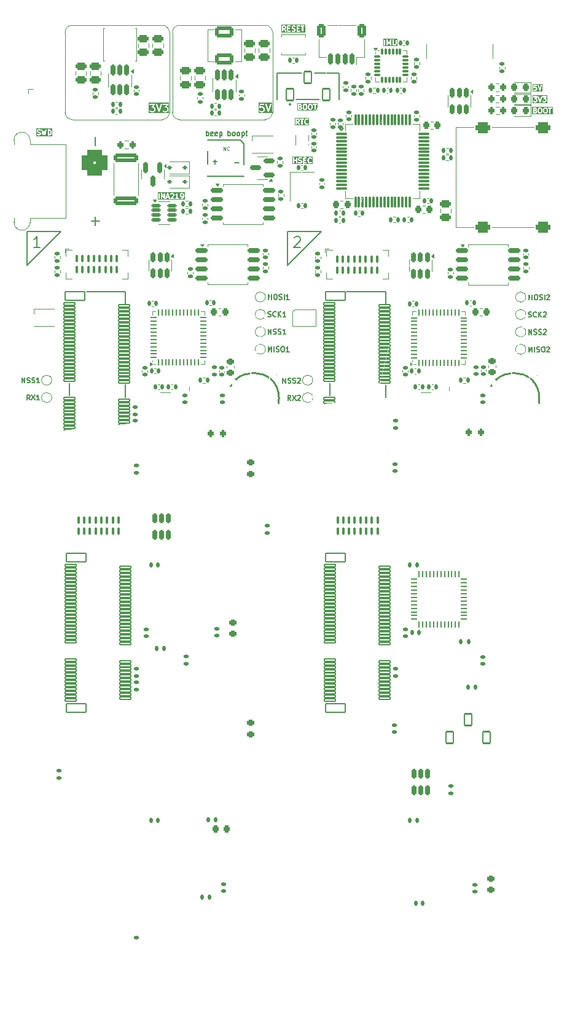
<source format=gbr>
%TF.GenerationSoftware,KiCad,Pcbnew,9.0.0*%
%TF.CreationDate,2025-05-10T16:00:55+04:00*%
%TF.ProjectId,Dumpling_Main,44756d70-6c69-46e6-975f-4d61696e2e6b,rev?*%
%TF.SameCoordinates,Original*%
%TF.FileFunction,Legend,Top*%
%TF.FilePolarity,Positive*%
%FSLAX46Y46*%
G04 Gerber Fmt 4.6, Leading zero omitted, Abs format (unit mm)*
G04 Created by KiCad (PCBNEW 9.0.0) date 2025-05-10 16:00:55*
%MOMM*%
%LPD*%
G01*
G04 APERTURE LIST*
G04 Aperture macros list*
%AMRoundRect*
0 Rectangle with rounded corners*
0 $1 Rounding radius*
0 $2 $3 $4 $5 $6 $7 $8 $9 X,Y pos of 4 corners*
0 Add a 4 corners polygon primitive as box body*
4,1,4,$2,$3,$4,$5,$6,$7,$8,$9,$2,$3,0*
0 Add four circle primitives for the rounded corners*
1,1,$1+$1,$2,$3*
1,1,$1+$1,$4,$5*
1,1,$1+$1,$6,$7*
1,1,$1+$1,$8,$9*
0 Add four rect primitives between the rounded corners*
20,1,$1+$1,$2,$3,$4,$5,0*
20,1,$1+$1,$4,$5,$6,$7,0*
20,1,$1+$1,$6,$7,$8,$9,0*
20,1,$1+$1,$8,$9,$2,$3,0*%
%AMFreePoly0*
4,1,110,2.001854,0.550013,1.934061,0.545949,1.866421,0.539776,1.799009,0.531547,1.731877,0.521234,1.665100,0.508839,1.598755,0.494412,1.532868,0.477927,1.467513,0.459411,1.402769,0.438887,1.338710,0.416383,1.275362,0.391923,1.212776,0.365507,1.151054,0.337160,1.090246,0.306934,1.030378,0.274854,0.971552,0.240919,0.913792,0.205207,0.857150,0.167717,0.801702,0.128499,
0.747498,0.087579,0.694590,0.045034,0.643002,0.000838,0.592812,-0.044907,0.544044,-0.092177,0.496774,-0.140945,0.451029,-0.191135,0.406833,-0.242723,0.364288,-0.295631,0.323368,-0.349835,0.284150,-0.405283,0.246660,-0.461925,0.210947,-0.519685,0.177013,-0.578512,0.144933,-0.638379,0.114707,-0.699187,0.086360,-0.760909,0.059944,-0.823495,0.035484,-0.886843,0.012979,-0.950902,
-0.007544,-1.015646,-0.026060,-1.081001,-0.042545,-1.146888,-0.056972,-1.213233,-0.069368,-1.280010,-0.079680,-1.347142,-0.087910,-1.414554,-0.094082,-1.482195,-0.098146,-1.549987,-1.098146,-1.549987,-1.094590,-1.468199,-1.088926,-1.386563,-1.081179,-1.305055,-1.071349,-1.223800,-1.059462,-1.142824,-1.045491,-1.062154,-1.029464,-0.981890,-1.011405,-0.902057,-0.991288,-0.822708,-0.969139,-0.743917,
-0.945009,-0.665685,-0.918872,-0.588113,-0.890780,-0.511252,-0.860706,-0.435103,-0.828702,-0.359766,-0.794768,-0.285268,-0.758954,-0.211684,-0.721285,-0.139014,-0.681737,-0.067336,-0.640386,0.003302,-0.597257,0.072873,-0.552350,0.141300,-0.505690,0.208560,-0.457353,0.274625,-0.407315,0.339395,-0.355652,0.402896,-0.302388,0.465050,-0.247549,0.525806,-0.191161,0.585141,-0.133274,0.643028,
-0.073940,0.699416,-0.013183,0.754255,0.048971,0.807518,0.112471,0.859182,0.177242,0.909220,0.243307,0.957557,0.310566,1.004216,0.378994,1.049124,0.448565,1.092253,0.519202,1.133604,0.590881,1.173152,0.663551,1.210820,0.737135,1.246634,0.811633,1.280569,0.886970,1.312573,0.963119,1.342647,1.039980,1.370739,1.117551,1.396876,1.195784,1.421006,1.274575,1.443155,
1.353924,1.463272,1.433757,1.481331,1.514021,1.497358,1.594691,1.511328,1.675667,1.523216,1.756922,1.533045,1.838430,1.540792,1.920066,1.546457,2.001854,1.550013,2.001854,0.550013,2.001854,0.550013,$1*%
%AMFreePoly1*
4,1,110,-1.468199,1.094590,-1.386563,1.088926,-1.305055,1.081179,-1.223800,1.071349,-1.142824,1.059462,-1.062154,1.045491,-0.981890,1.029464,-0.902057,1.011405,-0.822708,0.991288,-0.743917,0.969139,-0.665685,0.945009,-0.588113,0.918872,-0.511252,0.890780,-0.435103,0.860706,-0.359766,0.828702,-0.285268,0.794768,-0.211684,0.758954,-0.139014,0.721285,-0.067336,0.681737,0.003302,0.640386,
0.072873,0.597257,0.141300,0.552350,0.208560,0.505690,0.274625,0.457353,0.339395,0.407315,0.402896,0.355652,0.465050,0.302388,0.525806,0.247549,0.585141,0.191161,0.643028,0.133274,0.699416,0.073940,0.754255,0.013183,0.807518,-0.048971,0.859182,-0.112471,0.909220,-0.177242,0.957557,-0.243307,1.004216,-0.310566,1.049124,-0.378994,1.092253,-0.448565,1.133604,-0.519202,
1.173152,-0.590881,1.210820,-0.663551,1.246634,-0.737135,1.280569,-0.811633,1.312573,-0.886970,1.342647,-0.963119,1.370739,-1.039980,1.396876,-1.117551,1.421006,-1.195784,1.443155,-1.274575,1.463272,-1.353924,1.481331,-1.433757,1.497358,-1.514021,1.511328,-1.594691,1.523216,-1.675667,1.533045,-1.756922,1.540792,-1.838430,1.546457,-1.920066,1.550013,-2.001854,0.550013,-2.001854,
0.545949,-1.934061,0.539776,-1.866421,0.531547,-1.799009,0.521234,-1.731877,0.508839,-1.665100,0.494412,-1.598755,0.477927,-1.532868,0.459411,-1.467513,0.438887,-1.402769,0.416383,-1.338710,0.391923,-1.275362,0.365507,-1.212776,0.337160,-1.151054,0.306934,-1.090246,0.274854,-1.030378,0.240919,-0.971552,0.205207,-0.913792,0.167717,-0.857150,0.128499,-0.801702,0.087579,-0.747498,
0.045034,-0.694590,0.000838,-0.643002,-0.044907,-0.592812,-0.092177,-0.544044,-0.140945,-0.496774,-0.191135,-0.451029,-0.242723,-0.406833,-0.295631,-0.364288,-0.349835,-0.323368,-0.405283,-0.284150,-0.461925,-0.246660,-0.519685,-0.210947,-0.578512,-0.177013,-0.638379,-0.144933,-0.699187,-0.114707,-0.760909,-0.086360,-0.823495,-0.059944,-0.886843,-0.035484,-0.950902,-0.012979,-1.015646,0.007544,
-1.081001,0.026060,-1.146888,0.042545,-1.213233,0.056972,-1.280010,0.069368,-1.347142,0.079680,-1.414554,0.087910,-1.482195,0.094082,-1.549987,0.098146,-1.549987,1.098146,-1.468199,1.094590,-1.468199,1.094590,$1*%
%AMFreePoly2*
4,1,110,1.094590,1.468199,1.088926,1.386563,1.081179,1.305055,1.071374,1.223800,1.059462,1.142824,1.045491,1.062154,1.029464,0.981890,1.011405,0.902057,0.991288,0.822708,0.969139,0.743917,0.945009,0.665685,0.918872,0.588113,0.890780,0.511252,0.860706,0.435103,0.828702,0.359766,0.794768,0.285243,0.758954,0.211684,0.721285,0.139014,0.681737,0.067336,0.640386,-0.003302,
0.597257,-0.072873,0.552350,-0.141300,0.505690,-0.208560,0.457353,-0.274625,0.407315,-0.339395,0.355652,-0.402896,0.302388,-0.465050,0.247549,-0.525806,0.191161,-0.585141,0.133274,-0.643028,0.073940,-0.699416,0.013183,-0.754255,-0.048971,-0.807518,-0.112471,-0.859182,-0.177242,-0.909220,-0.243307,-0.957557,-0.310566,-1.004216,-0.378994,-1.049124,-0.448565,-1.092253,-0.519202,-1.133604,
-0.590881,-1.173152,-0.663551,-1.210820,-0.737109,-1.246634,-0.811633,-1.280569,-0.886970,-1.312573,-0.963119,-1.342647,-1.039980,-1.370739,-1.117551,-1.396876,-1.195784,-1.421006,-1.274575,-1.443155,-1.353924,-1.463272,-1.433757,-1.481331,-1.514021,-1.497358,-1.594691,-1.511328,-1.675667,-1.523241,-1.756922,-1.533045,-1.838430,-1.540792,-1.920066,-1.546457,-2.001854,-1.550013,-2.001854,-0.550013,
-1.934061,-0.545949,-1.866421,-0.539776,-1.799009,-0.531547,-1.731877,-0.521234,-1.665100,-0.508839,-1.598755,-0.494412,-1.532893,-0.477927,-1.467513,-0.459411,-1.402769,-0.438887,-1.338710,-0.416383,-1.275362,-0.391923,-1.212776,-0.365507,-1.151054,-0.337160,-1.090246,-0.306934,-1.030378,-0.274854,-0.971552,-0.240919,-0.913792,-0.205207,-0.857150,-0.167717,-0.801702,-0.128499,-0.747498,-0.087579,
-0.694590,-0.045034,-0.643002,-0.000838,-0.592837,0.044907,-0.544044,0.092177,-0.496774,0.140970,-0.451029,0.191135,-0.406833,0.242723,-0.364288,0.295631,-0.323368,0.349835,-0.284150,0.405283,-0.246660,0.461925,-0.210947,0.519685,-0.177013,0.578512,-0.144933,0.638379,-0.114707,0.699187,-0.086360,0.760909,-0.059944,0.823495,-0.035484,0.886843,-0.012979,0.950902,0.007544,1.015646,
0.026060,1.081026,0.042545,1.146888,0.056972,1.213233,0.069368,1.280010,0.079680,1.347142,0.087910,1.414554,0.094082,1.482195,0.098146,1.549987,1.098146,1.549987,1.094590,1.468199,1.094590,1.468199,$1*%
%AMFreePoly3*
4,1,110,-0.545949,1.934061,-0.539776,1.866421,-0.531547,1.799009,-0.521234,1.731877,-0.508839,1.665100,-0.494412,1.598755,-0.477927,1.532893,-0.459411,1.467513,-0.438887,1.402769,-0.416383,1.338710,-0.391923,1.275362,-0.365507,1.212776,-0.337160,1.151054,-0.306934,1.090246,-0.274854,1.030378,-0.240919,0.971552,-0.205207,0.913792,-0.167717,0.857150,-0.128499,0.801702,-0.087579,0.747498,
-0.045034,0.694590,-0.000838,0.643002,0.044907,0.592837,0.092177,0.544044,0.140970,0.496774,0.191135,0.451029,0.242723,0.406833,0.295631,0.364288,0.349835,0.323368,0.405283,0.284150,0.461925,0.246660,0.519685,0.210947,0.578512,0.177013,0.638379,0.144933,0.699187,0.114707,0.760909,0.086360,0.823495,0.059944,0.886843,0.035484,0.950902,0.012979,1.015646,-0.007544,
1.081026,-0.026060,1.146888,-0.042545,1.213233,-0.056972,1.280010,-0.069368,1.347142,-0.079680,1.414554,-0.087910,1.482195,-0.094082,1.549987,-0.098146,1.549987,-1.098146,1.468199,-1.094590,1.386563,-1.088926,1.305055,-1.081179,1.223800,-1.071374,1.142824,-1.059462,1.062154,-1.045491,0.981890,-1.029464,0.902057,-1.011405,0.822708,-0.991288,0.743917,-0.969139,0.665685,-0.945009,
0.588113,-0.918872,0.511252,-0.890780,0.435103,-0.860706,0.359766,-0.828702,0.285243,-0.794768,0.211684,-0.758954,0.139014,-0.721285,0.067336,-0.681737,-0.003302,-0.640386,-0.072873,-0.597257,-0.141300,-0.552350,-0.208560,-0.505690,-0.274625,-0.457353,-0.339395,-0.407315,-0.402896,-0.355652,-0.465050,-0.302388,-0.525806,-0.247549,-0.585141,-0.191161,-0.643028,-0.133274,-0.699416,-0.073940,
-0.754255,-0.013183,-0.807518,0.048971,-0.859182,0.112471,-0.909220,0.177242,-0.957557,0.243307,-1.004216,0.310566,-1.049124,0.378994,-1.092253,0.448565,-1.133604,0.519202,-1.173152,0.590881,-1.210820,0.663551,-1.246634,0.737109,-1.280569,0.811633,-1.312573,0.886970,-1.342647,0.963119,-1.370739,1.039980,-1.396876,1.117551,-1.421006,1.195784,-1.443155,1.274575,-1.463272,1.353924,
-1.481331,1.433757,-1.497358,1.514021,-1.511328,1.594691,-1.523241,1.675667,-1.533045,1.756922,-1.540792,1.838430,-1.546457,1.920066,-1.550013,2.001854,-0.550013,2.001854,-0.545949,1.934061,-0.545949,1.934061,$1*%
G04 Aperture macros list end*
%ADD10C,0.100000*%
%ADD11C,0.175000*%
%ADD12C,0.125000*%
%ADD13C,0.150000*%
%ADD14C,0.120000*%
%ADD15C,0.254001*%
%ADD16C,0.059995*%
%ADD17C,0.127000*%
%ADD18C,0.152400*%
%ADD19C,0.240000*%
%ADD20C,0.000000*%
%ADD21RoundRect,0.135000X-0.185000X0.135000X-0.185000X-0.135000X0.185000X-0.135000X0.185000X0.135000X0*%
%ADD22RoundRect,0.147500X-0.172500X0.147500X-0.172500X-0.147500X0.172500X-0.147500X0.172500X0.147500X0*%
%ADD23C,1.000000*%
%ADD24RoundRect,0.140000X0.170000X-0.140000X0.170000X0.140000X-0.170000X0.140000X-0.170000X-0.140000X0*%
%ADD25R,1.000000X1.800000*%
%ADD26R,0.700000X0.700000*%
%ADD27RoundRect,0.140000X-0.170000X0.140000X-0.170000X-0.140000X0.170000X-0.140000X0.170000X0.140000X0*%
%ADD28RoundRect,0.140000X-0.140000X-0.170000X0.140000X-0.170000X0.140000X0.170000X-0.140000X0.170000X0*%
%ADD29RoundRect,0.250000X-0.475000X0.250000X-0.475000X-0.250000X0.475000X-0.250000X0.475000X0.250000X0*%
%ADD30RoundRect,0.135000X0.185000X-0.135000X0.185000X0.135000X-0.185000X0.135000X-0.185000X-0.135000X0*%
%ADD31C,0.990600*%
%ADD32C,0.787400*%
%ADD33R,1.400000X1.200000*%
%ADD34RoundRect,0.162500X-0.650000X-0.162500X0.650000X-0.162500X0.650000X0.162500X-0.650000X0.162500X0*%
%ADD35RoundRect,0.150000X-0.150000X0.512500X-0.150000X-0.512500X0.150000X-0.512500X0.150000X0.512500X0*%
%ADD36RoundRect,0.225000X0.225000X0.250000X-0.225000X0.250000X-0.225000X-0.250000X0.225000X-0.250000X0*%
%ADD37RoundRect,0.200000X-0.200000X-0.275000X0.200000X-0.275000X0.200000X0.275000X-0.200000X0.275000X0*%
%ADD38C,4.300025*%
%ADD39FreePoly0,0.000000*%
%ADD40FreePoly1,0.000000*%
%ADD41FreePoly2,0.000000*%
%ADD42FreePoly3,0.000000*%
%ADD43RoundRect,0.225000X-0.225000X-0.250000X0.225000X-0.250000X0.225000X0.250000X-0.225000X0.250000X0*%
%ADD44RoundRect,0.112500X0.187500X0.112500X-0.187500X0.112500X-0.187500X-0.112500X0.187500X-0.112500X0*%
%ADD45R,0.900000X1.700000*%
%ADD46RoundRect,0.218750X0.256250X-0.218750X0.256250X0.218750X-0.256250X0.218750X-0.256250X-0.218750X0*%
%ADD47RoundRect,0.135000X0.135000X0.185000X-0.135000X0.185000X-0.135000X-0.185000X0.135000X-0.185000X0*%
%ADD48RoundRect,0.140000X0.140000X0.170000X-0.140000X0.170000X-0.140000X-0.170000X0.140000X-0.170000X0*%
%ADD49RoundRect,0.102000X-0.500000X-0.800000X0.500000X-0.800000X0.500000X0.800000X-0.500000X0.800000X0*%
%ADD50RoundRect,0.200000X0.200000X0.275000X-0.200000X0.275000X-0.200000X-0.275000X0.200000X-0.275000X0*%
%ADD51RoundRect,0.062500X0.062500X-0.375000X0.062500X0.375000X-0.062500X0.375000X-0.062500X-0.375000X0*%
%ADD52RoundRect,0.062500X0.375000X-0.062500X0.375000X0.062500X-0.375000X0.062500X-0.375000X-0.062500X0*%
%ADD53R,5.600000X5.600000*%
%ADD54R,1.800000X1.000000*%
%ADD55R,2.000000X1.000000*%
%ADD56RoundRect,0.162500X-0.162500X0.617500X-0.162500X-0.617500X0.162500X-0.617500X0.162500X0.617500X0*%
%ADD57C,0.660000*%
%ADD58O,1.000000X0.580000*%
%ADD59RoundRect,0.075000X-0.075000X-0.425000X0.075000X-0.425000X0.075000X0.425000X-0.075000X0.425000X0*%
%ADD60C,1.100000*%
%ADD61RoundRect,0.125000X-0.537500X-0.125000X0.537500X-0.125000X0.537500X0.125000X-0.537500X0.125000X0*%
%ADD62C,1.600000*%
%ADD63RoundRect,0.102000X0.775000X-0.150000X0.775000X0.150000X-0.775000X0.150000X-0.775000X-0.150000X0*%
%ADD64RoundRect,0.102000X1.375000X-0.600000X1.375000X0.600000X-1.375000X0.600000X-1.375000X-0.600000X0*%
%ADD65RoundRect,0.225000X0.250000X-0.225000X0.250000X0.225000X-0.250000X0.225000X-0.250000X-0.225000X0*%
%ADD66C,0.800000*%
%ADD67C,6.400000*%
%ADD68RoundRect,0.135000X-0.135000X-0.185000X0.135000X-0.185000X0.135000X0.185000X-0.135000X0.185000X0*%
%ADD69RoundRect,0.150000X-0.150000X0.587500X-0.150000X-0.587500X0.150000X-0.587500X0.150000X0.587500X0*%
%ADD70RoundRect,0.250000X-1.425000X0.362500X-1.425000X-0.362500X1.425000X-0.362500X1.425000X0.362500X0*%
%ADD71RoundRect,0.075000X-0.700000X-0.075000X0.700000X-0.075000X0.700000X0.075000X-0.700000X0.075000X0*%
%ADD72RoundRect,0.075000X-0.075000X-0.700000X0.075000X-0.700000X0.075000X0.700000X-0.075000X0.700000X0*%
%ADD73RoundRect,0.218750X0.218750X0.256250X-0.218750X0.256250X-0.218750X-0.256250X0.218750X-0.256250X0*%
%ADD74RoundRect,0.250001X0.999999X-0.499999X0.999999X0.499999X-0.999999X0.499999X-0.999999X-0.499999X0*%
%ADD75RoundRect,0.075000X-0.350000X-0.075000X0.350000X-0.075000X0.350000X0.075000X-0.350000X0.075000X0*%
%ADD76RoundRect,0.075000X0.075000X-0.350000X0.075000X0.350000X-0.075000X0.350000X-0.075000X-0.350000X0*%
%ADD77R,1.200000X1.400000*%
%ADD78R,3.700000X1.100000*%
%ADD79C,0.650000*%
%ADD80R,0.600000X1.240000*%
%ADD81R,0.300000X1.240000*%
%ADD82O,1.000000X2.100000*%
%ADD83O,1.000000X1.800000*%
%ADD84R,1.500000X0.800000*%
%ADD85RoundRect,0.362500X-0.637500X0.362500X-0.637500X-0.362500X0.637500X-0.362500X0.637500X0.362500X0*%
%ADD86RoundRect,0.150000X0.150000X0.625000X-0.150000X0.625000X-0.150000X-0.625000X0.150000X-0.625000X0*%
%ADD87RoundRect,0.250000X0.350000X0.650000X-0.350000X0.650000X-0.350000X-0.650000X0.350000X-0.650000X0*%
%ADD88C,1.400000*%
%ADD89RoundRect,0.770000X0.980000X-0.980000X0.980000X0.980000X-0.980000X0.980000X-0.980000X-0.980000X0*%
%ADD90C,3.500000*%
%ADD91RoundRect,0.150000X0.587500X0.150000X-0.587500X0.150000X-0.587500X-0.150000X0.587500X-0.150000X0*%
G04 APERTURE END LIST*
D10*
X116800000Y-44900000D02*
X128600000Y-44900000D01*
D11*
X131712500Y-114062500D02*
X131712500Y-109437500D01*
X136337500Y-109437500D01*
X131712500Y-114062500D01*
D10*
X114400000Y-44900000D02*
G75*
G02*
X115400000Y-45900000I0J-1000000D01*
G01*
X115400000Y-45900000D02*
X115400000Y-56900000D01*
D11*
X95987500Y-114037500D02*
X95987500Y-109412500D01*
X100612500Y-109412500D01*
X95987500Y-114037500D01*
D10*
X116800000Y-57900000D02*
G75*
G02*
X115800000Y-56900000I0J1000000D01*
G01*
X115400000Y-56900000D02*
G75*
G02*
X114400000Y-57900000I-1000000J0D01*
G01*
X101000000Y-45900000D02*
G75*
G02*
X102000000Y-44900000I1000000J0D01*
G01*
X128600000Y-44900000D02*
G75*
G02*
X129600000Y-45900000I0J-1000000D01*
G01*
X115800000Y-56900000D02*
X115800000Y-45900000D01*
X114400000Y-57900000D02*
X102000000Y-57900000D01*
X129600000Y-45900000D02*
X129600000Y-56900000D01*
D11*
X95775000Y-77975000D02*
X95775000Y-73350000D01*
X100400000Y-73350000D01*
X95775000Y-77975000D01*
D10*
X129600000Y-56900000D02*
G75*
G02*
X128600000Y-57900000I-1000000J0D01*
G01*
X128600000Y-57900000D02*
X116800000Y-57900000D01*
D11*
X131687500Y-77987500D02*
X131687500Y-73362500D01*
X136312500Y-73362500D01*
X131687500Y-77987500D01*
D10*
X102000000Y-57900000D02*
G75*
G02*
X101000000Y-56900000I0J1000000D01*
G01*
X115800000Y-45900000D02*
G75*
G02*
X116800000Y-44900000I1000000J0D01*
G01*
X101000000Y-56900000D02*
X101000000Y-45900000D01*
X102000000Y-44900000D02*
X114400000Y-44900000D01*
D11*
X95962500Y-149212500D02*
X95962500Y-144587500D01*
X100587500Y-144587500D01*
X95962500Y-149212500D01*
X131737500Y-149187500D02*
X131737500Y-144562500D01*
X136362500Y-144562500D01*
X131737500Y-149187500D01*
X164956797Y-126030233D02*
X164956797Y-125330233D01*
X164956797Y-125330233D02*
X165190131Y-125830233D01*
X165190131Y-125830233D02*
X165423464Y-125330233D01*
X165423464Y-125330233D02*
X165423464Y-126030233D01*
X165756797Y-126030233D02*
X165756797Y-125330233D01*
X166056797Y-125996900D02*
X166156797Y-126030233D01*
X166156797Y-126030233D02*
X166323464Y-126030233D01*
X166323464Y-126030233D02*
X166390130Y-125996900D01*
X166390130Y-125996900D02*
X166423464Y-125963566D01*
X166423464Y-125963566D02*
X166456797Y-125896900D01*
X166456797Y-125896900D02*
X166456797Y-125830233D01*
X166456797Y-125830233D02*
X166423464Y-125763566D01*
X166423464Y-125763566D02*
X166390130Y-125730233D01*
X166390130Y-125730233D02*
X166323464Y-125696900D01*
X166323464Y-125696900D02*
X166190130Y-125663566D01*
X166190130Y-125663566D02*
X166123464Y-125630233D01*
X166123464Y-125630233D02*
X166090130Y-125596900D01*
X166090130Y-125596900D02*
X166056797Y-125530233D01*
X166056797Y-125530233D02*
X166056797Y-125463566D01*
X166056797Y-125463566D02*
X166090130Y-125396900D01*
X166090130Y-125396900D02*
X166123464Y-125363566D01*
X166123464Y-125363566D02*
X166190130Y-125330233D01*
X166190130Y-125330233D02*
X166356797Y-125330233D01*
X166356797Y-125330233D02*
X166456797Y-125363566D01*
X166890131Y-125330233D02*
X167023464Y-125330233D01*
X167023464Y-125330233D02*
X167090131Y-125363566D01*
X167090131Y-125363566D02*
X167156797Y-125430233D01*
X167156797Y-125430233D02*
X167190131Y-125563566D01*
X167190131Y-125563566D02*
X167190131Y-125796900D01*
X167190131Y-125796900D02*
X167156797Y-125930233D01*
X167156797Y-125930233D02*
X167090131Y-125996900D01*
X167090131Y-125996900D02*
X167023464Y-126030233D01*
X167023464Y-126030233D02*
X166890131Y-126030233D01*
X166890131Y-126030233D02*
X166823464Y-125996900D01*
X166823464Y-125996900D02*
X166756797Y-125930233D01*
X166756797Y-125930233D02*
X166723464Y-125796900D01*
X166723464Y-125796900D02*
X166723464Y-125563566D01*
X166723464Y-125563566D02*
X166756797Y-125430233D01*
X166756797Y-125430233D02*
X166823464Y-125363566D01*
X166823464Y-125363566D02*
X166890131Y-125330233D01*
X167790130Y-125563566D02*
X167790130Y-126030233D01*
X167623464Y-125296900D02*
X167456797Y-125796900D01*
X167456797Y-125796900D02*
X167890130Y-125796900D01*
G36*
X146790130Y-47805233D02*
G01*
X144906797Y-47805233D01*
X144906797Y-46930233D01*
X144994297Y-46930233D01*
X144994297Y-47630233D01*
X144995978Y-47647303D01*
X145009043Y-47678845D01*
X145033185Y-47702987D01*
X145064727Y-47716052D01*
X145098867Y-47716052D01*
X145130409Y-47702987D01*
X145154551Y-47678845D01*
X145167616Y-47647303D01*
X145169297Y-47630233D01*
X145169297Y-46930233D01*
X145327630Y-46930233D01*
X145327630Y-47630233D01*
X145329311Y-47647303D01*
X145342376Y-47678845D01*
X145366518Y-47702987D01*
X145398060Y-47716052D01*
X145432200Y-47716052D01*
X145463742Y-47702987D01*
X145487884Y-47678845D01*
X145500949Y-47647303D01*
X145502630Y-47630233D01*
X145502630Y-47324643D01*
X145569173Y-47467235D01*
X145572875Y-47473485D01*
X145573646Y-47475604D01*
X145575017Y-47477101D01*
X145577915Y-47481993D01*
X145587722Y-47490974D01*
X145596704Y-47500782D01*
X145600226Y-47502425D01*
X145603093Y-47505051D01*
X145615591Y-47509596D01*
X145627641Y-47515219D01*
X145631523Y-47515389D01*
X145635179Y-47516719D01*
X145648464Y-47516134D01*
X145661749Y-47516719D01*
X145665404Y-47515389D01*
X145669287Y-47515219D01*
X145681336Y-47509596D01*
X145693835Y-47505051D01*
X145696701Y-47502425D01*
X145700224Y-47500782D01*
X145709205Y-47490974D01*
X145719013Y-47481993D01*
X145721910Y-47477101D01*
X145723282Y-47475604D01*
X145724052Y-47473485D01*
X145727755Y-47467235D01*
X145794297Y-47324644D01*
X145794297Y-47630233D01*
X145795978Y-47647303D01*
X145809043Y-47678845D01*
X145833185Y-47702987D01*
X145864727Y-47716052D01*
X145898867Y-47716052D01*
X145930409Y-47702987D01*
X145954551Y-47678845D01*
X145967616Y-47647303D01*
X145969297Y-47630233D01*
X145969297Y-46930233D01*
X146127630Y-46930233D01*
X146127630Y-47496900D01*
X146129311Y-47513970D01*
X146130513Y-47516874D01*
X146130737Y-47520013D01*
X146136868Y-47536032D01*
X146170202Y-47602698D01*
X146174825Y-47610042D01*
X146175710Y-47612178D01*
X146177684Y-47614583D01*
X146179340Y-47617214D01*
X146181084Y-47618726D01*
X146186591Y-47625437D01*
X146219924Y-47658771D01*
X146226636Y-47664280D01*
X146228150Y-47666025D01*
X146230779Y-47667680D01*
X146233183Y-47669653D01*
X146235318Y-47670537D01*
X146242666Y-47675163D01*
X146309334Y-47708496D01*
X146325353Y-47714626D01*
X146328489Y-47714848D01*
X146331394Y-47716052D01*
X146348464Y-47717733D01*
X146481797Y-47717733D01*
X146498867Y-47716052D01*
X146501771Y-47714848D01*
X146504908Y-47714626D01*
X146520928Y-47708496D01*
X146587595Y-47675163D01*
X146594943Y-47670537D01*
X146597078Y-47669653D01*
X146599481Y-47667680D01*
X146602111Y-47666025D01*
X146603624Y-47664280D01*
X146610337Y-47658771D01*
X146643670Y-47625437D01*
X146649177Y-47618726D01*
X146650922Y-47617213D01*
X146652577Y-47614582D01*
X146654551Y-47612178D01*
X146655435Y-47610042D01*
X146660059Y-47602697D01*
X146693392Y-47536031D01*
X146699523Y-47520011D01*
X146699745Y-47516874D01*
X146700949Y-47513970D01*
X146702630Y-47496900D01*
X146702630Y-46930233D01*
X146700949Y-46913163D01*
X146687884Y-46881621D01*
X146663742Y-46857479D01*
X146632200Y-46844414D01*
X146598060Y-46844414D01*
X146566518Y-46857479D01*
X146542376Y-46881621D01*
X146529311Y-46913163D01*
X146527630Y-46930233D01*
X146527630Y-47476245D01*
X146509885Y-47511733D01*
X146496631Y-47524987D01*
X146461141Y-47542733D01*
X146369121Y-47542733D01*
X146333628Y-47524987D01*
X146320375Y-47511734D01*
X146302630Y-47476243D01*
X146302630Y-46930233D01*
X146300949Y-46913163D01*
X146287884Y-46881621D01*
X146263742Y-46857479D01*
X146232200Y-46844414D01*
X146198060Y-46844414D01*
X146166518Y-46857479D01*
X146142376Y-46881621D01*
X146129311Y-46913163D01*
X146127630Y-46930233D01*
X145969297Y-46930233D01*
X145968192Y-46919014D01*
X145968283Y-46916948D01*
X145967879Y-46915838D01*
X145967616Y-46913163D01*
X145961804Y-46899132D01*
X145956615Y-46884862D01*
X145955297Y-46883423D01*
X145954551Y-46881621D01*
X145943813Y-46870883D01*
X145933557Y-46859684D01*
X145931788Y-46858858D01*
X145930409Y-46857479D01*
X145916387Y-46851671D01*
X145902620Y-46845246D01*
X145900668Y-46845160D01*
X145898867Y-46844414D01*
X145883689Y-46844414D01*
X145868512Y-46843747D01*
X145866678Y-46844414D01*
X145864727Y-46844414D01*
X145850696Y-46850225D01*
X145836426Y-46855415D01*
X145834987Y-46856732D01*
X145833185Y-46857479D01*
X145822447Y-46868216D01*
X145811248Y-46878473D01*
X145809877Y-46880786D01*
X145809043Y-46881621D01*
X145808252Y-46883529D01*
X145802506Y-46893230D01*
X145648463Y-47223321D01*
X145494421Y-46893230D01*
X145488674Y-46883529D01*
X145487884Y-46881621D01*
X145487049Y-46880786D01*
X145485679Y-46878473D01*
X145474479Y-46868216D01*
X145463742Y-46857479D01*
X145461939Y-46856732D01*
X145460501Y-46855415D01*
X145446230Y-46850225D01*
X145432200Y-46844414D01*
X145430249Y-46844414D01*
X145428415Y-46843747D01*
X145413248Y-46844414D01*
X145398060Y-46844414D01*
X145396255Y-46845161D01*
X145394307Y-46845247D01*
X145380550Y-46851666D01*
X145366518Y-46857479D01*
X145365138Y-46858858D01*
X145363370Y-46859684D01*
X145353113Y-46870883D01*
X145342376Y-46881621D01*
X145341629Y-46883423D01*
X145340312Y-46884862D01*
X145335122Y-46899132D01*
X145329311Y-46913163D01*
X145329047Y-46915838D01*
X145328644Y-46916948D01*
X145328734Y-46919013D01*
X145327630Y-46930233D01*
X145169297Y-46930233D01*
X145167616Y-46913163D01*
X145154551Y-46881621D01*
X145130409Y-46857479D01*
X145098867Y-46844414D01*
X145064727Y-46844414D01*
X145033185Y-46857479D01*
X145009043Y-46881621D01*
X144995978Y-46913163D01*
X144994297Y-46930233D01*
X144906797Y-46930233D01*
X144906797Y-46756247D01*
X146790130Y-46756247D01*
X146790130Y-47805233D01*
G37*
X132106797Y-132705233D02*
X131873464Y-132371900D01*
X131706797Y-132705233D02*
X131706797Y-132005233D01*
X131706797Y-132005233D02*
X131973464Y-132005233D01*
X131973464Y-132005233D02*
X132040131Y-132038566D01*
X132040131Y-132038566D02*
X132073464Y-132071900D01*
X132073464Y-132071900D02*
X132106797Y-132138566D01*
X132106797Y-132138566D02*
X132106797Y-132238566D01*
X132106797Y-132238566D02*
X132073464Y-132305233D01*
X132073464Y-132305233D02*
X132040131Y-132338566D01*
X132040131Y-132338566D02*
X131973464Y-132371900D01*
X131973464Y-132371900D02*
X131706797Y-132371900D01*
X132340131Y-132005233D02*
X132806797Y-132705233D01*
X132806797Y-132005233D02*
X132340131Y-132705233D01*
X133373464Y-132238566D02*
X133373464Y-132705233D01*
X133206798Y-131971900D02*
X133040131Y-132471900D01*
X133040131Y-132471900D02*
X133473464Y-132471900D01*
X164873464Y-85096900D02*
X164973464Y-85130233D01*
X164973464Y-85130233D02*
X165140131Y-85130233D01*
X165140131Y-85130233D02*
X165206797Y-85096900D01*
X165206797Y-85096900D02*
X165240131Y-85063566D01*
X165240131Y-85063566D02*
X165273464Y-84996900D01*
X165273464Y-84996900D02*
X165273464Y-84930233D01*
X165273464Y-84930233D02*
X165240131Y-84863566D01*
X165240131Y-84863566D02*
X165206797Y-84830233D01*
X165206797Y-84830233D02*
X165140131Y-84796900D01*
X165140131Y-84796900D02*
X165006797Y-84763566D01*
X165006797Y-84763566D02*
X164940131Y-84730233D01*
X164940131Y-84730233D02*
X164906797Y-84696900D01*
X164906797Y-84696900D02*
X164873464Y-84630233D01*
X164873464Y-84630233D02*
X164873464Y-84563566D01*
X164873464Y-84563566D02*
X164906797Y-84496900D01*
X164906797Y-84496900D02*
X164940131Y-84463566D01*
X164940131Y-84463566D02*
X165006797Y-84430233D01*
X165006797Y-84430233D02*
X165173464Y-84430233D01*
X165173464Y-84430233D02*
X165273464Y-84463566D01*
X165973464Y-85063566D02*
X165940131Y-85096900D01*
X165940131Y-85096900D02*
X165840131Y-85130233D01*
X165840131Y-85130233D02*
X165773464Y-85130233D01*
X165773464Y-85130233D02*
X165673464Y-85096900D01*
X165673464Y-85096900D02*
X165606798Y-85030233D01*
X165606798Y-85030233D02*
X165573464Y-84963566D01*
X165573464Y-84963566D02*
X165540131Y-84830233D01*
X165540131Y-84830233D02*
X165540131Y-84730233D01*
X165540131Y-84730233D02*
X165573464Y-84596900D01*
X165573464Y-84596900D02*
X165606798Y-84530233D01*
X165606798Y-84530233D02*
X165673464Y-84463566D01*
X165673464Y-84463566D02*
X165773464Y-84430233D01*
X165773464Y-84430233D02*
X165840131Y-84430233D01*
X165840131Y-84430233D02*
X165940131Y-84463566D01*
X165940131Y-84463566D02*
X165973464Y-84496900D01*
X166273464Y-85130233D02*
X166273464Y-84430233D01*
X166673464Y-85130233D02*
X166373464Y-84730233D01*
X166673464Y-84430233D02*
X166273464Y-84830233D01*
X166940131Y-84496900D02*
X166973464Y-84463566D01*
X166973464Y-84463566D02*
X167040131Y-84430233D01*
X167040131Y-84430233D02*
X167206798Y-84430233D01*
X167206798Y-84430233D02*
X167273464Y-84463566D01*
X167273464Y-84463566D02*
X167306798Y-84496900D01*
X167306798Y-84496900D02*
X167340131Y-84563566D01*
X167340131Y-84563566D02*
X167340131Y-84630233D01*
X167340131Y-84630233D02*
X167306798Y-84730233D01*
X167306798Y-84730233D02*
X166906798Y-85130233D01*
X166906798Y-85130233D02*
X167340131Y-85130233D01*
X164906797Y-87530233D02*
X164906797Y-86830233D01*
X164906797Y-86830233D02*
X165306797Y-87530233D01*
X165306797Y-87530233D02*
X165306797Y-86830233D01*
X165606797Y-87496900D02*
X165706797Y-87530233D01*
X165706797Y-87530233D02*
X165873464Y-87530233D01*
X165873464Y-87530233D02*
X165940130Y-87496900D01*
X165940130Y-87496900D02*
X165973464Y-87463566D01*
X165973464Y-87463566D02*
X166006797Y-87396900D01*
X166006797Y-87396900D02*
X166006797Y-87330233D01*
X166006797Y-87330233D02*
X165973464Y-87263566D01*
X165973464Y-87263566D02*
X165940130Y-87230233D01*
X165940130Y-87230233D02*
X165873464Y-87196900D01*
X165873464Y-87196900D02*
X165740130Y-87163566D01*
X165740130Y-87163566D02*
X165673464Y-87130233D01*
X165673464Y-87130233D02*
X165640130Y-87096900D01*
X165640130Y-87096900D02*
X165606797Y-87030233D01*
X165606797Y-87030233D02*
X165606797Y-86963566D01*
X165606797Y-86963566D02*
X165640130Y-86896900D01*
X165640130Y-86896900D02*
X165673464Y-86863566D01*
X165673464Y-86863566D02*
X165740130Y-86830233D01*
X165740130Y-86830233D02*
X165906797Y-86830233D01*
X165906797Y-86830233D02*
X166006797Y-86863566D01*
X166273464Y-87496900D02*
X166373464Y-87530233D01*
X166373464Y-87530233D02*
X166540131Y-87530233D01*
X166540131Y-87530233D02*
X166606797Y-87496900D01*
X166606797Y-87496900D02*
X166640131Y-87463566D01*
X166640131Y-87463566D02*
X166673464Y-87396900D01*
X166673464Y-87396900D02*
X166673464Y-87330233D01*
X166673464Y-87330233D02*
X166640131Y-87263566D01*
X166640131Y-87263566D02*
X166606797Y-87230233D01*
X166606797Y-87230233D02*
X166540131Y-87196900D01*
X166540131Y-87196900D02*
X166406797Y-87163566D01*
X166406797Y-87163566D02*
X166340131Y-87130233D01*
X166340131Y-87130233D02*
X166306797Y-87096900D01*
X166306797Y-87096900D02*
X166273464Y-87030233D01*
X166273464Y-87030233D02*
X166273464Y-86963566D01*
X166273464Y-86963566D02*
X166306797Y-86896900D01*
X166306797Y-86896900D02*
X166340131Y-86863566D01*
X166340131Y-86863566D02*
X166406797Y-86830233D01*
X166406797Y-86830233D02*
X166573464Y-86830233D01*
X166573464Y-86830233D02*
X166673464Y-86863566D01*
X166940131Y-86896900D02*
X166973464Y-86863566D01*
X166973464Y-86863566D02*
X167040131Y-86830233D01*
X167040131Y-86830233D02*
X167206798Y-86830233D01*
X167206798Y-86830233D02*
X167273464Y-86863566D01*
X167273464Y-86863566D02*
X167306798Y-86896900D01*
X167306798Y-86896900D02*
X167340131Y-86963566D01*
X167340131Y-86963566D02*
X167340131Y-87030233D01*
X167340131Y-87030233D02*
X167306798Y-87130233D01*
X167306798Y-87130233D02*
X166906798Y-87530233D01*
X166906798Y-87530233D02*
X167340131Y-87530233D01*
X164956797Y-118830233D02*
X164956797Y-118130233D01*
X164956797Y-118130233D02*
X165190131Y-118630233D01*
X165190131Y-118630233D02*
X165423464Y-118130233D01*
X165423464Y-118130233D02*
X165423464Y-118830233D01*
X165890131Y-118130233D02*
X166023464Y-118130233D01*
X166023464Y-118130233D02*
X166090131Y-118163566D01*
X166090131Y-118163566D02*
X166156797Y-118230233D01*
X166156797Y-118230233D02*
X166190131Y-118363566D01*
X166190131Y-118363566D02*
X166190131Y-118596900D01*
X166190131Y-118596900D02*
X166156797Y-118730233D01*
X166156797Y-118730233D02*
X166090131Y-118796900D01*
X166090131Y-118796900D02*
X166023464Y-118830233D01*
X166023464Y-118830233D02*
X165890131Y-118830233D01*
X165890131Y-118830233D02*
X165823464Y-118796900D01*
X165823464Y-118796900D02*
X165756797Y-118730233D01*
X165756797Y-118730233D02*
X165723464Y-118596900D01*
X165723464Y-118596900D02*
X165723464Y-118363566D01*
X165723464Y-118363566D02*
X165756797Y-118230233D01*
X165756797Y-118230233D02*
X165823464Y-118163566D01*
X165823464Y-118163566D02*
X165890131Y-118130233D01*
X166456797Y-118796900D02*
X166556797Y-118830233D01*
X166556797Y-118830233D02*
X166723464Y-118830233D01*
X166723464Y-118830233D02*
X166790130Y-118796900D01*
X166790130Y-118796900D02*
X166823464Y-118763566D01*
X166823464Y-118763566D02*
X166856797Y-118696900D01*
X166856797Y-118696900D02*
X166856797Y-118630233D01*
X166856797Y-118630233D02*
X166823464Y-118563566D01*
X166823464Y-118563566D02*
X166790130Y-118530233D01*
X166790130Y-118530233D02*
X166723464Y-118496900D01*
X166723464Y-118496900D02*
X166590130Y-118463566D01*
X166590130Y-118463566D02*
X166523464Y-118430233D01*
X166523464Y-118430233D02*
X166490130Y-118396900D01*
X166490130Y-118396900D02*
X166456797Y-118330233D01*
X166456797Y-118330233D02*
X166456797Y-118263566D01*
X166456797Y-118263566D02*
X166490130Y-118196900D01*
X166490130Y-118196900D02*
X166523464Y-118163566D01*
X166523464Y-118163566D02*
X166590130Y-118130233D01*
X166590130Y-118130233D02*
X166756797Y-118130233D01*
X166756797Y-118130233D02*
X166856797Y-118163566D01*
X167156797Y-118830233D02*
X167156797Y-118130233D01*
X167790130Y-118363566D02*
X167790130Y-118830233D01*
X167623464Y-118096900D02*
X167456797Y-118596900D01*
X167456797Y-118596900D02*
X167890130Y-118596900D01*
X96382945Y-167880233D02*
X96149612Y-167546900D01*
X95982945Y-167880233D02*
X95982945Y-167180233D01*
X95982945Y-167180233D02*
X96249612Y-167180233D01*
X96249612Y-167180233D02*
X96316279Y-167213566D01*
X96316279Y-167213566D02*
X96349612Y-167246900D01*
X96349612Y-167246900D02*
X96382945Y-167313566D01*
X96382945Y-167313566D02*
X96382945Y-167413566D01*
X96382945Y-167413566D02*
X96349612Y-167480233D01*
X96349612Y-167480233D02*
X96316279Y-167513566D01*
X96316279Y-167513566D02*
X96249612Y-167546900D01*
X96249612Y-167546900D02*
X95982945Y-167546900D01*
X96616279Y-167180233D02*
X97082945Y-167880233D01*
X97082945Y-167180233D02*
X96616279Y-167880233D01*
X97682946Y-167180233D02*
X97349612Y-167180233D01*
X97349612Y-167180233D02*
X97316279Y-167513566D01*
X97316279Y-167513566D02*
X97349612Y-167480233D01*
X97349612Y-167480233D02*
X97416279Y-167446900D01*
X97416279Y-167446900D02*
X97582946Y-167446900D01*
X97582946Y-167446900D02*
X97649612Y-167480233D01*
X97649612Y-167480233D02*
X97682946Y-167513566D01*
X97682946Y-167513566D02*
X97716279Y-167580233D01*
X97716279Y-167580233D02*
X97716279Y-167746900D01*
X97716279Y-167746900D02*
X97682946Y-167813566D01*
X97682946Y-167813566D02*
X97649612Y-167846900D01*
X97649612Y-167846900D02*
X97582946Y-167880233D01*
X97582946Y-167880233D02*
X97416279Y-167880233D01*
X97416279Y-167880233D02*
X97349612Y-167846900D01*
X97349612Y-167846900D02*
X97316279Y-167813566D01*
G36*
X115360170Y-56992130D02*
G01*
X112536058Y-56992130D01*
X112536058Y-55776449D01*
X112647169Y-55776449D01*
X112647169Y-55810589D01*
X112660234Y-55842131D01*
X112684376Y-55866273D01*
X112715918Y-55879338D01*
X112732988Y-55881019D01*
X113159206Y-55881019D01*
X112952852Y-56116852D01*
X112947576Y-56124230D01*
X112945948Y-56125859D01*
X112945308Y-56127402D01*
X112942876Y-56130805D01*
X112938322Y-56144269D01*
X112932883Y-56157401D01*
X112932883Y-56160351D01*
X112931938Y-56163146D01*
X112932883Y-56177321D01*
X112932883Y-56191541D01*
X112934012Y-56194268D01*
X112934209Y-56197213D01*
X112940510Y-56209954D01*
X112945948Y-56223083D01*
X112948033Y-56225168D01*
X112949343Y-56227816D01*
X112960045Y-56237180D01*
X112970090Y-56247225D01*
X112972815Y-56248353D01*
X112975036Y-56250297D01*
X112988500Y-56254850D01*
X113001632Y-56260290D01*
X113005795Y-56260699D01*
X113007377Y-56261235D01*
X113009673Y-56261081D01*
X113018702Y-56261971D01*
X113140904Y-56261971D01*
X113204964Y-56294001D01*
X113232504Y-56321541D01*
X113264535Y-56385603D01*
X113264535Y-56582385D01*
X113232504Y-56646448D01*
X113204965Y-56673988D01*
X113140904Y-56706019D01*
X112896502Y-56706019D01*
X112832438Y-56673987D01*
X112794860Y-56636409D01*
X112781602Y-56625527D01*
X112750060Y-56612461D01*
X112715918Y-56612461D01*
X112684376Y-56625526D01*
X112660235Y-56649666D01*
X112647169Y-56681208D01*
X112647169Y-56715350D01*
X112660234Y-56746892D01*
X112671116Y-56760151D01*
X112718734Y-56807771D01*
X112725447Y-56813280D01*
X112726960Y-56815025D01*
X112729588Y-56816679D01*
X112731993Y-56818653D01*
X112734130Y-56819538D01*
X112741476Y-56824162D01*
X112836714Y-56871781D01*
X112852733Y-56877912D01*
X112855870Y-56878134D01*
X112858775Y-56879338D01*
X112875845Y-56881019D01*
X113161559Y-56881019D01*
X113178629Y-56879338D01*
X113181533Y-56878134D01*
X113184671Y-56877912D01*
X113200690Y-56871781D01*
X113295928Y-56824163D01*
X113303275Y-56819537D01*
X113305411Y-56818653D01*
X113307814Y-56816680D01*
X113310444Y-56815025D01*
X113311958Y-56813279D01*
X113318669Y-56807771D01*
X113366288Y-56760151D01*
X113371794Y-56753441D01*
X113373541Y-56751927D01*
X113375197Y-56749295D01*
X113377170Y-56746892D01*
X113378054Y-56744755D01*
X113382678Y-56737411D01*
X113430297Y-56642173D01*
X113436428Y-56626154D01*
X113436650Y-56623016D01*
X113437854Y-56620112D01*
X113439535Y-56603042D01*
X113439535Y-56364947D01*
X113437854Y-56347877D01*
X113436650Y-56344972D01*
X113436428Y-56341835D01*
X113430297Y-56325816D01*
X113382678Y-56230578D01*
X113378053Y-56223230D01*
X113377169Y-56221096D01*
X113375197Y-56218693D01*
X113373541Y-56216062D01*
X113371795Y-56214548D01*
X113366288Y-56207837D01*
X113318669Y-56160218D01*
X113311956Y-56154708D01*
X113310444Y-56152965D01*
X113307815Y-56151310D01*
X113305410Y-56149336D01*
X113303273Y-56148450D01*
X113295928Y-56143827D01*
X113202608Y-56097168D01*
X113417886Y-55851138D01*
X113423161Y-55843758D01*
X113424789Y-55842131D01*
X113425428Y-55840588D01*
X113427861Y-55837185D01*
X113432414Y-55823720D01*
X113437854Y-55810589D01*
X113437854Y-55807638D01*
X113438799Y-55804844D01*
X113438774Y-55804463D01*
X113550937Y-55804463D01*
X113554740Y-55821189D01*
X113888073Y-56821188D01*
X113895066Y-56836851D01*
X113899162Y-56841574D01*
X113901959Y-56847167D01*
X113910246Y-56854355D01*
X113917435Y-56862643D01*
X113923027Y-56865439D01*
X113927751Y-56869536D01*
X113938158Y-56873005D01*
X113947972Y-56877912D01*
X113954208Y-56878355D01*
X113960139Y-56880332D01*
X113971083Y-56879554D01*
X113982027Y-56880332D01*
X113987957Y-56878355D01*
X113994194Y-56877912D01*
X114004007Y-56873005D01*
X114014415Y-56869536D01*
X114019138Y-56865439D01*
X114024731Y-56862643D01*
X114031919Y-56854355D01*
X114040207Y-56847167D01*
X114043003Y-56841574D01*
X114047100Y-56836851D01*
X114054093Y-56821189D01*
X114387426Y-55821189D01*
X114391229Y-55804464D01*
X114389238Y-55776449D01*
X114456693Y-55776449D01*
X114456693Y-55810589D01*
X114469758Y-55842131D01*
X114493900Y-55866273D01*
X114525442Y-55879338D01*
X114542512Y-55881019D01*
X114968730Y-55881019D01*
X114762376Y-56116852D01*
X114757100Y-56124230D01*
X114755472Y-56125859D01*
X114754832Y-56127402D01*
X114752400Y-56130805D01*
X114747846Y-56144269D01*
X114742407Y-56157401D01*
X114742407Y-56160351D01*
X114741462Y-56163146D01*
X114742407Y-56177321D01*
X114742407Y-56191541D01*
X114743536Y-56194268D01*
X114743733Y-56197213D01*
X114750034Y-56209954D01*
X114755472Y-56223083D01*
X114757557Y-56225168D01*
X114758867Y-56227816D01*
X114769569Y-56237180D01*
X114779614Y-56247225D01*
X114782339Y-56248353D01*
X114784560Y-56250297D01*
X114798024Y-56254850D01*
X114811156Y-56260290D01*
X114815319Y-56260699D01*
X114816901Y-56261235D01*
X114819197Y-56261081D01*
X114828226Y-56261971D01*
X114950428Y-56261971D01*
X115014488Y-56294001D01*
X115042028Y-56321541D01*
X115074059Y-56385603D01*
X115074059Y-56582385D01*
X115042028Y-56646448D01*
X115014489Y-56673988D01*
X114950428Y-56706019D01*
X114706026Y-56706019D01*
X114641962Y-56673987D01*
X114604384Y-56636409D01*
X114591126Y-56625527D01*
X114559584Y-56612461D01*
X114525442Y-56612461D01*
X114493900Y-56625526D01*
X114469759Y-56649666D01*
X114456693Y-56681208D01*
X114456693Y-56715350D01*
X114469758Y-56746892D01*
X114480640Y-56760151D01*
X114528258Y-56807771D01*
X114534971Y-56813280D01*
X114536484Y-56815025D01*
X114539112Y-56816679D01*
X114541517Y-56818653D01*
X114543654Y-56819538D01*
X114551000Y-56824162D01*
X114646238Y-56871781D01*
X114662257Y-56877912D01*
X114665394Y-56878134D01*
X114668299Y-56879338D01*
X114685369Y-56881019D01*
X114971083Y-56881019D01*
X114988153Y-56879338D01*
X114991057Y-56878134D01*
X114994195Y-56877912D01*
X115010214Y-56871781D01*
X115105452Y-56824163D01*
X115112799Y-56819537D01*
X115114935Y-56818653D01*
X115117338Y-56816680D01*
X115119968Y-56815025D01*
X115121482Y-56813279D01*
X115128193Y-56807771D01*
X115175812Y-56760151D01*
X115181318Y-56753441D01*
X115183065Y-56751927D01*
X115184721Y-56749295D01*
X115186694Y-56746892D01*
X115187578Y-56744755D01*
X115192202Y-56737411D01*
X115239821Y-56642173D01*
X115245952Y-56626154D01*
X115246174Y-56623016D01*
X115247378Y-56620112D01*
X115249059Y-56603042D01*
X115249059Y-56364947D01*
X115247378Y-56347877D01*
X115246174Y-56344972D01*
X115245952Y-56341835D01*
X115239821Y-56325816D01*
X115192202Y-56230578D01*
X115187577Y-56223230D01*
X115186693Y-56221096D01*
X115184721Y-56218693D01*
X115183065Y-56216062D01*
X115181319Y-56214548D01*
X115175812Y-56207837D01*
X115128193Y-56160218D01*
X115121480Y-56154708D01*
X115119968Y-56152965D01*
X115117339Y-56151310D01*
X115114934Y-56149336D01*
X115112797Y-56148450D01*
X115105452Y-56143827D01*
X115012132Y-56097168D01*
X115227410Y-55851138D01*
X115232685Y-55843758D01*
X115234313Y-55842131D01*
X115234952Y-55840588D01*
X115237385Y-55837185D01*
X115241938Y-55823720D01*
X115247378Y-55810589D01*
X115247378Y-55807638D01*
X115248323Y-55804844D01*
X115247378Y-55790668D01*
X115247378Y-55776449D01*
X115246248Y-55773721D01*
X115246052Y-55770777D01*
X115239750Y-55758035D01*
X115234313Y-55744907D01*
X115232227Y-55742821D01*
X115230918Y-55740174D01*
X115220215Y-55730809D01*
X115210171Y-55720765D01*
X115207445Y-55719636D01*
X115205225Y-55717693D01*
X115191760Y-55713139D01*
X115178629Y-55707700D01*
X115174465Y-55707290D01*
X115172884Y-55706755D01*
X115170587Y-55706908D01*
X115161559Y-55706019D01*
X114542512Y-55706019D01*
X114525442Y-55707700D01*
X114493900Y-55720765D01*
X114469758Y-55744907D01*
X114456693Y-55776449D01*
X114389238Y-55776449D01*
X114388809Y-55770409D01*
X114373540Y-55739871D01*
X114347748Y-55717502D01*
X114315360Y-55706706D01*
X114281305Y-55709126D01*
X114250768Y-55724395D01*
X114228399Y-55750187D01*
X114221406Y-55765850D01*
X113971083Y-56516818D01*
X113720760Y-55765849D01*
X113713767Y-55750187D01*
X113691398Y-55724395D01*
X113660861Y-55709126D01*
X113626806Y-55706706D01*
X113594418Y-55717502D01*
X113568626Y-55739871D01*
X113553357Y-55770408D01*
X113550937Y-55804463D01*
X113438774Y-55804463D01*
X113437854Y-55790668D01*
X113437854Y-55776449D01*
X113436724Y-55773721D01*
X113436528Y-55770777D01*
X113430226Y-55758035D01*
X113424789Y-55744907D01*
X113422703Y-55742821D01*
X113421394Y-55740174D01*
X113410691Y-55730809D01*
X113400647Y-55720765D01*
X113397921Y-55719636D01*
X113395701Y-55717693D01*
X113382236Y-55713139D01*
X113369105Y-55707700D01*
X113364941Y-55707290D01*
X113363360Y-55706755D01*
X113361063Y-55706908D01*
X113352035Y-55706019D01*
X112732988Y-55706019D01*
X112715918Y-55707700D01*
X112684376Y-55720765D01*
X112660234Y-55744907D01*
X112647169Y-55776449D01*
X112536058Y-55776449D01*
X112536058Y-55594908D01*
X115360170Y-55594908D01*
X115360170Y-56992130D01*
G37*
X131781797Y-169505233D02*
X132181797Y-169505233D01*
X131981797Y-170205233D02*
X131981797Y-169505233D01*
X132348464Y-169505233D02*
X132815130Y-170205233D01*
X132815130Y-169505233D02*
X132348464Y-170205233D01*
X133381797Y-169505233D02*
X133248464Y-169505233D01*
X133248464Y-169505233D02*
X133181797Y-169538566D01*
X133181797Y-169538566D02*
X133148464Y-169571900D01*
X133148464Y-169571900D02*
X133081797Y-169671900D01*
X133081797Y-169671900D02*
X133048464Y-169805233D01*
X133048464Y-169805233D02*
X133048464Y-170071900D01*
X133048464Y-170071900D02*
X133081797Y-170138566D01*
X133081797Y-170138566D02*
X133115131Y-170171900D01*
X133115131Y-170171900D02*
X133181797Y-170205233D01*
X133181797Y-170205233D02*
X133315131Y-170205233D01*
X133315131Y-170205233D02*
X133381797Y-170171900D01*
X133381797Y-170171900D02*
X133415131Y-170138566D01*
X133415131Y-170138566D02*
X133448464Y-170071900D01*
X133448464Y-170071900D02*
X133448464Y-169905233D01*
X133448464Y-169905233D02*
X133415131Y-169838566D01*
X133415131Y-169838566D02*
X133381797Y-169805233D01*
X133381797Y-169805233D02*
X133315131Y-169771900D01*
X133315131Y-169771900D02*
X133181797Y-169771900D01*
X133181797Y-169771900D02*
X133115131Y-169805233D01*
X133115131Y-169805233D02*
X133081797Y-169838566D01*
X133081797Y-169838566D02*
X133048464Y-169905233D01*
X133352631Y-110619828D02*
X133352631Y-111619828D01*
X132995488Y-110048400D02*
X132638345Y-111119828D01*
X132638345Y-111119828D02*
X133566916Y-111119828D01*
X96157945Y-96580233D02*
X95924612Y-96246900D01*
X95757945Y-96580233D02*
X95757945Y-95880233D01*
X95757945Y-95880233D02*
X96024612Y-95880233D01*
X96024612Y-95880233D02*
X96091279Y-95913566D01*
X96091279Y-95913566D02*
X96124612Y-95946900D01*
X96124612Y-95946900D02*
X96157945Y-96013566D01*
X96157945Y-96013566D02*
X96157945Y-96113566D01*
X96157945Y-96113566D02*
X96124612Y-96180233D01*
X96124612Y-96180233D02*
X96091279Y-96213566D01*
X96091279Y-96213566D02*
X96024612Y-96246900D01*
X96024612Y-96246900D02*
X95757945Y-96246900D01*
X96391279Y-95880233D02*
X96857945Y-96580233D01*
X96857945Y-95880233D02*
X96391279Y-96580233D01*
X97491279Y-96580233D02*
X97091279Y-96580233D01*
X97291279Y-96580233D02*
X97291279Y-95880233D01*
X97291279Y-95880233D02*
X97224612Y-95980233D01*
X97224612Y-95980233D02*
X97157946Y-96046900D01*
X97157946Y-96046900D02*
X97091279Y-96080233D01*
X95307945Y-130330233D02*
X95307945Y-129630233D01*
X95307945Y-129630233D02*
X95707945Y-130330233D01*
X95707945Y-130330233D02*
X95707945Y-129630233D01*
X96007945Y-130296900D02*
X96107945Y-130330233D01*
X96107945Y-130330233D02*
X96274612Y-130330233D01*
X96274612Y-130330233D02*
X96341278Y-130296900D01*
X96341278Y-130296900D02*
X96374612Y-130263566D01*
X96374612Y-130263566D02*
X96407945Y-130196900D01*
X96407945Y-130196900D02*
X96407945Y-130130233D01*
X96407945Y-130130233D02*
X96374612Y-130063566D01*
X96374612Y-130063566D02*
X96341278Y-130030233D01*
X96341278Y-130030233D02*
X96274612Y-129996900D01*
X96274612Y-129996900D02*
X96141278Y-129963566D01*
X96141278Y-129963566D02*
X96074612Y-129930233D01*
X96074612Y-129930233D02*
X96041278Y-129896900D01*
X96041278Y-129896900D02*
X96007945Y-129830233D01*
X96007945Y-129830233D02*
X96007945Y-129763566D01*
X96007945Y-129763566D02*
X96041278Y-129696900D01*
X96041278Y-129696900D02*
X96074612Y-129663566D01*
X96074612Y-129663566D02*
X96141278Y-129630233D01*
X96141278Y-129630233D02*
X96307945Y-129630233D01*
X96307945Y-129630233D02*
X96407945Y-129663566D01*
X96674612Y-130296900D02*
X96774612Y-130330233D01*
X96774612Y-130330233D02*
X96941279Y-130330233D01*
X96941279Y-130330233D02*
X97007945Y-130296900D01*
X97007945Y-130296900D02*
X97041279Y-130263566D01*
X97041279Y-130263566D02*
X97074612Y-130196900D01*
X97074612Y-130196900D02*
X97074612Y-130130233D01*
X97074612Y-130130233D02*
X97041279Y-130063566D01*
X97041279Y-130063566D02*
X97007945Y-130030233D01*
X97007945Y-130030233D02*
X96941279Y-129996900D01*
X96941279Y-129996900D02*
X96807945Y-129963566D01*
X96807945Y-129963566D02*
X96741279Y-129930233D01*
X96741279Y-129930233D02*
X96707945Y-129896900D01*
X96707945Y-129896900D02*
X96674612Y-129830233D01*
X96674612Y-129830233D02*
X96674612Y-129763566D01*
X96674612Y-129763566D02*
X96707945Y-129696900D01*
X96707945Y-129696900D02*
X96741279Y-129663566D01*
X96741279Y-129663566D02*
X96807945Y-129630233D01*
X96807945Y-129630233D02*
X96974612Y-129630233D01*
X96974612Y-129630233D02*
X97074612Y-129663566D01*
X97307946Y-129630233D02*
X97741279Y-129630233D01*
X97741279Y-129630233D02*
X97507946Y-129896900D01*
X97507946Y-129896900D02*
X97607946Y-129896900D01*
X97607946Y-129896900D02*
X97674612Y-129930233D01*
X97674612Y-129930233D02*
X97707946Y-129963566D01*
X97707946Y-129963566D02*
X97741279Y-130030233D01*
X97741279Y-130030233D02*
X97741279Y-130196900D01*
X97741279Y-130196900D02*
X97707946Y-130263566D01*
X97707946Y-130263566D02*
X97674612Y-130296900D01*
X97674612Y-130296900D02*
X97607946Y-130330233D01*
X97607946Y-130330233D02*
X97407946Y-130330233D01*
X97407946Y-130330233D02*
X97341279Y-130296900D01*
X97341279Y-130296900D02*
X97307946Y-130263566D01*
X164923464Y-121171900D02*
X165023464Y-121205233D01*
X165023464Y-121205233D02*
X165190131Y-121205233D01*
X165190131Y-121205233D02*
X165256797Y-121171900D01*
X165256797Y-121171900D02*
X165290131Y-121138566D01*
X165290131Y-121138566D02*
X165323464Y-121071900D01*
X165323464Y-121071900D02*
X165323464Y-121005233D01*
X165323464Y-121005233D02*
X165290131Y-120938566D01*
X165290131Y-120938566D02*
X165256797Y-120905233D01*
X165256797Y-120905233D02*
X165190131Y-120871900D01*
X165190131Y-120871900D02*
X165056797Y-120838566D01*
X165056797Y-120838566D02*
X164990131Y-120805233D01*
X164990131Y-120805233D02*
X164956797Y-120771900D01*
X164956797Y-120771900D02*
X164923464Y-120705233D01*
X164923464Y-120705233D02*
X164923464Y-120638566D01*
X164923464Y-120638566D02*
X164956797Y-120571900D01*
X164956797Y-120571900D02*
X164990131Y-120538566D01*
X164990131Y-120538566D02*
X165056797Y-120505233D01*
X165056797Y-120505233D02*
X165223464Y-120505233D01*
X165223464Y-120505233D02*
X165323464Y-120538566D01*
X166023464Y-121138566D02*
X165990131Y-121171900D01*
X165990131Y-121171900D02*
X165890131Y-121205233D01*
X165890131Y-121205233D02*
X165823464Y-121205233D01*
X165823464Y-121205233D02*
X165723464Y-121171900D01*
X165723464Y-121171900D02*
X165656798Y-121105233D01*
X165656798Y-121105233D02*
X165623464Y-121038566D01*
X165623464Y-121038566D02*
X165590131Y-120905233D01*
X165590131Y-120905233D02*
X165590131Y-120805233D01*
X165590131Y-120805233D02*
X165623464Y-120671900D01*
X165623464Y-120671900D02*
X165656798Y-120605233D01*
X165656798Y-120605233D02*
X165723464Y-120538566D01*
X165723464Y-120538566D02*
X165823464Y-120505233D01*
X165823464Y-120505233D02*
X165890131Y-120505233D01*
X165890131Y-120505233D02*
X165990131Y-120538566D01*
X165990131Y-120538566D02*
X166023464Y-120571900D01*
X166323464Y-121205233D02*
X166323464Y-120505233D01*
X166723464Y-121205233D02*
X166423464Y-120805233D01*
X166723464Y-120505233D02*
X166323464Y-120905233D01*
X167323464Y-120738566D02*
X167323464Y-121205233D01*
X167156798Y-120471900D02*
X166990131Y-120971900D01*
X166990131Y-120971900D02*
X167423464Y-120971900D01*
X129006797Y-87480233D02*
X129006797Y-86780233D01*
X129006797Y-86780233D02*
X129406797Y-87480233D01*
X129406797Y-87480233D02*
X129406797Y-86780233D01*
X129706797Y-87446900D02*
X129806797Y-87480233D01*
X129806797Y-87480233D02*
X129973464Y-87480233D01*
X129973464Y-87480233D02*
X130040130Y-87446900D01*
X130040130Y-87446900D02*
X130073464Y-87413566D01*
X130073464Y-87413566D02*
X130106797Y-87346900D01*
X130106797Y-87346900D02*
X130106797Y-87280233D01*
X130106797Y-87280233D02*
X130073464Y-87213566D01*
X130073464Y-87213566D02*
X130040130Y-87180233D01*
X130040130Y-87180233D02*
X129973464Y-87146900D01*
X129973464Y-87146900D02*
X129840130Y-87113566D01*
X129840130Y-87113566D02*
X129773464Y-87080233D01*
X129773464Y-87080233D02*
X129740130Y-87046900D01*
X129740130Y-87046900D02*
X129706797Y-86980233D01*
X129706797Y-86980233D02*
X129706797Y-86913566D01*
X129706797Y-86913566D02*
X129740130Y-86846900D01*
X129740130Y-86846900D02*
X129773464Y-86813566D01*
X129773464Y-86813566D02*
X129840130Y-86780233D01*
X129840130Y-86780233D02*
X130006797Y-86780233D01*
X130006797Y-86780233D02*
X130106797Y-86813566D01*
X130373464Y-87446900D02*
X130473464Y-87480233D01*
X130473464Y-87480233D02*
X130640131Y-87480233D01*
X130640131Y-87480233D02*
X130706797Y-87446900D01*
X130706797Y-87446900D02*
X130740131Y-87413566D01*
X130740131Y-87413566D02*
X130773464Y-87346900D01*
X130773464Y-87346900D02*
X130773464Y-87280233D01*
X130773464Y-87280233D02*
X130740131Y-87213566D01*
X130740131Y-87213566D02*
X130706797Y-87180233D01*
X130706797Y-87180233D02*
X130640131Y-87146900D01*
X130640131Y-87146900D02*
X130506797Y-87113566D01*
X130506797Y-87113566D02*
X130440131Y-87080233D01*
X130440131Y-87080233D02*
X130406797Y-87046900D01*
X130406797Y-87046900D02*
X130373464Y-86980233D01*
X130373464Y-86980233D02*
X130373464Y-86913566D01*
X130373464Y-86913566D02*
X130406797Y-86846900D01*
X130406797Y-86846900D02*
X130440131Y-86813566D01*
X130440131Y-86813566D02*
X130506797Y-86780233D01*
X130506797Y-86780233D02*
X130673464Y-86780233D01*
X130673464Y-86780233D02*
X130773464Y-86813566D01*
X131440131Y-87480233D02*
X131040131Y-87480233D01*
X131240131Y-87480233D02*
X131240131Y-86780233D01*
X131240131Y-86780233D02*
X131173464Y-86880233D01*
X131173464Y-86880233D02*
X131106798Y-86946900D01*
X131106798Y-86946900D02*
X131040131Y-86980233D01*
X131013127Y-94236888D02*
X131013127Y-93536888D01*
X131013127Y-93536888D02*
X131413127Y-94236888D01*
X131413127Y-94236888D02*
X131413127Y-93536888D01*
X131713127Y-94203555D02*
X131813127Y-94236888D01*
X131813127Y-94236888D02*
X131979794Y-94236888D01*
X131979794Y-94236888D02*
X132046460Y-94203555D01*
X132046460Y-94203555D02*
X132079794Y-94170221D01*
X132079794Y-94170221D02*
X132113127Y-94103555D01*
X132113127Y-94103555D02*
X132113127Y-94036888D01*
X132113127Y-94036888D02*
X132079794Y-93970221D01*
X132079794Y-93970221D02*
X132046460Y-93936888D01*
X132046460Y-93936888D02*
X131979794Y-93903555D01*
X131979794Y-93903555D02*
X131846460Y-93870221D01*
X131846460Y-93870221D02*
X131779794Y-93836888D01*
X131779794Y-93836888D02*
X131746460Y-93803555D01*
X131746460Y-93803555D02*
X131713127Y-93736888D01*
X131713127Y-93736888D02*
X131713127Y-93670221D01*
X131713127Y-93670221D02*
X131746460Y-93603555D01*
X131746460Y-93603555D02*
X131779794Y-93570221D01*
X131779794Y-93570221D02*
X131846460Y-93536888D01*
X131846460Y-93536888D02*
X132013127Y-93536888D01*
X132013127Y-93536888D02*
X132113127Y-93570221D01*
X132379794Y-94203555D02*
X132479794Y-94236888D01*
X132479794Y-94236888D02*
X132646461Y-94236888D01*
X132646461Y-94236888D02*
X132713127Y-94203555D01*
X132713127Y-94203555D02*
X132746461Y-94170221D01*
X132746461Y-94170221D02*
X132779794Y-94103555D01*
X132779794Y-94103555D02*
X132779794Y-94036888D01*
X132779794Y-94036888D02*
X132746461Y-93970221D01*
X132746461Y-93970221D02*
X132713127Y-93936888D01*
X132713127Y-93936888D02*
X132646461Y-93903555D01*
X132646461Y-93903555D02*
X132513127Y-93870221D01*
X132513127Y-93870221D02*
X132446461Y-93836888D01*
X132446461Y-93836888D02*
X132413127Y-93803555D01*
X132413127Y-93803555D02*
X132379794Y-93736888D01*
X132379794Y-93736888D02*
X132379794Y-93670221D01*
X132379794Y-93670221D02*
X132413127Y-93603555D01*
X132413127Y-93603555D02*
X132446461Y-93570221D01*
X132446461Y-93570221D02*
X132513127Y-93536888D01*
X132513127Y-93536888D02*
X132679794Y-93536888D01*
X132679794Y-93536888D02*
X132779794Y-93570221D01*
X133046461Y-93603555D02*
X133079794Y-93570221D01*
X133079794Y-93570221D02*
X133146461Y-93536888D01*
X133146461Y-93536888D02*
X133313128Y-93536888D01*
X133313128Y-93536888D02*
X133379794Y-93570221D01*
X133379794Y-93570221D02*
X133413128Y-93603555D01*
X133413128Y-93603555D02*
X133446461Y-93670221D01*
X133446461Y-93670221D02*
X133446461Y-93736888D01*
X133446461Y-93736888D02*
X133413128Y-93836888D01*
X133413128Y-93836888D02*
X133013128Y-94236888D01*
X133013128Y-94236888D02*
X133446461Y-94236888D01*
G36*
X133467864Y-56248377D02*
G01*
X133476550Y-56257063D01*
X133494297Y-56292556D01*
X133494297Y-56351245D01*
X133476552Y-56386733D01*
X133463298Y-56399987D01*
X133427808Y-56417733D01*
X133269297Y-56417733D01*
X133269297Y-56226066D01*
X133400931Y-56226066D01*
X133467864Y-56248377D01*
G37*
G36*
X133429964Y-55910477D02*
G01*
X133443220Y-55923733D01*
X133460964Y-55959221D01*
X133460964Y-55984576D01*
X133443218Y-56020068D01*
X133429964Y-56033321D01*
X133394476Y-56051066D01*
X133269297Y-56051066D01*
X133269297Y-55892733D01*
X133394476Y-55892733D01*
X133429964Y-55910477D01*
G37*
G36*
X134163300Y-55910479D02*
G01*
X134202788Y-55949967D01*
X134227631Y-56049337D01*
X134227631Y-56261128D01*
X134202788Y-56360498D01*
X134163300Y-56399986D01*
X134127808Y-56417733D01*
X134035788Y-56417733D01*
X134000294Y-56399986D01*
X133960805Y-56360497D01*
X133935964Y-56261126D01*
X133935964Y-56049339D01*
X133960805Y-55949968D01*
X134000294Y-55910479D01*
X134035788Y-55892733D01*
X134127808Y-55892733D01*
X134163300Y-55910479D01*
G37*
G36*
X134896633Y-55910479D02*
G01*
X134936121Y-55949967D01*
X134960964Y-56049337D01*
X134960964Y-56261128D01*
X134936121Y-56360498D01*
X134896633Y-56399986D01*
X134861141Y-56417733D01*
X134769121Y-56417733D01*
X134733627Y-56399986D01*
X134694138Y-56360497D01*
X134669297Y-56261126D01*
X134669297Y-56049339D01*
X134694138Y-55949968D01*
X134733627Y-55910479D01*
X134769121Y-55892733D01*
X134861141Y-55892733D01*
X134896633Y-55910479D01*
G37*
G36*
X135821782Y-56680233D02*
G01*
X133006797Y-56680233D01*
X133006797Y-55805233D01*
X133094297Y-55805233D01*
X133094297Y-56505233D01*
X133095978Y-56522303D01*
X133109043Y-56553845D01*
X133133185Y-56577987D01*
X133164727Y-56591052D01*
X133181797Y-56592733D01*
X133448464Y-56592733D01*
X133465534Y-56591052D01*
X133468438Y-56589848D01*
X133471575Y-56589626D01*
X133487595Y-56583496D01*
X133554262Y-56550163D01*
X133561610Y-56545537D01*
X133563745Y-56544653D01*
X133566148Y-56542680D01*
X133568778Y-56541025D01*
X133570291Y-56539280D01*
X133577004Y-56533771D01*
X133610337Y-56500437D01*
X133615844Y-56493726D01*
X133617589Y-56492213D01*
X133619244Y-56489582D01*
X133621218Y-56487178D01*
X133622102Y-56485042D01*
X133626726Y-56477697D01*
X133660059Y-56411031D01*
X133666190Y-56395011D01*
X133666412Y-56391874D01*
X133667616Y-56388970D01*
X133669297Y-56371900D01*
X133669297Y-56271900D01*
X133667616Y-56254830D01*
X133666412Y-56251925D01*
X133666190Y-56248789D01*
X133660060Y-56232770D01*
X133626727Y-56166102D01*
X133622103Y-56158756D01*
X133621218Y-56156620D01*
X133619243Y-56154214D01*
X133617589Y-56151586D01*
X133615845Y-56150073D01*
X133610336Y-56143361D01*
X133587705Y-56120730D01*
X133587884Y-56120514D01*
X133588768Y-56118378D01*
X133593394Y-56111031D01*
X133626727Y-56044363D01*
X133628945Y-56038566D01*
X133760964Y-56038566D01*
X133760964Y-56271900D01*
X133761257Y-56274876D01*
X133761067Y-56276154D01*
X133762012Y-56282550D01*
X133762645Y-56288970D01*
X133763138Y-56290160D01*
X133763576Y-56293122D01*
X133796909Y-56426454D01*
X133802680Y-56442607D01*
X133806552Y-56447833D01*
X133809043Y-56453846D01*
X133819925Y-56467105D01*
X133886592Y-56533772D01*
X133893302Y-56539279D01*
X133894817Y-56541025D01*
X133897449Y-56542682D01*
X133899851Y-56544653D01*
X133901983Y-56545536D01*
X133909333Y-56550163D01*
X133976001Y-56583496D01*
X133992020Y-56589626D01*
X133995156Y-56589848D01*
X133998061Y-56591052D01*
X134015131Y-56592733D01*
X134148464Y-56592733D01*
X134165534Y-56591052D01*
X134168438Y-56589848D01*
X134171575Y-56589626D01*
X134187595Y-56583496D01*
X134254262Y-56550163D01*
X134261611Y-56545536D01*
X134263744Y-56544653D01*
X134266144Y-56542682D01*
X134268778Y-56541025D01*
X134270293Y-56539277D01*
X134277003Y-56533771D01*
X134343670Y-56467104D01*
X134354551Y-56453845D01*
X134357040Y-56447833D01*
X134360913Y-56442608D01*
X134366684Y-56426455D01*
X134400018Y-56293122D01*
X134400455Y-56290163D01*
X134400950Y-56288970D01*
X134401582Y-56282542D01*
X134402528Y-56276154D01*
X134402337Y-56274876D01*
X134402631Y-56271900D01*
X134402631Y-56038566D01*
X134494297Y-56038566D01*
X134494297Y-56271900D01*
X134494590Y-56274876D01*
X134494400Y-56276154D01*
X134495345Y-56282550D01*
X134495978Y-56288970D01*
X134496471Y-56290160D01*
X134496909Y-56293122D01*
X134530242Y-56426454D01*
X134536013Y-56442607D01*
X134539885Y-56447833D01*
X134542376Y-56453846D01*
X134553258Y-56467105D01*
X134619925Y-56533772D01*
X134626635Y-56539279D01*
X134628150Y-56541025D01*
X134630782Y-56542682D01*
X134633184Y-56544653D01*
X134635316Y-56545536D01*
X134642666Y-56550163D01*
X134709334Y-56583496D01*
X134725353Y-56589626D01*
X134728489Y-56589848D01*
X134731394Y-56591052D01*
X134748464Y-56592733D01*
X134881797Y-56592733D01*
X134898867Y-56591052D01*
X134901771Y-56589848D01*
X134904908Y-56589626D01*
X134920928Y-56583496D01*
X134987595Y-56550163D01*
X134994944Y-56545536D01*
X134997077Y-56544653D01*
X134999477Y-56542682D01*
X135002111Y-56541025D01*
X135003626Y-56539277D01*
X135010336Y-56533771D01*
X135077003Y-56467104D01*
X135087884Y-56453845D01*
X135090373Y-56447833D01*
X135094246Y-56442608D01*
X135100017Y-56426455D01*
X135133351Y-56293122D01*
X135133788Y-56290163D01*
X135134283Y-56288970D01*
X135134915Y-56282542D01*
X135135861Y-56276154D01*
X135135670Y-56274876D01*
X135135964Y-56271900D01*
X135135964Y-56038566D01*
X135135670Y-56035589D01*
X135135861Y-56034312D01*
X135134915Y-56027923D01*
X135134283Y-56021496D01*
X135133788Y-56020302D01*
X135133351Y-56017344D01*
X135100017Y-55884011D01*
X135094246Y-55867858D01*
X135090373Y-55862632D01*
X135087884Y-55856621D01*
X135077003Y-55843362D01*
X135021804Y-55788163D01*
X135162644Y-55788163D01*
X135162644Y-55822303D01*
X135175709Y-55853845D01*
X135199851Y-55877987D01*
X135231393Y-55891052D01*
X135248463Y-55892733D01*
X135360963Y-55892733D01*
X135360963Y-56505233D01*
X135362644Y-56522303D01*
X135375709Y-56553845D01*
X135399851Y-56577987D01*
X135431393Y-56591052D01*
X135465533Y-56591052D01*
X135497075Y-56577987D01*
X135521217Y-56553845D01*
X135534282Y-56522303D01*
X135535963Y-56505233D01*
X135535963Y-55892733D01*
X135648463Y-55892733D01*
X135665533Y-55891052D01*
X135697075Y-55877987D01*
X135721217Y-55853845D01*
X135734282Y-55822303D01*
X135734282Y-55788163D01*
X135721217Y-55756621D01*
X135697075Y-55732479D01*
X135665533Y-55719414D01*
X135648463Y-55717733D01*
X135248463Y-55717733D01*
X135231393Y-55719414D01*
X135199851Y-55732479D01*
X135175709Y-55756621D01*
X135162644Y-55788163D01*
X135021804Y-55788163D01*
X135010336Y-55776695D01*
X135003626Y-55771188D01*
X135002111Y-55769441D01*
X134999477Y-55767783D01*
X134997077Y-55765813D01*
X134994944Y-55764929D01*
X134987595Y-55760303D01*
X134920928Y-55726970D01*
X134904908Y-55720840D01*
X134901771Y-55720617D01*
X134898867Y-55719414D01*
X134881797Y-55717733D01*
X134748464Y-55717733D01*
X134731394Y-55719414D01*
X134728489Y-55720617D01*
X134725353Y-55720840D01*
X134709334Y-55726970D01*
X134642666Y-55760303D01*
X134635316Y-55764929D01*
X134633184Y-55765813D01*
X134630782Y-55767783D01*
X134628150Y-55769441D01*
X134626635Y-55771186D01*
X134619925Y-55776694D01*
X134553258Y-55843361D01*
X134542376Y-55856620D01*
X134539885Y-55862632D01*
X134536013Y-55867859D01*
X134530242Y-55884012D01*
X134496909Y-56017344D01*
X134496471Y-56020305D01*
X134495978Y-56021496D01*
X134495345Y-56027915D01*
X134494400Y-56034312D01*
X134494590Y-56035589D01*
X134494297Y-56038566D01*
X134402631Y-56038566D01*
X134402337Y-56035589D01*
X134402528Y-56034312D01*
X134401582Y-56027923D01*
X134400950Y-56021496D01*
X134400455Y-56020302D01*
X134400018Y-56017344D01*
X134366684Y-55884011D01*
X134360913Y-55867858D01*
X134357040Y-55862632D01*
X134354551Y-55856621D01*
X134343670Y-55843362D01*
X134277003Y-55776695D01*
X134270293Y-55771188D01*
X134268778Y-55769441D01*
X134266144Y-55767783D01*
X134263744Y-55765813D01*
X134261611Y-55764929D01*
X134254262Y-55760303D01*
X134187595Y-55726970D01*
X134171575Y-55720840D01*
X134168438Y-55720617D01*
X134165534Y-55719414D01*
X134148464Y-55717733D01*
X134015131Y-55717733D01*
X133998061Y-55719414D01*
X133995156Y-55720617D01*
X133992020Y-55720840D01*
X133976001Y-55726970D01*
X133909333Y-55760303D01*
X133901983Y-55764929D01*
X133899851Y-55765813D01*
X133897449Y-55767783D01*
X133894817Y-55769441D01*
X133893302Y-55771186D01*
X133886592Y-55776694D01*
X133819925Y-55843361D01*
X133809043Y-55856620D01*
X133806552Y-55862632D01*
X133802680Y-55867859D01*
X133796909Y-55884012D01*
X133763576Y-56017344D01*
X133763138Y-56020305D01*
X133762645Y-56021496D01*
X133762012Y-56027915D01*
X133761067Y-56034312D01*
X133761257Y-56035589D01*
X133760964Y-56038566D01*
X133628945Y-56038566D01*
X133632857Y-56028344D01*
X133633079Y-56025207D01*
X133634283Y-56022303D01*
X133635964Y-56005233D01*
X133635964Y-55938566D01*
X133634283Y-55921496D01*
X133633079Y-55918591D01*
X133632857Y-55915455D01*
X133626726Y-55899435D01*
X133593393Y-55832769D01*
X133588768Y-55825421D01*
X133587884Y-55823287D01*
X133585912Y-55820884D01*
X133584256Y-55818253D01*
X133582510Y-55816739D01*
X133577003Y-55810028D01*
X133543669Y-55776694D01*
X133536956Y-55771184D01*
X133535444Y-55769441D01*
X133532816Y-55767787D01*
X133530410Y-55765812D01*
X133528271Y-55764926D01*
X133520928Y-55760304D01*
X133454262Y-55726971D01*
X133438243Y-55720840D01*
X133435105Y-55720617D01*
X133432201Y-55719414D01*
X133415131Y-55717733D01*
X133181797Y-55717733D01*
X133164727Y-55719414D01*
X133133185Y-55732479D01*
X133109043Y-55756621D01*
X133095978Y-55788163D01*
X133094297Y-55805233D01*
X133006797Y-55805233D01*
X133006797Y-55630233D01*
X135821782Y-55630233D01*
X135821782Y-56680233D01*
G37*
X164906797Y-89955233D02*
X164906797Y-89255233D01*
X164906797Y-89255233D02*
X165140131Y-89755233D01*
X165140131Y-89755233D02*
X165373464Y-89255233D01*
X165373464Y-89255233D02*
X165373464Y-89955233D01*
X165706797Y-89955233D02*
X165706797Y-89255233D01*
X166006797Y-89921900D02*
X166106797Y-89955233D01*
X166106797Y-89955233D02*
X166273464Y-89955233D01*
X166273464Y-89955233D02*
X166340130Y-89921900D01*
X166340130Y-89921900D02*
X166373464Y-89888566D01*
X166373464Y-89888566D02*
X166406797Y-89821900D01*
X166406797Y-89821900D02*
X166406797Y-89755233D01*
X166406797Y-89755233D02*
X166373464Y-89688566D01*
X166373464Y-89688566D02*
X166340130Y-89655233D01*
X166340130Y-89655233D02*
X166273464Y-89621900D01*
X166273464Y-89621900D02*
X166140130Y-89588566D01*
X166140130Y-89588566D02*
X166073464Y-89555233D01*
X166073464Y-89555233D02*
X166040130Y-89521900D01*
X166040130Y-89521900D02*
X166006797Y-89455233D01*
X166006797Y-89455233D02*
X166006797Y-89388566D01*
X166006797Y-89388566D02*
X166040130Y-89321900D01*
X166040130Y-89321900D02*
X166073464Y-89288566D01*
X166073464Y-89288566D02*
X166140130Y-89255233D01*
X166140130Y-89255233D02*
X166306797Y-89255233D01*
X166306797Y-89255233D02*
X166406797Y-89288566D01*
X166840131Y-89255233D02*
X166973464Y-89255233D01*
X166973464Y-89255233D02*
X167040131Y-89288566D01*
X167040131Y-89288566D02*
X167106797Y-89355233D01*
X167106797Y-89355233D02*
X167140131Y-89488566D01*
X167140131Y-89488566D02*
X167140131Y-89721900D01*
X167140131Y-89721900D02*
X167106797Y-89855233D01*
X167106797Y-89855233D02*
X167040131Y-89921900D01*
X167040131Y-89921900D02*
X166973464Y-89955233D01*
X166973464Y-89955233D02*
X166840131Y-89955233D01*
X166840131Y-89955233D02*
X166773464Y-89921900D01*
X166773464Y-89921900D02*
X166706797Y-89855233D01*
X166706797Y-89855233D02*
X166673464Y-89721900D01*
X166673464Y-89721900D02*
X166673464Y-89488566D01*
X166673464Y-89488566D02*
X166706797Y-89355233D01*
X166706797Y-89355233D02*
X166773464Y-89288566D01*
X166773464Y-89288566D02*
X166840131Y-89255233D01*
X167406797Y-89321900D02*
X167440130Y-89288566D01*
X167440130Y-89288566D02*
X167506797Y-89255233D01*
X167506797Y-89255233D02*
X167673464Y-89255233D01*
X167673464Y-89255233D02*
X167740130Y-89288566D01*
X167740130Y-89288566D02*
X167773464Y-89321900D01*
X167773464Y-89321900D02*
X167806797Y-89388566D01*
X167806797Y-89388566D02*
X167806797Y-89455233D01*
X167806797Y-89455233D02*
X167773464Y-89555233D01*
X167773464Y-89555233D02*
X167373464Y-89955233D01*
X167373464Y-89955233D02*
X167806797Y-89955233D01*
X129256797Y-126005233D02*
X129256797Y-125305233D01*
X129256797Y-125305233D02*
X129490131Y-125805233D01*
X129490131Y-125805233D02*
X129723464Y-125305233D01*
X129723464Y-125305233D02*
X129723464Y-126005233D01*
X130056797Y-126005233D02*
X130056797Y-125305233D01*
X130356797Y-125971900D02*
X130456797Y-126005233D01*
X130456797Y-126005233D02*
X130623464Y-126005233D01*
X130623464Y-126005233D02*
X130690130Y-125971900D01*
X130690130Y-125971900D02*
X130723464Y-125938566D01*
X130723464Y-125938566D02*
X130756797Y-125871900D01*
X130756797Y-125871900D02*
X130756797Y-125805233D01*
X130756797Y-125805233D02*
X130723464Y-125738566D01*
X130723464Y-125738566D02*
X130690130Y-125705233D01*
X130690130Y-125705233D02*
X130623464Y-125671900D01*
X130623464Y-125671900D02*
X130490130Y-125638566D01*
X130490130Y-125638566D02*
X130423464Y-125605233D01*
X130423464Y-125605233D02*
X130390130Y-125571900D01*
X130390130Y-125571900D02*
X130356797Y-125505233D01*
X130356797Y-125505233D02*
X130356797Y-125438566D01*
X130356797Y-125438566D02*
X130390130Y-125371900D01*
X130390130Y-125371900D02*
X130423464Y-125338566D01*
X130423464Y-125338566D02*
X130490130Y-125305233D01*
X130490130Y-125305233D02*
X130656797Y-125305233D01*
X130656797Y-125305233D02*
X130756797Y-125338566D01*
X131190131Y-125305233D02*
X131323464Y-125305233D01*
X131323464Y-125305233D02*
X131390131Y-125338566D01*
X131390131Y-125338566D02*
X131456797Y-125405233D01*
X131456797Y-125405233D02*
X131490131Y-125538566D01*
X131490131Y-125538566D02*
X131490131Y-125771900D01*
X131490131Y-125771900D02*
X131456797Y-125905233D01*
X131456797Y-125905233D02*
X131390131Y-125971900D01*
X131390131Y-125971900D02*
X131323464Y-126005233D01*
X131323464Y-126005233D02*
X131190131Y-126005233D01*
X131190131Y-126005233D02*
X131123464Y-125971900D01*
X131123464Y-125971900D02*
X131056797Y-125905233D01*
X131056797Y-125905233D02*
X131023464Y-125771900D01*
X131023464Y-125771900D02*
X131023464Y-125538566D01*
X131023464Y-125538566D02*
X131056797Y-125405233D01*
X131056797Y-125405233D02*
X131123464Y-125338566D01*
X131123464Y-125338566D02*
X131190131Y-125305233D01*
X131723464Y-125305233D02*
X132156797Y-125305233D01*
X132156797Y-125305233D02*
X131923464Y-125571900D01*
X131923464Y-125571900D02*
X132023464Y-125571900D01*
X132023464Y-125571900D02*
X132090130Y-125605233D01*
X132090130Y-125605233D02*
X132123464Y-125638566D01*
X132123464Y-125638566D02*
X132156797Y-125705233D01*
X132156797Y-125705233D02*
X132156797Y-125871900D01*
X132156797Y-125871900D02*
X132123464Y-125938566D01*
X132123464Y-125938566D02*
X132090130Y-125971900D01*
X132090130Y-125971900D02*
X132023464Y-126005233D01*
X132023464Y-126005233D02*
X131823464Y-126005233D01*
X131823464Y-126005233D02*
X131756797Y-125971900D01*
X131756797Y-125971900D02*
X131723464Y-125938566D01*
X164981797Y-161105233D02*
X164981797Y-160405233D01*
X164981797Y-160405233D02*
X165215131Y-160905233D01*
X165215131Y-160905233D02*
X165448464Y-160405233D01*
X165448464Y-160405233D02*
X165448464Y-161105233D01*
X165781797Y-161105233D02*
X165781797Y-160405233D01*
X166081797Y-161071900D02*
X166181797Y-161105233D01*
X166181797Y-161105233D02*
X166348464Y-161105233D01*
X166348464Y-161105233D02*
X166415130Y-161071900D01*
X166415130Y-161071900D02*
X166448464Y-161038566D01*
X166448464Y-161038566D02*
X166481797Y-160971900D01*
X166481797Y-160971900D02*
X166481797Y-160905233D01*
X166481797Y-160905233D02*
X166448464Y-160838566D01*
X166448464Y-160838566D02*
X166415130Y-160805233D01*
X166415130Y-160805233D02*
X166348464Y-160771900D01*
X166348464Y-160771900D02*
X166215130Y-160738566D01*
X166215130Y-160738566D02*
X166148464Y-160705233D01*
X166148464Y-160705233D02*
X166115130Y-160671900D01*
X166115130Y-160671900D02*
X166081797Y-160605233D01*
X166081797Y-160605233D02*
X166081797Y-160538566D01*
X166081797Y-160538566D02*
X166115130Y-160471900D01*
X166115130Y-160471900D02*
X166148464Y-160438566D01*
X166148464Y-160438566D02*
X166215130Y-160405233D01*
X166215130Y-160405233D02*
X166381797Y-160405233D01*
X166381797Y-160405233D02*
X166481797Y-160438566D01*
X166915131Y-160405233D02*
X167048464Y-160405233D01*
X167048464Y-160405233D02*
X167115131Y-160438566D01*
X167115131Y-160438566D02*
X167181797Y-160505233D01*
X167181797Y-160505233D02*
X167215131Y-160638566D01*
X167215131Y-160638566D02*
X167215131Y-160871900D01*
X167215131Y-160871900D02*
X167181797Y-161005233D01*
X167181797Y-161005233D02*
X167115131Y-161071900D01*
X167115131Y-161071900D02*
X167048464Y-161105233D01*
X167048464Y-161105233D02*
X166915131Y-161105233D01*
X166915131Y-161105233D02*
X166848464Y-161071900D01*
X166848464Y-161071900D02*
X166781797Y-161005233D01*
X166781797Y-161005233D02*
X166748464Y-160871900D01*
X166748464Y-160871900D02*
X166748464Y-160638566D01*
X166748464Y-160638566D02*
X166781797Y-160505233D01*
X166781797Y-160505233D02*
X166848464Y-160438566D01*
X166848464Y-160438566D02*
X166915131Y-160405233D01*
X167815130Y-160405233D02*
X167681797Y-160405233D01*
X167681797Y-160405233D02*
X167615130Y-160438566D01*
X167615130Y-160438566D02*
X167581797Y-160471900D01*
X167581797Y-160471900D02*
X167515130Y-160571900D01*
X167515130Y-160571900D02*
X167481797Y-160705233D01*
X167481797Y-160705233D02*
X167481797Y-160971900D01*
X167481797Y-160971900D02*
X167515130Y-161038566D01*
X167515130Y-161038566D02*
X167548464Y-161071900D01*
X167548464Y-161071900D02*
X167615130Y-161105233D01*
X167615130Y-161105233D02*
X167748464Y-161105233D01*
X167748464Y-161105233D02*
X167815130Y-161071900D01*
X167815130Y-161071900D02*
X167848464Y-161038566D01*
X167848464Y-161038566D02*
X167881797Y-160971900D01*
X167881797Y-160971900D02*
X167881797Y-160805233D01*
X167881797Y-160805233D02*
X167848464Y-160738566D01*
X167848464Y-160738566D02*
X167815130Y-160705233D01*
X167815130Y-160705233D02*
X167748464Y-160671900D01*
X167748464Y-160671900D02*
X167615130Y-160671900D01*
X167615130Y-160671900D02*
X167548464Y-160705233D01*
X167548464Y-160705233D02*
X167515130Y-160738566D01*
X167515130Y-160738566D02*
X167481797Y-160805233D01*
X96057945Y-169630233D02*
X96457945Y-169630233D01*
X96257945Y-170330233D02*
X96257945Y-169630233D01*
X96624612Y-169630233D02*
X97091278Y-170330233D01*
X97091278Y-169630233D02*
X96624612Y-170330233D01*
X97691279Y-169630233D02*
X97357945Y-169630233D01*
X97357945Y-169630233D02*
X97324612Y-169963566D01*
X97324612Y-169963566D02*
X97357945Y-169930233D01*
X97357945Y-169930233D02*
X97424612Y-169896900D01*
X97424612Y-169896900D02*
X97591279Y-169896900D01*
X97591279Y-169896900D02*
X97657945Y-169930233D01*
X97657945Y-169930233D02*
X97691279Y-169963566D01*
X97691279Y-169963566D02*
X97724612Y-170030233D01*
X97724612Y-170030233D02*
X97724612Y-170196900D01*
X97724612Y-170196900D02*
X97691279Y-170263566D01*
X97691279Y-170263566D02*
X97657945Y-170296900D01*
X97657945Y-170296900D02*
X97591279Y-170330233D01*
X97591279Y-170330233D02*
X97424612Y-170330233D01*
X97424612Y-170330233D02*
X97357945Y-170296900D01*
X97357945Y-170296900D02*
X97324612Y-170263566D01*
X132113127Y-96611888D02*
X131879794Y-96278555D01*
X131713127Y-96611888D02*
X131713127Y-95911888D01*
X131713127Y-95911888D02*
X131979794Y-95911888D01*
X131979794Y-95911888D02*
X132046461Y-95945221D01*
X132046461Y-95945221D02*
X132079794Y-95978555D01*
X132079794Y-95978555D02*
X132113127Y-96045221D01*
X132113127Y-96045221D02*
X132113127Y-96145221D01*
X132113127Y-96145221D02*
X132079794Y-96211888D01*
X132079794Y-96211888D02*
X132046461Y-96245221D01*
X132046461Y-96245221D02*
X131979794Y-96278555D01*
X131979794Y-96278555D02*
X131713127Y-96278555D01*
X132346461Y-95911888D02*
X132813127Y-96611888D01*
X132813127Y-95911888D02*
X132346461Y-96611888D01*
X133046461Y-95978555D02*
X133079794Y-95945221D01*
X133079794Y-95945221D02*
X133146461Y-95911888D01*
X133146461Y-95911888D02*
X133313128Y-95911888D01*
X133313128Y-95911888D02*
X133379794Y-95945221D01*
X133379794Y-95945221D02*
X133413128Y-95978555D01*
X133413128Y-95978555D02*
X133446461Y-96045221D01*
X133446461Y-96045221D02*
X133446461Y-96111888D01*
X133446461Y-96111888D02*
X133413128Y-96211888D01*
X133413128Y-96211888D02*
X133013128Y-96611888D01*
X133013128Y-96611888D02*
X133446461Y-96611888D01*
X129256797Y-118805233D02*
X129256797Y-118105233D01*
X129256797Y-118105233D02*
X129490131Y-118605233D01*
X129490131Y-118605233D02*
X129723464Y-118105233D01*
X129723464Y-118105233D02*
X129723464Y-118805233D01*
X130190131Y-118105233D02*
X130323464Y-118105233D01*
X130323464Y-118105233D02*
X130390131Y-118138566D01*
X130390131Y-118138566D02*
X130456797Y-118205233D01*
X130456797Y-118205233D02*
X130490131Y-118338566D01*
X130490131Y-118338566D02*
X130490131Y-118571900D01*
X130490131Y-118571900D02*
X130456797Y-118705233D01*
X130456797Y-118705233D02*
X130390131Y-118771900D01*
X130390131Y-118771900D02*
X130323464Y-118805233D01*
X130323464Y-118805233D02*
X130190131Y-118805233D01*
X130190131Y-118805233D02*
X130123464Y-118771900D01*
X130123464Y-118771900D02*
X130056797Y-118705233D01*
X130056797Y-118705233D02*
X130023464Y-118571900D01*
X130023464Y-118571900D02*
X130023464Y-118338566D01*
X130023464Y-118338566D02*
X130056797Y-118205233D01*
X130056797Y-118205233D02*
X130123464Y-118138566D01*
X130123464Y-118138566D02*
X130190131Y-118105233D01*
X130756797Y-118771900D02*
X130856797Y-118805233D01*
X130856797Y-118805233D02*
X131023464Y-118805233D01*
X131023464Y-118805233D02*
X131090130Y-118771900D01*
X131090130Y-118771900D02*
X131123464Y-118738566D01*
X131123464Y-118738566D02*
X131156797Y-118671900D01*
X131156797Y-118671900D02*
X131156797Y-118605233D01*
X131156797Y-118605233D02*
X131123464Y-118538566D01*
X131123464Y-118538566D02*
X131090130Y-118505233D01*
X131090130Y-118505233D02*
X131023464Y-118471900D01*
X131023464Y-118471900D02*
X130890130Y-118438566D01*
X130890130Y-118438566D02*
X130823464Y-118405233D01*
X130823464Y-118405233D02*
X130790130Y-118371900D01*
X130790130Y-118371900D02*
X130756797Y-118305233D01*
X130756797Y-118305233D02*
X130756797Y-118238566D01*
X130756797Y-118238566D02*
X130790130Y-118171900D01*
X130790130Y-118171900D02*
X130823464Y-118138566D01*
X130823464Y-118138566D02*
X130890130Y-118105233D01*
X130890130Y-118105233D02*
X131056797Y-118105233D01*
X131056797Y-118105233D02*
X131156797Y-118138566D01*
X131456797Y-118805233D02*
X131456797Y-118105233D01*
X131723464Y-118105233D02*
X132156797Y-118105233D01*
X132156797Y-118105233D02*
X131923464Y-118371900D01*
X131923464Y-118371900D02*
X132023464Y-118371900D01*
X132023464Y-118371900D02*
X132090130Y-118405233D01*
X132090130Y-118405233D02*
X132123464Y-118438566D01*
X132123464Y-118438566D02*
X132156797Y-118505233D01*
X132156797Y-118505233D02*
X132156797Y-118671900D01*
X132156797Y-118671900D02*
X132123464Y-118738566D01*
X132123464Y-118738566D02*
X132090130Y-118771900D01*
X132090130Y-118771900D02*
X132023464Y-118805233D01*
X132023464Y-118805233D02*
X131823464Y-118805233D01*
X131823464Y-118805233D02*
X131756797Y-118771900D01*
X131756797Y-118771900D02*
X131723464Y-118738566D01*
X95282945Y-165505233D02*
X95282945Y-164805233D01*
X95282945Y-164805233D02*
X95682945Y-165505233D01*
X95682945Y-165505233D02*
X95682945Y-164805233D01*
X95982945Y-165471900D02*
X96082945Y-165505233D01*
X96082945Y-165505233D02*
X96249612Y-165505233D01*
X96249612Y-165505233D02*
X96316278Y-165471900D01*
X96316278Y-165471900D02*
X96349612Y-165438566D01*
X96349612Y-165438566D02*
X96382945Y-165371900D01*
X96382945Y-165371900D02*
X96382945Y-165305233D01*
X96382945Y-165305233D02*
X96349612Y-165238566D01*
X96349612Y-165238566D02*
X96316278Y-165205233D01*
X96316278Y-165205233D02*
X96249612Y-165171900D01*
X96249612Y-165171900D02*
X96116278Y-165138566D01*
X96116278Y-165138566D02*
X96049612Y-165105233D01*
X96049612Y-165105233D02*
X96016278Y-165071900D01*
X96016278Y-165071900D02*
X95982945Y-165005233D01*
X95982945Y-165005233D02*
X95982945Y-164938566D01*
X95982945Y-164938566D02*
X96016278Y-164871900D01*
X96016278Y-164871900D02*
X96049612Y-164838566D01*
X96049612Y-164838566D02*
X96116278Y-164805233D01*
X96116278Y-164805233D02*
X96282945Y-164805233D01*
X96282945Y-164805233D02*
X96382945Y-164838566D01*
X96649612Y-165471900D02*
X96749612Y-165505233D01*
X96749612Y-165505233D02*
X96916279Y-165505233D01*
X96916279Y-165505233D02*
X96982945Y-165471900D01*
X96982945Y-165471900D02*
X97016279Y-165438566D01*
X97016279Y-165438566D02*
X97049612Y-165371900D01*
X97049612Y-165371900D02*
X97049612Y-165305233D01*
X97049612Y-165305233D02*
X97016279Y-165238566D01*
X97016279Y-165238566D02*
X96982945Y-165205233D01*
X96982945Y-165205233D02*
X96916279Y-165171900D01*
X96916279Y-165171900D02*
X96782945Y-165138566D01*
X96782945Y-165138566D02*
X96716279Y-165105233D01*
X96716279Y-165105233D02*
X96682945Y-165071900D01*
X96682945Y-165071900D02*
X96649612Y-165005233D01*
X96649612Y-165005233D02*
X96649612Y-164938566D01*
X96649612Y-164938566D02*
X96682945Y-164871900D01*
X96682945Y-164871900D02*
X96716279Y-164838566D01*
X96716279Y-164838566D02*
X96782945Y-164805233D01*
X96782945Y-164805233D02*
X96949612Y-164805233D01*
X96949612Y-164805233D02*
X97049612Y-164838566D01*
X97682946Y-164805233D02*
X97349612Y-164805233D01*
X97349612Y-164805233D02*
X97316279Y-165138566D01*
X97316279Y-165138566D02*
X97349612Y-165105233D01*
X97349612Y-165105233D02*
X97416279Y-165071900D01*
X97416279Y-165071900D02*
X97582946Y-165071900D01*
X97582946Y-165071900D02*
X97649612Y-165105233D01*
X97649612Y-165105233D02*
X97682946Y-165138566D01*
X97682946Y-165138566D02*
X97716279Y-165205233D01*
X97716279Y-165205233D02*
X97716279Y-165371900D01*
X97716279Y-165371900D02*
X97682946Y-165438566D01*
X97682946Y-165438566D02*
X97649612Y-165471900D01*
X97649612Y-165471900D02*
X97582946Y-165505233D01*
X97582946Y-165505233D02*
X97416279Y-165505233D01*
X97416279Y-165505233D02*
X97349612Y-165471900D01*
X97349612Y-165471900D02*
X97316279Y-165438566D01*
X128973464Y-85046900D02*
X129073464Y-85080233D01*
X129073464Y-85080233D02*
X129240131Y-85080233D01*
X129240131Y-85080233D02*
X129306797Y-85046900D01*
X129306797Y-85046900D02*
X129340131Y-85013566D01*
X129340131Y-85013566D02*
X129373464Y-84946900D01*
X129373464Y-84946900D02*
X129373464Y-84880233D01*
X129373464Y-84880233D02*
X129340131Y-84813566D01*
X129340131Y-84813566D02*
X129306797Y-84780233D01*
X129306797Y-84780233D02*
X129240131Y-84746900D01*
X129240131Y-84746900D02*
X129106797Y-84713566D01*
X129106797Y-84713566D02*
X129040131Y-84680233D01*
X129040131Y-84680233D02*
X129006797Y-84646900D01*
X129006797Y-84646900D02*
X128973464Y-84580233D01*
X128973464Y-84580233D02*
X128973464Y-84513566D01*
X128973464Y-84513566D02*
X129006797Y-84446900D01*
X129006797Y-84446900D02*
X129040131Y-84413566D01*
X129040131Y-84413566D02*
X129106797Y-84380233D01*
X129106797Y-84380233D02*
X129273464Y-84380233D01*
X129273464Y-84380233D02*
X129373464Y-84413566D01*
X130073464Y-85013566D02*
X130040131Y-85046900D01*
X130040131Y-85046900D02*
X129940131Y-85080233D01*
X129940131Y-85080233D02*
X129873464Y-85080233D01*
X129873464Y-85080233D02*
X129773464Y-85046900D01*
X129773464Y-85046900D02*
X129706798Y-84980233D01*
X129706798Y-84980233D02*
X129673464Y-84913566D01*
X129673464Y-84913566D02*
X129640131Y-84780233D01*
X129640131Y-84780233D02*
X129640131Y-84680233D01*
X129640131Y-84680233D02*
X129673464Y-84546900D01*
X129673464Y-84546900D02*
X129706798Y-84480233D01*
X129706798Y-84480233D02*
X129773464Y-84413566D01*
X129773464Y-84413566D02*
X129873464Y-84380233D01*
X129873464Y-84380233D02*
X129940131Y-84380233D01*
X129940131Y-84380233D02*
X130040131Y-84413566D01*
X130040131Y-84413566D02*
X130073464Y-84446900D01*
X130373464Y-85080233D02*
X130373464Y-84380233D01*
X130773464Y-85080233D02*
X130473464Y-84680233D01*
X130773464Y-84380233D02*
X130373464Y-84780233D01*
X131440131Y-85080233D02*
X131040131Y-85080233D01*
X131240131Y-85080233D02*
X131240131Y-84380233D01*
X131240131Y-84380233D02*
X131173464Y-84480233D01*
X131173464Y-84480233D02*
X131106798Y-84546900D01*
X131106798Y-84546900D02*
X131040131Y-84580233D01*
X96407945Y-132705233D02*
X96174612Y-132371900D01*
X96007945Y-132705233D02*
X96007945Y-132005233D01*
X96007945Y-132005233D02*
X96274612Y-132005233D01*
X96274612Y-132005233D02*
X96341279Y-132038566D01*
X96341279Y-132038566D02*
X96374612Y-132071900D01*
X96374612Y-132071900D02*
X96407945Y-132138566D01*
X96407945Y-132138566D02*
X96407945Y-132238566D01*
X96407945Y-132238566D02*
X96374612Y-132305233D01*
X96374612Y-132305233D02*
X96341279Y-132338566D01*
X96341279Y-132338566D02*
X96274612Y-132371900D01*
X96274612Y-132371900D02*
X96007945Y-132371900D01*
X96641279Y-132005233D02*
X97107945Y-132705233D01*
X97107945Y-132005233D02*
X96641279Y-132705233D01*
X97307946Y-132005233D02*
X97741279Y-132005233D01*
X97741279Y-132005233D02*
X97507946Y-132271900D01*
X97507946Y-132271900D02*
X97607946Y-132271900D01*
X97607946Y-132271900D02*
X97674612Y-132305233D01*
X97674612Y-132305233D02*
X97707946Y-132338566D01*
X97707946Y-132338566D02*
X97741279Y-132405233D01*
X97741279Y-132405233D02*
X97741279Y-132571900D01*
X97741279Y-132571900D02*
X97707946Y-132638566D01*
X97707946Y-132638566D02*
X97674612Y-132671900D01*
X97674612Y-132671900D02*
X97607946Y-132705233D01*
X97607946Y-132705233D02*
X97407946Y-132705233D01*
X97407946Y-132705233D02*
X97341279Y-132671900D01*
X97341279Y-132671900D02*
X97307946Y-132638566D01*
G36*
X98917865Y-59415044D02*
G01*
X98959884Y-59457063D01*
X98982572Y-59502439D01*
X99010964Y-59616006D01*
X99010964Y-59694460D01*
X98982572Y-59808026D01*
X98959884Y-59853402D01*
X98917865Y-59895421D01*
X98850931Y-59917733D01*
X98785964Y-59917733D01*
X98785964Y-59392733D01*
X98850931Y-59392733D01*
X98917865Y-59415044D01*
G37*
G36*
X99273464Y-60180233D02*
G01*
X97023464Y-60180233D01*
X97023464Y-59438566D01*
X97110964Y-59438566D01*
X97110964Y-59505233D01*
X97112645Y-59522303D01*
X97113848Y-59525207D01*
X97114071Y-59528344D01*
X97120201Y-59544364D01*
X97153534Y-59611031D01*
X97158159Y-59618379D01*
X97159044Y-59620514D01*
X97161016Y-59622917D01*
X97162672Y-59625547D01*
X97164416Y-59627060D01*
X97169926Y-59633773D01*
X97203260Y-59667106D01*
X97209970Y-59672613D01*
X97211484Y-59674358D01*
X97214114Y-59676013D01*
X97216519Y-59677987D01*
X97218654Y-59678871D01*
X97226000Y-59683495D01*
X97292666Y-59716828D01*
X97293914Y-59717305D01*
X97294422Y-59717682D01*
X97301575Y-59720237D01*
X97308686Y-59722959D01*
X97309318Y-59723003D01*
X97310575Y-59723453D01*
X97434590Y-59754457D01*
X97479964Y-59777144D01*
X97493218Y-59790397D01*
X97510964Y-59825889D01*
X97510964Y-59851245D01*
X97493220Y-59886733D01*
X97479964Y-59899989D01*
X97444476Y-59917733D01*
X97312664Y-59917733D01*
X97226134Y-59888890D01*
X97209408Y-59885087D01*
X97175353Y-59887507D01*
X97144816Y-59902776D01*
X97122447Y-59928568D01*
X97111651Y-59960956D01*
X97114071Y-59995011D01*
X97129340Y-60025548D01*
X97155132Y-60047917D01*
X97170794Y-60054910D01*
X97270794Y-60088243D01*
X97279259Y-60090167D01*
X97281394Y-60091052D01*
X97284488Y-60091356D01*
X97287520Y-60092046D01*
X97289824Y-60091882D01*
X97298464Y-60092733D01*
X97465131Y-60092733D01*
X97482201Y-60091052D01*
X97485105Y-60089848D01*
X97488243Y-60089626D01*
X97504262Y-60083495D01*
X97570928Y-60050162D01*
X97578271Y-60045539D01*
X97580410Y-60044654D01*
X97582816Y-60042678D01*
X97585444Y-60041025D01*
X97586956Y-60039281D01*
X97593669Y-60033772D01*
X97627003Y-60000438D01*
X97632510Y-59993726D01*
X97634256Y-59992213D01*
X97635912Y-59989581D01*
X97637884Y-59987179D01*
X97638768Y-59985044D01*
X97643393Y-59977697D01*
X97676726Y-59911031D01*
X97682857Y-59895011D01*
X97683079Y-59891874D01*
X97684283Y-59888970D01*
X97685964Y-59871900D01*
X97685964Y-59805233D01*
X97684283Y-59788163D01*
X97683079Y-59785258D01*
X97682857Y-59782122D01*
X97676727Y-59766103D01*
X97643394Y-59699435D01*
X97638768Y-59692087D01*
X97637884Y-59689952D01*
X97635911Y-59687548D01*
X97634256Y-59684919D01*
X97632511Y-59683405D01*
X97627002Y-59676693D01*
X97593668Y-59643360D01*
X97586957Y-59637853D01*
X97585444Y-59636108D01*
X97582813Y-59634452D01*
X97580409Y-59632479D01*
X97578272Y-59631594D01*
X97570928Y-59626971D01*
X97504262Y-59593638D01*
X97503013Y-59593160D01*
X97502506Y-59592784D01*
X97495361Y-59590231D01*
X97488243Y-59587507D01*
X97487609Y-59587462D01*
X97486353Y-59587013D01*
X97362337Y-59556008D01*
X97316963Y-59533321D01*
X97303709Y-59520067D01*
X97285964Y-59484576D01*
X97285964Y-59459221D01*
X97303708Y-59423733D01*
X97316964Y-59410477D01*
X97352452Y-59392733D01*
X97484264Y-59392733D01*
X97570794Y-59421576D01*
X97587520Y-59425379D01*
X97621575Y-59422959D01*
X97652112Y-59407690D01*
X97674481Y-59381898D01*
X97685277Y-59349510D01*
X97682857Y-59315455D01*
X97679382Y-59308505D01*
X97744359Y-59308505D01*
X97746677Y-59325500D01*
X97913344Y-60025500D01*
X97915361Y-60031353D01*
X97915641Y-60033458D01*
X97916742Y-60035359D01*
X97918933Y-60041717D01*
X97926381Y-60052009D01*
X97932747Y-60063005D01*
X97936314Y-60065735D01*
X97938948Y-60069375D01*
X97949769Y-60076034D01*
X97959858Y-60083756D01*
X97964199Y-60084913D01*
X97968025Y-60087268D01*
X97980565Y-60089278D01*
X97992845Y-60092553D01*
X97997300Y-60091960D01*
X98001736Y-60092672D01*
X98014095Y-60089729D01*
X98026689Y-60088056D01*
X98030575Y-60085805D01*
X98034947Y-60084765D01*
X98045239Y-60077316D01*
X98056236Y-60070950D01*
X98058967Y-60067381D01*
X98062605Y-60064749D01*
X98069262Y-60053931D01*
X98076987Y-60043839D01*
X98079349Y-60037540D01*
X98080499Y-60035672D01*
X98080834Y-60033580D01*
X98083010Y-60027779D01*
X98131797Y-59844825D01*
X98180585Y-60027778D01*
X98182760Y-60033579D01*
X98183096Y-60035672D01*
X98184246Y-60037541D01*
X98186608Y-60043839D01*
X98194331Y-60053929D01*
X98200990Y-60064749D01*
X98204628Y-60067382D01*
X98207359Y-60070949D01*
X98218355Y-60077315D01*
X98228648Y-60084764D01*
X98233016Y-60085804D01*
X98236906Y-60088056D01*
X98249499Y-60089728D01*
X98261859Y-60092672D01*
X98266297Y-60091960D01*
X98270750Y-60092552D01*
X98283023Y-60089279D01*
X98295570Y-60087268D01*
X98299395Y-60084913D01*
X98303737Y-60083756D01*
X98313827Y-60076032D01*
X98324647Y-60069374D01*
X98327280Y-60065735D01*
X98330847Y-60063005D01*
X98337212Y-60052010D01*
X98344662Y-60041716D01*
X98346854Y-60035356D01*
X98347954Y-60033457D01*
X98348233Y-60031356D01*
X98350252Y-60025500D01*
X98516919Y-59325500D01*
X98519237Y-59308505D01*
X98518712Y-59305233D01*
X98610964Y-59305233D01*
X98610964Y-60005233D01*
X98612645Y-60022303D01*
X98625710Y-60053845D01*
X98649852Y-60077987D01*
X98681394Y-60091052D01*
X98698464Y-60092733D01*
X98865131Y-60092733D01*
X98873770Y-60091882D01*
X98876075Y-60092046D01*
X98879106Y-60091356D01*
X98882201Y-60091052D01*
X98884335Y-60090167D01*
X98892801Y-60088243D01*
X98992801Y-60054910D01*
X99008463Y-60047917D01*
X99010836Y-60045858D01*
X99013744Y-60044654D01*
X99027003Y-60033772D01*
X99093670Y-59967105D01*
X99099177Y-59960394D01*
X99100923Y-59958880D01*
X99102580Y-59956247D01*
X99104551Y-59953846D01*
X99105434Y-59951713D01*
X99110061Y-59944364D01*
X99143394Y-59877696D01*
X99143871Y-59876448D01*
X99144248Y-59875940D01*
X99146810Y-59868767D01*
X99149524Y-59861677D01*
X99149568Y-59861048D01*
X99150019Y-59859788D01*
X99183351Y-59726455D01*
X99183788Y-59723496D01*
X99184283Y-59722303D01*
X99184915Y-59715875D01*
X99185861Y-59709487D01*
X99185670Y-59708209D01*
X99185964Y-59705233D01*
X99185964Y-59605233D01*
X99185670Y-59602256D01*
X99185861Y-59600979D01*
X99184915Y-59594590D01*
X99184283Y-59588163D01*
X99183788Y-59586969D01*
X99183351Y-59584011D01*
X99150019Y-59450678D01*
X99149568Y-59449417D01*
X99149524Y-59448789D01*
X99146810Y-59441698D01*
X99144248Y-59434526D01*
X99143871Y-59434017D01*
X99143394Y-59432770D01*
X99110061Y-59366102D01*
X99105434Y-59358752D01*
X99104551Y-59356620D01*
X99102580Y-59354218D01*
X99100923Y-59351586D01*
X99099177Y-59350071D01*
X99093670Y-59343361D01*
X99027003Y-59276694D01*
X99013744Y-59265812D01*
X99010836Y-59264607D01*
X99008463Y-59262549D01*
X98992801Y-59255556D01*
X98892801Y-59222223D01*
X98884335Y-59220298D01*
X98882201Y-59219414D01*
X98879106Y-59219109D01*
X98876075Y-59218420D01*
X98873770Y-59218583D01*
X98865131Y-59217733D01*
X98698464Y-59217733D01*
X98681394Y-59219414D01*
X98649852Y-59232479D01*
X98625710Y-59256621D01*
X98612645Y-59288163D01*
X98610964Y-59305233D01*
X98518712Y-59305233D01*
X98513833Y-59274794D01*
X98495939Y-59245717D01*
X98468281Y-59225701D01*
X98435070Y-59217794D01*
X98401359Y-59223198D01*
X98372282Y-59241091D01*
X98352267Y-59268750D01*
X98346678Y-59284966D01*
X98260328Y-59647631D01*
X98216344Y-59482688D01*
X98214844Y-59478689D01*
X98214621Y-59477008D01*
X98213465Y-59475012D01*
X98210321Y-59466627D01*
X98203301Y-59457456D01*
X98197515Y-59447461D01*
X98193014Y-59444016D01*
X98189570Y-59439516D01*
X98179574Y-59433729D01*
X98170404Y-59426710D01*
X98164927Y-59425249D01*
X98160023Y-59422410D01*
X98148576Y-59420889D01*
X98137417Y-59417913D01*
X98131798Y-59418659D01*
X98126179Y-59417913D01*
X98115018Y-59420889D01*
X98103574Y-59422410D01*
X98098669Y-59425249D01*
X98093192Y-59426710D01*
X98084020Y-59433729D01*
X98074026Y-59439516D01*
X98070581Y-59444016D01*
X98066081Y-59447461D01*
X98060294Y-59457456D01*
X98053275Y-59466627D01*
X98050131Y-59475010D01*
X98048975Y-59477008D01*
X98048751Y-59478691D01*
X98047253Y-59482687D01*
X98003267Y-59647631D01*
X97916919Y-59284966D01*
X97911330Y-59268750D01*
X97891314Y-59241092D01*
X97862237Y-59223198D01*
X97828526Y-59217794D01*
X97795315Y-59225701D01*
X97767657Y-59245717D01*
X97749763Y-59274794D01*
X97744359Y-59308505D01*
X97679382Y-59308505D01*
X97667588Y-59284918D01*
X97641796Y-59262549D01*
X97626134Y-59255556D01*
X97526134Y-59222223D01*
X97517668Y-59220298D01*
X97515534Y-59219414D01*
X97512439Y-59219109D01*
X97509408Y-59218420D01*
X97507103Y-59218583D01*
X97498464Y-59217733D01*
X97331797Y-59217733D01*
X97314727Y-59219414D01*
X97311822Y-59220617D01*
X97308686Y-59220840D01*
X97292666Y-59226971D01*
X97226000Y-59260304D01*
X97218652Y-59264928D01*
X97216518Y-59265813D01*
X97214115Y-59267784D01*
X97211484Y-59269441D01*
X97209970Y-59271186D01*
X97203259Y-59276694D01*
X97169925Y-59310028D01*
X97164415Y-59316740D01*
X97162672Y-59318253D01*
X97161018Y-59320880D01*
X97159043Y-59323287D01*
X97158157Y-59325425D01*
X97153535Y-59332769D01*
X97120202Y-59399435D01*
X97114071Y-59415454D01*
X97113848Y-59418591D01*
X97112645Y-59421496D01*
X97110964Y-59438566D01*
X97023464Y-59438566D01*
X97023464Y-59130233D01*
X99273464Y-59130233D01*
X99273464Y-60180233D01*
G37*
X131006797Y-165380233D02*
X131006797Y-164680233D01*
X131006797Y-164680233D02*
X131406797Y-165380233D01*
X131406797Y-165380233D02*
X131406797Y-164680233D01*
X131706797Y-165346900D02*
X131806797Y-165380233D01*
X131806797Y-165380233D02*
X131973464Y-165380233D01*
X131973464Y-165380233D02*
X132040130Y-165346900D01*
X132040130Y-165346900D02*
X132073464Y-165313566D01*
X132073464Y-165313566D02*
X132106797Y-165246900D01*
X132106797Y-165246900D02*
X132106797Y-165180233D01*
X132106797Y-165180233D02*
X132073464Y-165113566D01*
X132073464Y-165113566D02*
X132040130Y-165080233D01*
X132040130Y-165080233D02*
X131973464Y-165046900D01*
X131973464Y-165046900D02*
X131840130Y-165013566D01*
X131840130Y-165013566D02*
X131773464Y-164980233D01*
X131773464Y-164980233D02*
X131740130Y-164946900D01*
X131740130Y-164946900D02*
X131706797Y-164880233D01*
X131706797Y-164880233D02*
X131706797Y-164813566D01*
X131706797Y-164813566D02*
X131740130Y-164746900D01*
X131740130Y-164746900D02*
X131773464Y-164713566D01*
X131773464Y-164713566D02*
X131840130Y-164680233D01*
X131840130Y-164680233D02*
X132006797Y-164680233D01*
X132006797Y-164680233D02*
X132106797Y-164713566D01*
X132373464Y-165346900D02*
X132473464Y-165380233D01*
X132473464Y-165380233D02*
X132640131Y-165380233D01*
X132640131Y-165380233D02*
X132706797Y-165346900D01*
X132706797Y-165346900D02*
X132740131Y-165313566D01*
X132740131Y-165313566D02*
X132773464Y-165246900D01*
X132773464Y-165246900D02*
X132773464Y-165180233D01*
X132773464Y-165180233D02*
X132740131Y-165113566D01*
X132740131Y-165113566D02*
X132706797Y-165080233D01*
X132706797Y-165080233D02*
X132640131Y-165046900D01*
X132640131Y-165046900D02*
X132506797Y-165013566D01*
X132506797Y-165013566D02*
X132440131Y-164980233D01*
X132440131Y-164980233D02*
X132406797Y-164946900D01*
X132406797Y-164946900D02*
X132373464Y-164880233D01*
X132373464Y-164880233D02*
X132373464Y-164813566D01*
X132373464Y-164813566D02*
X132406797Y-164746900D01*
X132406797Y-164746900D02*
X132440131Y-164713566D01*
X132440131Y-164713566D02*
X132506797Y-164680233D01*
X132506797Y-164680233D02*
X132673464Y-164680233D01*
X132673464Y-164680233D02*
X132773464Y-164713566D01*
X133373464Y-164680233D02*
X133240131Y-164680233D01*
X133240131Y-164680233D02*
X133173464Y-164713566D01*
X133173464Y-164713566D02*
X133140131Y-164746900D01*
X133140131Y-164746900D02*
X133073464Y-164846900D01*
X133073464Y-164846900D02*
X133040131Y-164980233D01*
X133040131Y-164980233D02*
X133040131Y-165246900D01*
X133040131Y-165246900D02*
X133073464Y-165313566D01*
X133073464Y-165313566D02*
X133106798Y-165346900D01*
X133106798Y-165346900D02*
X133173464Y-165380233D01*
X133173464Y-165380233D02*
X133306798Y-165380233D01*
X133306798Y-165380233D02*
X133373464Y-165346900D01*
X133373464Y-165346900D02*
X133406798Y-165313566D01*
X133406798Y-165313566D02*
X133440131Y-165246900D01*
X133440131Y-165246900D02*
X133440131Y-165080233D01*
X133440131Y-165080233D02*
X133406798Y-165013566D01*
X133406798Y-165013566D02*
X133373464Y-164980233D01*
X133373464Y-164980233D02*
X133306798Y-164946900D01*
X133306798Y-164946900D02*
X133173464Y-164946900D01*
X133173464Y-164946900D02*
X133106798Y-164980233D01*
X133106798Y-164980233D02*
X133073464Y-165013566D01*
X133073464Y-165013566D02*
X133040131Y-165080233D01*
X97674059Y-145269828D02*
X96959773Y-145269828D01*
X96959773Y-145269828D02*
X96888345Y-145984114D01*
X96888345Y-145984114D02*
X96959773Y-145912685D01*
X96959773Y-145912685D02*
X97102631Y-145841257D01*
X97102631Y-145841257D02*
X97459773Y-145841257D01*
X97459773Y-145841257D02*
X97602631Y-145912685D01*
X97602631Y-145912685D02*
X97674059Y-145984114D01*
X97674059Y-145984114D02*
X97745488Y-146126971D01*
X97745488Y-146126971D02*
X97745488Y-146484114D01*
X97745488Y-146484114D02*
X97674059Y-146626971D01*
X97674059Y-146626971D02*
X97602631Y-146698400D01*
X97602631Y-146698400D02*
X97459773Y-146769828D01*
X97459773Y-146769828D02*
X97102631Y-146769828D01*
X97102631Y-146769828D02*
X96959773Y-146698400D01*
X96959773Y-146698400D02*
X96888345Y-146626971D01*
G36*
X166839444Y-54055233D02*
G01*
X165423872Y-54055233D01*
X165423872Y-53522012D01*
X165511372Y-53522012D01*
X165512645Y-53526231D01*
X165512645Y-53530637D01*
X165517539Y-53542454D01*
X165521234Y-53554698D01*
X165524023Y-53558107D01*
X165525710Y-53562179D01*
X165534757Y-53571226D01*
X165542854Y-53581122D01*
X165546734Y-53583203D01*
X165549851Y-53586320D01*
X165561668Y-53591214D01*
X165572939Y-53597261D01*
X165577323Y-53597699D01*
X165581393Y-53599385D01*
X165594180Y-53599385D01*
X165606910Y-53600658D01*
X165611129Y-53599385D01*
X165615535Y-53599385D01*
X165627352Y-53594490D01*
X165639596Y-53590796D01*
X165643005Y-53588006D01*
X165647077Y-53586320D01*
X165660336Y-53575438D01*
X165683627Y-53552146D01*
X165719121Y-53534400D01*
X165844476Y-53534400D01*
X165879964Y-53552144D01*
X165893218Y-53565397D01*
X165910964Y-53600889D01*
X165910964Y-53726245D01*
X165893220Y-53761733D01*
X165879964Y-53774989D01*
X165844476Y-53792733D01*
X165719121Y-53792733D01*
X165683628Y-53774987D01*
X165660337Y-53751695D01*
X165647078Y-53740813D01*
X165615536Y-53727748D01*
X165581394Y-53727747D01*
X165549852Y-53740812D01*
X165525711Y-53764952D01*
X165512646Y-53796494D01*
X165512645Y-53830636D01*
X165525710Y-53862178D01*
X165536591Y-53875437D01*
X165569924Y-53908771D01*
X165576636Y-53914280D01*
X165578150Y-53916025D01*
X165580779Y-53917680D01*
X165583183Y-53919653D01*
X165585318Y-53920537D01*
X165592666Y-53925163D01*
X165659334Y-53958496D01*
X165675353Y-53964626D01*
X165678489Y-53964848D01*
X165681394Y-53966052D01*
X165698464Y-53967733D01*
X165865131Y-53967733D01*
X165882201Y-53966052D01*
X165885105Y-53964848D01*
X165888243Y-53964626D01*
X165904262Y-53958495D01*
X165970928Y-53925162D01*
X165978271Y-53920539D01*
X165980410Y-53919654D01*
X165982816Y-53917678D01*
X165985444Y-53916025D01*
X165986956Y-53914281D01*
X165993669Y-53908772D01*
X166027003Y-53875438D01*
X166032510Y-53868726D01*
X166034256Y-53867213D01*
X166035912Y-53864581D01*
X166037884Y-53862179D01*
X166038768Y-53860044D01*
X166043393Y-53852697D01*
X166076726Y-53786031D01*
X166082857Y-53770011D01*
X166083079Y-53766874D01*
X166084283Y-53763970D01*
X166085964Y-53746900D01*
X166085964Y-53580233D01*
X166084283Y-53563163D01*
X166083079Y-53560258D01*
X166082857Y-53557122D01*
X166076727Y-53541103D01*
X166043394Y-53474435D01*
X166038768Y-53467087D01*
X166037884Y-53464952D01*
X166035911Y-53462548D01*
X166034256Y-53459919D01*
X166032511Y-53458405D01*
X166027002Y-53451693D01*
X165993668Y-53418360D01*
X165986957Y-53412853D01*
X165985444Y-53411108D01*
X165982813Y-53409452D01*
X165980409Y-53407479D01*
X165978272Y-53406594D01*
X165970928Y-53401971D01*
X165904262Y-53368638D01*
X165888243Y-53362507D01*
X165885105Y-53362284D01*
X165882201Y-53361081D01*
X165865131Y-53359400D01*
X165701817Y-53359400D01*
X165710984Y-53267733D01*
X165965131Y-53267733D01*
X165982201Y-53266052D01*
X166013743Y-53252987D01*
X166037885Y-53228845D01*
X166050950Y-53197303D01*
X166050950Y-53191177D01*
X166111651Y-53191177D01*
X166115454Y-53207903D01*
X166348788Y-53907903D01*
X166355781Y-53923565D01*
X166359877Y-53928288D01*
X166362674Y-53933881D01*
X166370961Y-53941069D01*
X166378150Y-53949357D01*
X166383742Y-53952153D01*
X166388466Y-53956250D01*
X166398876Y-53959720D01*
X166408688Y-53964626D01*
X166414923Y-53965069D01*
X166420854Y-53967046D01*
X166431798Y-53966268D01*
X166442742Y-53967046D01*
X166448672Y-53965069D01*
X166454909Y-53964626D01*
X166464722Y-53959719D01*
X166475130Y-53956250D01*
X166479853Y-53952153D01*
X166485446Y-53949357D01*
X166492634Y-53941069D01*
X166500922Y-53933881D01*
X166503718Y-53928288D01*
X166507815Y-53923565D01*
X166514808Y-53907903D01*
X166748141Y-53207903D01*
X166751944Y-53191177D01*
X166749524Y-53157122D01*
X166734255Y-53126585D01*
X166708463Y-53104216D01*
X166676075Y-53093420D01*
X166642021Y-53095840D01*
X166611483Y-53111108D01*
X166589114Y-53136900D01*
X166582121Y-53152563D01*
X166431797Y-53603533D01*
X166281474Y-53152563D01*
X166274481Y-53136901D01*
X166252112Y-53111109D01*
X166221574Y-53095840D01*
X166187520Y-53093420D01*
X166155132Y-53104216D01*
X166129340Y-53126585D01*
X166114071Y-53157123D01*
X166111651Y-53191177D01*
X166050950Y-53191177D01*
X166050950Y-53163163D01*
X166037885Y-53131621D01*
X166013743Y-53107479D01*
X165982201Y-53094414D01*
X165965131Y-53092733D01*
X165631797Y-53092733D01*
X165625480Y-53093354D01*
X165623351Y-53093142D01*
X165621271Y-53093769D01*
X165614727Y-53094414D01*
X165602903Y-53099311D01*
X165590665Y-53103004D01*
X165587257Y-53105792D01*
X165583185Y-53107479D01*
X165574136Y-53116527D01*
X165564241Y-53124624D01*
X165562159Y-53128504D01*
X165559043Y-53131621D01*
X165554148Y-53143438D01*
X165548102Y-53154709D01*
X165546810Y-53161153D01*
X165545978Y-53163163D01*
X165545978Y-53165305D01*
X165544731Y-53171527D01*
X165511398Y-53504860D01*
X165511372Y-53522012D01*
X165423872Y-53522012D01*
X165423872Y-53005233D01*
X166839444Y-53005233D01*
X166839444Y-54055233D01*
G37*
X155715131Y-144738566D02*
X155815131Y-144771900D01*
X155815131Y-144771900D02*
X155848464Y-144805233D01*
X155848464Y-144805233D02*
X155881797Y-144871900D01*
X155881797Y-144871900D02*
X155881797Y-144971900D01*
X155881797Y-144971900D02*
X155848464Y-145038566D01*
X155848464Y-145038566D02*
X155815131Y-145071900D01*
X155815131Y-145071900D02*
X155748464Y-145105233D01*
X155748464Y-145105233D02*
X155481797Y-145105233D01*
X155481797Y-145105233D02*
X155481797Y-144405233D01*
X155481797Y-144405233D02*
X155715131Y-144405233D01*
X155715131Y-144405233D02*
X155781797Y-144438566D01*
X155781797Y-144438566D02*
X155815131Y-144471900D01*
X155815131Y-144471900D02*
X155848464Y-144538566D01*
X155848464Y-144538566D02*
X155848464Y-144605233D01*
X155848464Y-144605233D02*
X155815131Y-144671900D01*
X155815131Y-144671900D02*
X155781797Y-144705233D01*
X155781797Y-144705233D02*
X155715131Y-144738566D01*
X155715131Y-144738566D02*
X155481797Y-144738566D01*
X156315131Y-144405233D02*
X156448464Y-144405233D01*
X156448464Y-144405233D02*
X156515131Y-144438566D01*
X156515131Y-144438566D02*
X156581797Y-144505233D01*
X156581797Y-144505233D02*
X156615131Y-144638566D01*
X156615131Y-144638566D02*
X156615131Y-144871900D01*
X156615131Y-144871900D02*
X156581797Y-145005233D01*
X156581797Y-145005233D02*
X156515131Y-145071900D01*
X156515131Y-145071900D02*
X156448464Y-145105233D01*
X156448464Y-145105233D02*
X156315131Y-145105233D01*
X156315131Y-145105233D02*
X156248464Y-145071900D01*
X156248464Y-145071900D02*
X156181797Y-145005233D01*
X156181797Y-145005233D02*
X156148464Y-144871900D01*
X156148464Y-144871900D02*
X156148464Y-144638566D01*
X156148464Y-144638566D02*
X156181797Y-144505233D01*
X156181797Y-144505233D02*
X156248464Y-144438566D01*
X156248464Y-144438566D02*
X156315131Y-144405233D01*
X157048464Y-144405233D02*
X157181797Y-144405233D01*
X157181797Y-144405233D02*
X157248464Y-144438566D01*
X157248464Y-144438566D02*
X157315130Y-144505233D01*
X157315130Y-144505233D02*
X157348464Y-144638566D01*
X157348464Y-144638566D02*
X157348464Y-144871900D01*
X157348464Y-144871900D02*
X157315130Y-145005233D01*
X157315130Y-145005233D02*
X157248464Y-145071900D01*
X157248464Y-145071900D02*
X157181797Y-145105233D01*
X157181797Y-145105233D02*
X157048464Y-145105233D01*
X157048464Y-145105233D02*
X156981797Y-145071900D01*
X156981797Y-145071900D02*
X156915130Y-145005233D01*
X156915130Y-145005233D02*
X156881797Y-144871900D01*
X156881797Y-144871900D02*
X156881797Y-144638566D01*
X156881797Y-144638566D02*
X156915130Y-144505233D01*
X156915130Y-144505233D02*
X156981797Y-144438566D01*
X156981797Y-144438566D02*
X157048464Y-144405233D01*
X157548463Y-144405233D02*
X157948463Y-144405233D01*
X157748463Y-145105233D02*
X157748463Y-144405233D01*
X95832945Y-98330233D02*
X96232945Y-98330233D01*
X96032945Y-99030233D02*
X96032945Y-98330233D01*
X96399612Y-98330233D02*
X96866278Y-99030233D01*
X96866278Y-98330233D02*
X96399612Y-99030233D01*
X97499612Y-99030233D02*
X97099612Y-99030233D01*
X97299612Y-99030233D02*
X97299612Y-98330233D01*
X97299612Y-98330233D02*
X97232945Y-98430233D01*
X97232945Y-98430233D02*
X97166279Y-98496900D01*
X97166279Y-98496900D02*
X97099612Y-98530233D01*
X164948464Y-156246900D02*
X165048464Y-156280233D01*
X165048464Y-156280233D02*
X165215131Y-156280233D01*
X165215131Y-156280233D02*
X165281797Y-156246900D01*
X165281797Y-156246900D02*
X165315131Y-156213566D01*
X165315131Y-156213566D02*
X165348464Y-156146900D01*
X165348464Y-156146900D02*
X165348464Y-156080233D01*
X165348464Y-156080233D02*
X165315131Y-156013566D01*
X165315131Y-156013566D02*
X165281797Y-155980233D01*
X165281797Y-155980233D02*
X165215131Y-155946900D01*
X165215131Y-155946900D02*
X165081797Y-155913566D01*
X165081797Y-155913566D02*
X165015131Y-155880233D01*
X165015131Y-155880233D02*
X164981797Y-155846900D01*
X164981797Y-155846900D02*
X164948464Y-155780233D01*
X164948464Y-155780233D02*
X164948464Y-155713566D01*
X164948464Y-155713566D02*
X164981797Y-155646900D01*
X164981797Y-155646900D02*
X165015131Y-155613566D01*
X165015131Y-155613566D02*
X165081797Y-155580233D01*
X165081797Y-155580233D02*
X165248464Y-155580233D01*
X165248464Y-155580233D02*
X165348464Y-155613566D01*
X166048464Y-156213566D02*
X166015131Y-156246900D01*
X166015131Y-156246900D02*
X165915131Y-156280233D01*
X165915131Y-156280233D02*
X165848464Y-156280233D01*
X165848464Y-156280233D02*
X165748464Y-156246900D01*
X165748464Y-156246900D02*
X165681798Y-156180233D01*
X165681798Y-156180233D02*
X165648464Y-156113566D01*
X165648464Y-156113566D02*
X165615131Y-155980233D01*
X165615131Y-155980233D02*
X165615131Y-155880233D01*
X165615131Y-155880233D02*
X165648464Y-155746900D01*
X165648464Y-155746900D02*
X165681798Y-155680233D01*
X165681798Y-155680233D02*
X165748464Y-155613566D01*
X165748464Y-155613566D02*
X165848464Y-155580233D01*
X165848464Y-155580233D02*
X165915131Y-155580233D01*
X165915131Y-155580233D02*
X166015131Y-155613566D01*
X166015131Y-155613566D02*
X166048464Y-155646900D01*
X166348464Y-156280233D02*
X166348464Y-155580233D01*
X166748464Y-156280233D02*
X166448464Y-155880233D01*
X166748464Y-155580233D02*
X166348464Y-155980233D01*
X167348464Y-155580233D02*
X167215131Y-155580233D01*
X167215131Y-155580233D02*
X167148464Y-155613566D01*
X167148464Y-155613566D02*
X167115131Y-155646900D01*
X167115131Y-155646900D02*
X167048464Y-155746900D01*
X167048464Y-155746900D02*
X167015131Y-155880233D01*
X167015131Y-155880233D02*
X167015131Y-156146900D01*
X167015131Y-156146900D02*
X167048464Y-156213566D01*
X167048464Y-156213566D02*
X167081798Y-156246900D01*
X167081798Y-156246900D02*
X167148464Y-156280233D01*
X167148464Y-156280233D02*
X167281798Y-156280233D01*
X167281798Y-156280233D02*
X167348464Y-156246900D01*
X167348464Y-156246900D02*
X167381798Y-156213566D01*
X167381798Y-156213566D02*
X167415131Y-156146900D01*
X167415131Y-156146900D02*
X167415131Y-155980233D01*
X167415131Y-155980233D02*
X167381798Y-155913566D01*
X167381798Y-155913566D02*
X167348464Y-155880233D01*
X167348464Y-155880233D02*
X167281798Y-155846900D01*
X167281798Y-155846900D02*
X167148464Y-155846900D01*
X167148464Y-155846900D02*
X167081798Y-155880233D01*
X167081798Y-155880233D02*
X167048464Y-155913566D01*
X167048464Y-155913566D02*
X167015131Y-155980233D01*
X129006797Y-89905233D02*
X129006797Y-89205233D01*
X129006797Y-89205233D02*
X129240131Y-89705233D01*
X129240131Y-89705233D02*
X129473464Y-89205233D01*
X129473464Y-89205233D02*
X129473464Y-89905233D01*
X129806797Y-89905233D02*
X129806797Y-89205233D01*
X130106797Y-89871900D02*
X130206797Y-89905233D01*
X130206797Y-89905233D02*
X130373464Y-89905233D01*
X130373464Y-89905233D02*
X130440130Y-89871900D01*
X130440130Y-89871900D02*
X130473464Y-89838566D01*
X130473464Y-89838566D02*
X130506797Y-89771900D01*
X130506797Y-89771900D02*
X130506797Y-89705233D01*
X130506797Y-89705233D02*
X130473464Y-89638566D01*
X130473464Y-89638566D02*
X130440130Y-89605233D01*
X130440130Y-89605233D02*
X130373464Y-89571900D01*
X130373464Y-89571900D02*
X130240130Y-89538566D01*
X130240130Y-89538566D02*
X130173464Y-89505233D01*
X130173464Y-89505233D02*
X130140130Y-89471900D01*
X130140130Y-89471900D02*
X130106797Y-89405233D01*
X130106797Y-89405233D02*
X130106797Y-89338566D01*
X130106797Y-89338566D02*
X130140130Y-89271900D01*
X130140130Y-89271900D02*
X130173464Y-89238566D01*
X130173464Y-89238566D02*
X130240130Y-89205233D01*
X130240130Y-89205233D02*
X130406797Y-89205233D01*
X130406797Y-89205233D02*
X130506797Y-89238566D01*
X130940131Y-89205233D02*
X131073464Y-89205233D01*
X131073464Y-89205233D02*
X131140131Y-89238566D01*
X131140131Y-89238566D02*
X131206797Y-89305233D01*
X131206797Y-89305233D02*
X131240131Y-89438566D01*
X131240131Y-89438566D02*
X131240131Y-89671900D01*
X131240131Y-89671900D02*
X131206797Y-89805233D01*
X131206797Y-89805233D02*
X131140131Y-89871900D01*
X131140131Y-89871900D02*
X131073464Y-89905233D01*
X131073464Y-89905233D02*
X130940131Y-89905233D01*
X130940131Y-89905233D02*
X130873464Y-89871900D01*
X130873464Y-89871900D02*
X130806797Y-89805233D01*
X130806797Y-89805233D02*
X130773464Y-89671900D01*
X130773464Y-89671900D02*
X130773464Y-89438566D01*
X130773464Y-89438566D02*
X130806797Y-89305233D01*
X130806797Y-89305233D02*
X130873464Y-89238566D01*
X130873464Y-89238566D02*
X130940131Y-89205233D01*
X131906797Y-89905233D02*
X131506797Y-89905233D01*
X131706797Y-89905233D02*
X131706797Y-89205233D01*
X131706797Y-89205233D02*
X131640130Y-89305233D01*
X131640130Y-89305233D02*
X131573464Y-89371900D01*
X131573464Y-89371900D02*
X131506797Y-89405233D01*
X155715131Y-108738566D02*
X155815131Y-108771900D01*
X155815131Y-108771900D02*
X155848464Y-108805233D01*
X155848464Y-108805233D02*
X155881797Y-108871900D01*
X155881797Y-108871900D02*
X155881797Y-108971900D01*
X155881797Y-108971900D02*
X155848464Y-109038566D01*
X155848464Y-109038566D02*
X155815131Y-109071900D01*
X155815131Y-109071900D02*
X155748464Y-109105233D01*
X155748464Y-109105233D02*
X155481797Y-109105233D01*
X155481797Y-109105233D02*
X155481797Y-108405233D01*
X155481797Y-108405233D02*
X155715131Y-108405233D01*
X155715131Y-108405233D02*
X155781797Y-108438566D01*
X155781797Y-108438566D02*
X155815131Y-108471900D01*
X155815131Y-108471900D02*
X155848464Y-108538566D01*
X155848464Y-108538566D02*
X155848464Y-108605233D01*
X155848464Y-108605233D02*
X155815131Y-108671900D01*
X155815131Y-108671900D02*
X155781797Y-108705233D01*
X155781797Y-108705233D02*
X155715131Y-108738566D01*
X155715131Y-108738566D02*
X155481797Y-108738566D01*
X156315131Y-108405233D02*
X156448464Y-108405233D01*
X156448464Y-108405233D02*
X156515131Y-108438566D01*
X156515131Y-108438566D02*
X156581797Y-108505233D01*
X156581797Y-108505233D02*
X156615131Y-108638566D01*
X156615131Y-108638566D02*
X156615131Y-108871900D01*
X156615131Y-108871900D02*
X156581797Y-109005233D01*
X156581797Y-109005233D02*
X156515131Y-109071900D01*
X156515131Y-109071900D02*
X156448464Y-109105233D01*
X156448464Y-109105233D02*
X156315131Y-109105233D01*
X156315131Y-109105233D02*
X156248464Y-109071900D01*
X156248464Y-109071900D02*
X156181797Y-109005233D01*
X156181797Y-109005233D02*
X156148464Y-108871900D01*
X156148464Y-108871900D02*
X156148464Y-108638566D01*
X156148464Y-108638566D02*
X156181797Y-108505233D01*
X156181797Y-108505233D02*
X156248464Y-108438566D01*
X156248464Y-108438566D02*
X156315131Y-108405233D01*
X157048464Y-108405233D02*
X157181797Y-108405233D01*
X157181797Y-108405233D02*
X157248464Y-108438566D01*
X157248464Y-108438566D02*
X157315130Y-108505233D01*
X157315130Y-108505233D02*
X157348464Y-108638566D01*
X157348464Y-108638566D02*
X157348464Y-108871900D01*
X157348464Y-108871900D02*
X157315130Y-109005233D01*
X157315130Y-109005233D02*
X157248464Y-109071900D01*
X157248464Y-109071900D02*
X157181797Y-109105233D01*
X157181797Y-109105233D02*
X157048464Y-109105233D01*
X157048464Y-109105233D02*
X156981797Y-109071900D01*
X156981797Y-109071900D02*
X156915130Y-109005233D01*
X156915130Y-109005233D02*
X156881797Y-108871900D01*
X156881797Y-108871900D02*
X156881797Y-108638566D01*
X156881797Y-108638566D02*
X156915130Y-108505233D01*
X156915130Y-108505233D02*
X156981797Y-108438566D01*
X156981797Y-108438566D02*
X157048464Y-108405233D01*
X157548463Y-108405233D02*
X157948463Y-108405233D01*
X157748463Y-109105233D02*
X157748463Y-108405233D01*
G36*
X167465131Y-55630233D02*
G01*
X165416812Y-55630233D01*
X165416812Y-54738163D01*
X165504312Y-54738163D01*
X165504312Y-54772303D01*
X165517377Y-54803845D01*
X165541519Y-54827987D01*
X165573061Y-54841052D01*
X165590131Y-54842733D01*
X165830634Y-54842733D01*
X165724280Y-54964281D01*
X165719004Y-54971660D01*
X165717377Y-54973288D01*
X165716737Y-54974830D01*
X165714305Y-54978234D01*
X165709751Y-54991696D01*
X165704312Y-55004830D01*
X165704312Y-55007781D01*
X165703367Y-55010576D01*
X165704312Y-55024751D01*
X165704312Y-55038970D01*
X165705441Y-55041697D01*
X165705638Y-55044642D01*
X165711939Y-55057383D01*
X165717377Y-55070512D01*
X165719462Y-55072597D01*
X165720772Y-55075245D01*
X165731474Y-55084609D01*
X165741519Y-55094654D01*
X165744244Y-55095782D01*
X165746465Y-55097726D01*
X165759927Y-55102279D01*
X165773061Y-55107719D01*
X165777225Y-55108129D01*
X165778807Y-55108664D01*
X165781102Y-55108510D01*
X165790131Y-55109400D01*
X165869476Y-55109400D01*
X165904964Y-55127144D01*
X165918218Y-55140397D01*
X165935964Y-55175889D01*
X165935964Y-55301245D01*
X165918220Y-55336733D01*
X165904964Y-55349989D01*
X165869476Y-55367733D01*
X165710788Y-55367733D01*
X165675295Y-55349987D01*
X165652004Y-55326695D01*
X165638745Y-55315813D01*
X165607203Y-55302748D01*
X165573061Y-55302747D01*
X165541519Y-55315812D01*
X165517378Y-55339952D01*
X165504313Y-55371494D01*
X165504312Y-55405636D01*
X165517377Y-55437178D01*
X165528258Y-55450437D01*
X165561591Y-55483771D01*
X165568303Y-55489280D01*
X165569817Y-55491025D01*
X165572446Y-55492680D01*
X165574850Y-55494653D01*
X165576985Y-55495537D01*
X165584333Y-55500163D01*
X165651001Y-55533496D01*
X165667020Y-55539626D01*
X165670156Y-55539848D01*
X165673061Y-55541052D01*
X165690131Y-55542733D01*
X165890131Y-55542733D01*
X165907201Y-55541052D01*
X165910105Y-55539848D01*
X165913243Y-55539626D01*
X165929262Y-55533495D01*
X165995928Y-55500162D01*
X166003271Y-55495539D01*
X166005410Y-55494654D01*
X166007816Y-55492678D01*
X166010444Y-55491025D01*
X166011956Y-55489281D01*
X166018669Y-55483772D01*
X166052003Y-55450438D01*
X166057510Y-55443726D01*
X166059256Y-55442213D01*
X166060912Y-55439581D01*
X166062884Y-55437179D01*
X166063768Y-55435044D01*
X166068393Y-55427697D01*
X166101726Y-55361031D01*
X166107857Y-55345011D01*
X166108079Y-55341874D01*
X166109283Y-55338970D01*
X166110964Y-55321900D01*
X166110964Y-55155233D01*
X166109283Y-55138163D01*
X166108079Y-55135258D01*
X166107857Y-55132122D01*
X166101727Y-55116103D01*
X166068394Y-55049435D01*
X166063768Y-55042087D01*
X166062884Y-55039952D01*
X166060911Y-55037548D01*
X166059256Y-55034919D01*
X166057511Y-55033405D01*
X166052002Y-55026693D01*
X166018668Y-54993360D01*
X166011957Y-54987853D01*
X166010444Y-54986108D01*
X166007813Y-54984452D01*
X166005409Y-54982479D01*
X166003272Y-54981594D01*
X165995928Y-54976971D01*
X165960994Y-54959504D01*
X166089314Y-54812852D01*
X166094589Y-54805473D01*
X166096218Y-54803845D01*
X166096857Y-54802301D01*
X166099290Y-54798899D01*
X166103843Y-54785434D01*
X166109283Y-54772303D01*
X166109283Y-54769352D01*
X166110228Y-54766558D01*
X166110203Y-54766177D01*
X166136651Y-54766177D01*
X166140454Y-54782903D01*
X166373788Y-55482903D01*
X166380781Y-55498565D01*
X166384877Y-55503288D01*
X166387674Y-55508881D01*
X166395961Y-55516069D01*
X166403150Y-55524357D01*
X166408742Y-55527153D01*
X166413466Y-55531250D01*
X166423876Y-55534720D01*
X166433688Y-55539626D01*
X166439923Y-55540069D01*
X166445854Y-55542046D01*
X166456798Y-55541268D01*
X166467742Y-55542046D01*
X166473672Y-55540069D01*
X166479909Y-55539626D01*
X166489722Y-55534719D01*
X166500130Y-55531250D01*
X166504853Y-55527153D01*
X166510446Y-55524357D01*
X166517634Y-55516069D01*
X166525922Y-55508881D01*
X166528718Y-55503288D01*
X166532815Y-55498565D01*
X166539808Y-55482903D01*
X166773141Y-54782903D01*
X166773930Y-54779429D01*
X166784044Y-54803845D01*
X166808186Y-54827987D01*
X166839728Y-54841052D01*
X166856798Y-54842733D01*
X167097301Y-54842733D01*
X166990947Y-54964281D01*
X166985671Y-54971660D01*
X166984044Y-54973288D01*
X166983404Y-54974830D01*
X166980972Y-54978234D01*
X166976418Y-54991696D01*
X166970979Y-55004830D01*
X166970979Y-55007781D01*
X166970034Y-55010576D01*
X166970979Y-55024751D01*
X166970979Y-55038970D01*
X166972108Y-55041697D01*
X166972305Y-55044642D01*
X166978606Y-55057383D01*
X166984044Y-55070512D01*
X166986129Y-55072597D01*
X166987439Y-55075245D01*
X166998141Y-55084609D01*
X167008186Y-55094654D01*
X167010911Y-55095782D01*
X167013132Y-55097726D01*
X167026594Y-55102279D01*
X167039728Y-55107719D01*
X167043892Y-55108129D01*
X167045474Y-55108664D01*
X167047769Y-55108510D01*
X167056798Y-55109400D01*
X167136143Y-55109400D01*
X167171631Y-55127144D01*
X167184885Y-55140397D01*
X167202631Y-55175889D01*
X167202631Y-55301245D01*
X167184887Y-55336733D01*
X167171631Y-55349989D01*
X167136143Y-55367733D01*
X166977455Y-55367733D01*
X166941962Y-55349987D01*
X166918671Y-55326695D01*
X166905412Y-55315813D01*
X166873870Y-55302748D01*
X166839728Y-55302747D01*
X166808186Y-55315812D01*
X166784045Y-55339952D01*
X166770980Y-55371494D01*
X166770979Y-55405636D01*
X166784044Y-55437178D01*
X166794925Y-55450437D01*
X166828258Y-55483771D01*
X166834970Y-55489280D01*
X166836484Y-55491025D01*
X166839113Y-55492680D01*
X166841517Y-55494653D01*
X166843652Y-55495537D01*
X166851000Y-55500163D01*
X166917668Y-55533496D01*
X166933687Y-55539626D01*
X166936823Y-55539848D01*
X166939728Y-55541052D01*
X166956798Y-55542733D01*
X167156798Y-55542733D01*
X167173868Y-55541052D01*
X167176772Y-55539848D01*
X167179910Y-55539626D01*
X167195929Y-55533495D01*
X167262595Y-55500162D01*
X167269938Y-55495539D01*
X167272077Y-55494654D01*
X167274483Y-55492678D01*
X167277111Y-55491025D01*
X167278623Y-55489281D01*
X167285336Y-55483772D01*
X167318670Y-55450438D01*
X167324177Y-55443726D01*
X167325923Y-55442213D01*
X167327579Y-55439581D01*
X167329551Y-55437179D01*
X167330435Y-55435044D01*
X167335060Y-55427697D01*
X167368393Y-55361031D01*
X167374524Y-55345011D01*
X167374746Y-55341874D01*
X167375950Y-55338970D01*
X167377631Y-55321900D01*
X167377631Y-55155233D01*
X167375950Y-55138163D01*
X167374746Y-55135258D01*
X167374524Y-55132122D01*
X167368394Y-55116103D01*
X167335061Y-55049435D01*
X167330435Y-55042087D01*
X167329551Y-55039952D01*
X167327578Y-55037548D01*
X167325923Y-55034919D01*
X167324178Y-55033405D01*
X167318669Y-55026693D01*
X167285335Y-54993360D01*
X167278624Y-54987853D01*
X167277111Y-54986108D01*
X167274480Y-54984452D01*
X167272076Y-54982479D01*
X167269939Y-54981594D01*
X167262595Y-54976971D01*
X167227661Y-54959504D01*
X167355981Y-54812852D01*
X167361256Y-54805473D01*
X167362885Y-54803845D01*
X167363524Y-54802301D01*
X167365957Y-54798899D01*
X167370510Y-54785434D01*
X167375950Y-54772303D01*
X167375950Y-54769352D01*
X167376895Y-54766558D01*
X167375950Y-54752382D01*
X167375950Y-54738163D01*
X167374820Y-54735435D01*
X167374624Y-54732491D01*
X167368324Y-54719754D01*
X167362885Y-54706621D01*
X167360797Y-54704533D01*
X167359489Y-54701888D01*
X167348794Y-54692530D01*
X167338743Y-54682479D01*
X167336015Y-54681349D01*
X167333796Y-54679407D01*
X167320336Y-54674855D01*
X167307201Y-54669414D01*
X167303036Y-54669003D01*
X167301455Y-54668469D01*
X167299159Y-54668622D01*
X167290131Y-54667733D01*
X166856798Y-54667733D01*
X166839728Y-54669414D01*
X166808186Y-54682479D01*
X166784044Y-54706621D01*
X166773953Y-54730981D01*
X166759255Y-54701585D01*
X166733463Y-54679216D01*
X166701075Y-54668420D01*
X166667021Y-54670840D01*
X166636483Y-54686108D01*
X166614114Y-54711900D01*
X166607121Y-54727563D01*
X166456797Y-55178533D01*
X166306474Y-54727563D01*
X166299481Y-54711901D01*
X166277112Y-54686109D01*
X166246574Y-54670840D01*
X166212520Y-54668420D01*
X166180132Y-54679216D01*
X166154340Y-54701585D01*
X166139071Y-54732123D01*
X166136651Y-54766177D01*
X166110203Y-54766177D01*
X166109283Y-54752382D01*
X166109283Y-54738163D01*
X166108153Y-54735435D01*
X166107957Y-54732491D01*
X166101657Y-54719754D01*
X166096218Y-54706621D01*
X166094130Y-54704533D01*
X166092822Y-54701888D01*
X166082127Y-54692530D01*
X166072076Y-54682479D01*
X166069348Y-54681349D01*
X166067129Y-54679407D01*
X166053669Y-54674855D01*
X166040534Y-54669414D01*
X166036369Y-54669003D01*
X166034788Y-54668469D01*
X166032492Y-54668622D01*
X166023464Y-54667733D01*
X165590131Y-54667733D01*
X165573061Y-54669414D01*
X165541519Y-54682479D01*
X165517377Y-54706621D01*
X165504312Y-54738163D01*
X165416812Y-54738163D01*
X165416812Y-54580233D01*
X167465131Y-54580233D01*
X167465131Y-55630233D01*
G37*
X132106797Y-167755233D02*
X131873464Y-167421900D01*
X131706797Y-167755233D02*
X131706797Y-167055233D01*
X131706797Y-167055233D02*
X131973464Y-167055233D01*
X131973464Y-167055233D02*
X132040131Y-167088566D01*
X132040131Y-167088566D02*
X132073464Y-167121900D01*
X132073464Y-167121900D02*
X132106797Y-167188566D01*
X132106797Y-167188566D02*
X132106797Y-167288566D01*
X132106797Y-167288566D02*
X132073464Y-167355233D01*
X132073464Y-167355233D02*
X132040131Y-167388566D01*
X132040131Y-167388566D02*
X131973464Y-167421900D01*
X131973464Y-167421900D02*
X131706797Y-167421900D01*
X132340131Y-167055233D02*
X132806797Y-167755233D01*
X132806797Y-167055233D02*
X132340131Y-167755233D01*
X133373464Y-167055233D02*
X133240131Y-167055233D01*
X133240131Y-167055233D02*
X133173464Y-167088566D01*
X133173464Y-167088566D02*
X133140131Y-167121900D01*
X133140131Y-167121900D02*
X133073464Y-167221900D01*
X133073464Y-167221900D02*
X133040131Y-167355233D01*
X133040131Y-167355233D02*
X133040131Y-167621900D01*
X133040131Y-167621900D02*
X133073464Y-167688566D01*
X133073464Y-167688566D02*
X133106798Y-167721900D01*
X133106798Y-167721900D02*
X133173464Y-167755233D01*
X133173464Y-167755233D02*
X133306798Y-167755233D01*
X133306798Y-167755233D02*
X133373464Y-167721900D01*
X133373464Y-167721900D02*
X133406798Y-167688566D01*
X133406798Y-167688566D02*
X133440131Y-167621900D01*
X133440131Y-167621900D02*
X133440131Y-167455233D01*
X133440131Y-167455233D02*
X133406798Y-167388566D01*
X133406798Y-167388566D02*
X133373464Y-167355233D01*
X133373464Y-167355233D02*
X133306798Y-167321900D01*
X133306798Y-167321900D02*
X133173464Y-167321900D01*
X133173464Y-167321900D02*
X133106798Y-167355233D01*
X133106798Y-167355233D02*
X133073464Y-167388566D01*
X133073464Y-167388566D02*
X133040131Y-167455233D01*
G36*
X129577340Y-56992130D02*
G01*
X127657404Y-56992130D01*
X127657404Y-56278155D01*
X127768515Y-56278155D01*
X127769788Y-56282374D01*
X127769788Y-56286780D01*
X127774683Y-56298598D01*
X127778377Y-56310840D01*
X127781165Y-56314248D01*
X127782853Y-56318322D01*
X127791902Y-56327371D01*
X127799997Y-56337265D01*
X127803877Y-56339346D01*
X127806994Y-56342463D01*
X127818811Y-56347357D01*
X127830082Y-56353404D01*
X127834466Y-56353842D01*
X127838536Y-56355528D01*
X127851323Y-56355528D01*
X127864053Y-56356801D01*
X127868272Y-56355528D01*
X127872678Y-56355528D01*
X127884496Y-56350632D01*
X127896738Y-56346939D01*
X127900146Y-56344150D01*
X127904220Y-56342463D01*
X127917479Y-56331581D01*
X127955058Y-56294001D01*
X128019121Y-56261971D01*
X128215904Y-56261971D01*
X128279964Y-56294001D01*
X128307504Y-56321541D01*
X128339535Y-56385603D01*
X128339535Y-56582385D01*
X128307504Y-56646448D01*
X128279965Y-56673988D01*
X128215904Y-56706019D01*
X128019121Y-56706019D01*
X127955057Y-56673987D01*
X127917479Y-56636409D01*
X127904221Y-56625527D01*
X127872679Y-56612461D01*
X127838537Y-56612461D01*
X127806995Y-56625526D01*
X127782854Y-56649666D01*
X127769788Y-56681208D01*
X127769788Y-56715350D01*
X127782853Y-56746892D01*
X127793735Y-56760151D01*
X127841353Y-56807771D01*
X127848066Y-56813280D01*
X127849579Y-56815025D01*
X127852207Y-56816679D01*
X127854612Y-56818653D01*
X127856749Y-56819538D01*
X127864095Y-56824162D01*
X127959333Y-56871781D01*
X127975352Y-56877912D01*
X127978489Y-56878134D01*
X127981394Y-56879338D01*
X127998464Y-56881019D01*
X128236559Y-56881019D01*
X128253629Y-56879338D01*
X128256533Y-56878134D01*
X128259671Y-56877912D01*
X128275690Y-56871781D01*
X128370928Y-56824163D01*
X128378275Y-56819537D01*
X128380411Y-56818653D01*
X128382814Y-56816680D01*
X128385444Y-56815025D01*
X128386958Y-56813279D01*
X128393669Y-56807771D01*
X128441288Y-56760151D01*
X128446794Y-56753441D01*
X128448541Y-56751927D01*
X128450197Y-56749295D01*
X128452170Y-56746892D01*
X128453054Y-56744755D01*
X128457678Y-56737411D01*
X128505297Y-56642173D01*
X128511428Y-56626154D01*
X128511650Y-56623016D01*
X128512854Y-56620112D01*
X128514535Y-56603042D01*
X128514535Y-56364947D01*
X128512854Y-56347877D01*
X128511650Y-56344972D01*
X128511428Y-56341835D01*
X128505297Y-56325816D01*
X128457678Y-56230578D01*
X128453053Y-56223230D01*
X128452169Y-56221096D01*
X128450197Y-56218693D01*
X128448541Y-56216062D01*
X128446795Y-56214548D01*
X128441288Y-56207837D01*
X128393669Y-56160218D01*
X128386956Y-56154708D01*
X128385444Y-56152965D01*
X128382815Y-56151310D01*
X128380410Y-56149336D01*
X128378273Y-56148450D01*
X128370928Y-56143827D01*
X128275690Y-56096209D01*
X128259671Y-56090078D01*
X128256533Y-56089855D01*
X128253629Y-56088652D01*
X128236559Y-56086971D01*
X127998464Y-56086971D01*
X127981394Y-56088652D01*
X127978489Y-56089855D01*
X127975352Y-56090078D01*
X127960955Y-56095587D01*
X127982413Y-55881019D01*
X128379416Y-55881019D01*
X128396486Y-55879338D01*
X128428028Y-55866273D01*
X128452170Y-55842131D01*
X128465235Y-55810589D01*
X128465235Y-55804463D01*
X128625937Y-55804463D01*
X128629740Y-55821189D01*
X128963073Y-56821188D01*
X128970066Y-56836851D01*
X128974162Y-56841574D01*
X128976959Y-56847167D01*
X128985246Y-56854355D01*
X128992435Y-56862643D01*
X128998027Y-56865439D01*
X129002751Y-56869536D01*
X129013158Y-56873005D01*
X129022972Y-56877912D01*
X129029208Y-56878355D01*
X129035139Y-56880332D01*
X129046083Y-56879554D01*
X129057027Y-56880332D01*
X129062957Y-56878355D01*
X129069194Y-56877912D01*
X129079007Y-56873005D01*
X129089415Y-56869536D01*
X129094138Y-56865439D01*
X129099731Y-56862643D01*
X129106919Y-56854355D01*
X129115207Y-56847167D01*
X129118003Y-56841574D01*
X129122100Y-56836851D01*
X129129093Y-56821189D01*
X129462426Y-55821189D01*
X129466229Y-55804464D01*
X129463809Y-55770409D01*
X129448540Y-55739871D01*
X129422748Y-55717502D01*
X129390360Y-55706706D01*
X129356305Y-55709126D01*
X129325768Y-55724395D01*
X129303399Y-55750187D01*
X129296406Y-55765850D01*
X129046083Y-56516818D01*
X128795760Y-55765849D01*
X128788767Y-55750187D01*
X128766398Y-55724395D01*
X128735861Y-55709126D01*
X128701806Y-55706706D01*
X128669418Y-55717502D01*
X128643626Y-55739871D01*
X128628357Y-55770408D01*
X128625937Y-55804463D01*
X128465235Y-55804463D01*
X128465235Y-55776449D01*
X128452170Y-55744907D01*
X128428028Y-55720765D01*
X128396486Y-55707700D01*
X128379416Y-55706019D01*
X127903226Y-55706019D01*
X127896914Y-55706640D01*
X127894780Y-55706427D01*
X127892695Y-55707056D01*
X127886156Y-55707700D01*
X127874339Y-55712594D01*
X127862095Y-55716289D01*
X127858685Y-55719078D01*
X127854614Y-55720765D01*
X127845569Y-55729809D01*
X127835670Y-55737909D01*
X127833586Y-55741792D01*
X127830472Y-55744907D01*
X127825579Y-55756719D01*
X127819531Y-55767994D01*
X127818238Y-55774440D01*
X127817407Y-55776449D01*
X127817407Y-55778590D01*
X127816160Y-55784812D01*
X127768541Y-56261002D01*
X127768515Y-56278155D01*
X127657404Y-56278155D01*
X127657404Y-55594908D01*
X129577340Y-55594908D01*
X129577340Y-56992130D01*
G37*
X131781797Y-134455233D02*
X132181797Y-134455233D01*
X131981797Y-135155233D02*
X131981797Y-134455233D01*
X132348464Y-134455233D02*
X132815130Y-135155233D01*
X132815130Y-134455233D02*
X132348464Y-135155233D01*
X133381797Y-134688566D02*
X133381797Y-135155233D01*
X133215131Y-134421900D02*
X133048464Y-134921900D01*
X133048464Y-134921900D02*
X133481797Y-134921900D01*
X112581797Y-108505233D02*
X112348464Y-108171900D01*
X112181797Y-108505233D02*
X112181797Y-107805233D01*
X112181797Y-107805233D02*
X112448464Y-107805233D01*
X112448464Y-107805233D02*
X112515131Y-107838566D01*
X112515131Y-107838566D02*
X112548464Y-107871900D01*
X112548464Y-107871900D02*
X112581797Y-107938566D01*
X112581797Y-107938566D02*
X112581797Y-108038566D01*
X112581797Y-108038566D02*
X112548464Y-108105233D01*
X112548464Y-108105233D02*
X112515131Y-108138566D01*
X112515131Y-108138566D02*
X112448464Y-108171900D01*
X112448464Y-108171900D02*
X112181797Y-108171900D01*
X112881797Y-108138566D02*
X113115131Y-108138566D01*
X113215131Y-108505233D02*
X112881797Y-108505233D01*
X112881797Y-108505233D02*
X112881797Y-107805233D01*
X112881797Y-107805233D02*
X113215131Y-107805233D01*
X113481797Y-108471900D02*
X113581797Y-108505233D01*
X113581797Y-108505233D02*
X113748464Y-108505233D01*
X113748464Y-108505233D02*
X113815130Y-108471900D01*
X113815130Y-108471900D02*
X113848464Y-108438566D01*
X113848464Y-108438566D02*
X113881797Y-108371900D01*
X113881797Y-108371900D02*
X113881797Y-108305233D01*
X113881797Y-108305233D02*
X113848464Y-108238566D01*
X113848464Y-108238566D02*
X113815130Y-108205233D01*
X113815130Y-108205233D02*
X113748464Y-108171900D01*
X113748464Y-108171900D02*
X113615130Y-108138566D01*
X113615130Y-108138566D02*
X113548464Y-108105233D01*
X113548464Y-108105233D02*
X113515130Y-108071900D01*
X113515130Y-108071900D02*
X113481797Y-108005233D01*
X113481797Y-108005233D02*
X113481797Y-107938566D01*
X113481797Y-107938566D02*
X113515130Y-107871900D01*
X113515130Y-107871900D02*
X113548464Y-107838566D01*
X113548464Y-107838566D02*
X113615130Y-107805233D01*
X113615130Y-107805233D02*
X113781797Y-107805233D01*
X113781797Y-107805233D02*
X113881797Y-107838566D01*
X114181797Y-108138566D02*
X114415131Y-108138566D01*
X114515131Y-108505233D02*
X114181797Y-108505233D01*
X114181797Y-108505233D02*
X114181797Y-107805233D01*
X114181797Y-107805233D02*
X114515131Y-107805233D01*
X114715130Y-107805233D02*
X115115130Y-107805233D01*
X114915130Y-108505233D02*
X114915130Y-107805233D01*
X120481797Y-60130233D02*
X120481797Y-59430233D01*
X120481797Y-59696900D02*
X120548464Y-59663566D01*
X120548464Y-59663566D02*
X120681797Y-59663566D01*
X120681797Y-59663566D02*
X120748464Y-59696900D01*
X120748464Y-59696900D02*
X120781797Y-59730233D01*
X120781797Y-59730233D02*
X120815131Y-59796900D01*
X120815131Y-59796900D02*
X120815131Y-59996900D01*
X120815131Y-59996900D02*
X120781797Y-60063566D01*
X120781797Y-60063566D02*
X120748464Y-60096900D01*
X120748464Y-60096900D02*
X120681797Y-60130233D01*
X120681797Y-60130233D02*
X120548464Y-60130233D01*
X120548464Y-60130233D02*
X120481797Y-60096900D01*
X121381797Y-60096900D02*
X121315130Y-60130233D01*
X121315130Y-60130233D02*
X121181797Y-60130233D01*
X121181797Y-60130233D02*
X121115130Y-60096900D01*
X121115130Y-60096900D02*
X121081797Y-60030233D01*
X121081797Y-60030233D02*
X121081797Y-59763566D01*
X121081797Y-59763566D02*
X121115130Y-59696900D01*
X121115130Y-59696900D02*
X121181797Y-59663566D01*
X121181797Y-59663566D02*
X121315130Y-59663566D01*
X121315130Y-59663566D02*
X121381797Y-59696900D01*
X121381797Y-59696900D02*
X121415130Y-59763566D01*
X121415130Y-59763566D02*
X121415130Y-59830233D01*
X121415130Y-59830233D02*
X121081797Y-59896900D01*
X121981797Y-60096900D02*
X121915130Y-60130233D01*
X121915130Y-60130233D02*
X121781797Y-60130233D01*
X121781797Y-60130233D02*
X121715130Y-60096900D01*
X121715130Y-60096900D02*
X121681797Y-60030233D01*
X121681797Y-60030233D02*
X121681797Y-59763566D01*
X121681797Y-59763566D02*
X121715130Y-59696900D01*
X121715130Y-59696900D02*
X121781797Y-59663566D01*
X121781797Y-59663566D02*
X121915130Y-59663566D01*
X121915130Y-59663566D02*
X121981797Y-59696900D01*
X121981797Y-59696900D02*
X122015130Y-59763566D01*
X122015130Y-59763566D02*
X122015130Y-59830233D01*
X122015130Y-59830233D02*
X121681797Y-59896900D01*
X122315130Y-59663566D02*
X122315130Y-60363566D01*
X122315130Y-59696900D02*
X122381797Y-59663566D01*
X122381797Y-59663566D02*
X122515130Y-59663566D01*
X122515130Y-59663566D02*
X122581797Y-59696900D01*
X122581797Y-59696900D02*
X122615130Y-59730233D01*
X122615130Y-59730233D02*
X122648464Y-59796900D01*
X122648464Y-59796900D02*
X122648464Y-59996900D01*
X122648464Y-59996900D02*
X122615130Y-60063566D01*
X122615130Y-60063566D02*
X122581797Y-60096900D01*
X122581797Y-60096900D02*
X122515130Y-60130233D01*
X122515130Y-60130233D02*
X122381797Y-60130233D01*
X122381797Y-60130233D02*
X122315130Y-60096900D01*
X123481796Y-60130233D02*
X123481796Y-59430233D01*
X123481796Y-59696900D02*
X123548463Y-59663566D01*
X123548463Y-59663566D02*
X123681796Y-59663566D01*
X123681796Y-59663566D02*
X123748463Y-59696900D01*
X123748463Y-59696900D02*
X123781796Y-59730233D01*
X123781796Y-59730233D02*
X123815130Y-59796900D01*
X123815130Y-59796900D02*
X123815130Y-59996900D01*
X123815130Y-59996900D02*
X123781796Y-60063566D01*
X123781796Y-60063566D02*
X123748463Y-60096900D01*
X123748463Y-60096900D02*
X123681796Y-60130233D01*
X123681796Y-60130233D02*
X123548463Y-60130233D01*
X123548463Y-60130233D02*
X123481796Y-60096900D01*
X124215129Y-60130233D02*
X124148463Y-60096900D01*
X124148463Y-60096900D02*
X124115129Y-60063566D01*
X124115129Y-60063566D02*
X124081796Y-59996900D01*
X124081796Y-59996900D02*
X124081796Y-59796900D01*
X124081796Y-59796900D02*
X124115129Y-59730233D01*
X124115129Y-59730233D02*
X124148463Y-59696900D01*
X124148463Y-59696900D02*
X124215129Y-59663566D01*
X124215129Y-59663566D02*
X124315129Y-59663566D01*
X124315129Y-59663566D02*
X124381796Y-59696900D01*
X124381796Y-59696900D02*
X124415129Y-59730233D01*
X124415129Y-59730233D02*
X124448463Y-59796900D01*
X124448463Y-59796900D02*
X124448463Y-59996900D01*
X124448463Y-59996900D02*
X124415129Y-60063566D01*
X124415129Y-60063566D02*
X124381796Y-60096900D01*
X124381796Y-60096900D02*
X124315129Y-60130233D01*
X124315129Y-60130233D02*
X124215129Y-60130233D01*
X124848462Y-60130233D02*
X124781796Y-60096900D01*
X124781796Y-60096900D02*
X124748462Y-60063566D01*
X124748462Y-60063566D02*
X124715129Y-59996900D01*
X124715129Y-59996900D02*
X124715129Y-59796900D01*
X124715129Y-59796900D02*
X124748462Y-59730233D01*
X124748462Y-59730233D02*
X124781796Y-59696900D01*
X124781796Y-59696900D02*
X124848462Y-59663566D01*
X124848462Y-59663566D02*
X124948462Y-59663566D01*
X124948462Y-59663566D02*
X125015129Y-59696900D01*
X125015129Y-59696900D02*
X125048462Y-59730233D01*
X125048462Y-59730233D02*
X125081796Y-59796900D01*
X125081796Y-59796900D02*
X125081796Y-59996900D01*
X125081796Y-59996900D02*
X125048462Y-60063566D01*
X125048462Y-60063566D02*
X125015129Y-60096900D01*
X125015129Y-60096900D02*
X124948462Y-60130233D01*
X124948462Y-60130233D02*
X124848462Y-60130233D01*
X125381795Y-59663566D02*
X125381795Y-60363566D01*
X125381795Y-59696900D02*
X125448462Y-59663566D01*
X125448462Y-59663566D02*
X125581795Y-59663566D01*
X125581795Y-59663566D02*
X125648462Y-59696900D01*
X125648462Y-59696900D02*
X125681795Y-59730233D01*
X125681795Y-59730233D02*
X125715129Y-59796900D01*
X125715129Y-59796900D02*
X125715129Y-59996900D01*
X125715129Y-59996900D02*
X125681795Y-60063566D01*
X125681795Y-60063566D02*
X125648462Y-60096900D01*
X125648462Y-60096900D02*
X125581795Y-60130233D01*
X125581795Y-60130233D02*
X125448462Y-60130233D01*
X125448462Y-60130233D02*
X125381795Y-60096900D01*
X126015128Y-60063566D02*
X126048462Y-60096900D01*
X126048462Y-60096900D02*
X126015128Y-60130233D01*
X126015128Y-60130233D02*
X125981795Y-60096900D01*
X125981795Y-60096900D02*
X126015128Y-60063566D01*
X126015128Y-60063566D02*
X126015128Y-60130233D01*
X126015128Y-59863566D02*
X125981795Y-59463566D01*
X125981795Y-59463566D02*
X126015128Y-59430233D01*
X126015128Y-59430233D02*
X126048462Y-59463566D01*
X126048462Y-59463566D02*
X126015128Y-59863566D01*
X126015128Y-59863566D02*
X126015128Y-59430233D01*
X133377631Y-145244828D02*
X133091916Y-145244828D01*
X133091916Y-145244828D02*
X132949059Y-145316257D01*
X132949059Y-145316257D02*
X132877631Y-145387685D01*
X132877631Y-145387685D02*
X132734773Y-145601971D01*
X132734773Y-145601971D02*
X132663345Y-145887685D01*
X132663345Y-145887685D02*
X132663345Y-146459114D01*
X132663345Y-146459114D02*
X132734773Y-146601971D01*
X132734773Y-146601971D02*
X132806202Y-146673400D01*
X132806202Y-146673400D02*
X132949059Y-146744828D01*
X132949059Y-146744828D02*
X133234773Y-146744828D01*
X133234773Y-146744828D02*
X133377631Y-146673400D01*
X133377631Y-146673400D02*
X133449059Y-146601971D01*
X133449059Y-146601971D02*
X133520488Y-146459114D01*
X133520488Y-146459114D02*
X133520488Y-146101971D01*
X133520488Y-146101971D02*
X133449059Y-145959114D01*
X133449059Y-145959114D02*
X133377631Y-145887685D01*
X133377631Y-145887685D02*
X133234773Y-145816257D01*
X133234773Y-145816257D02*
X132949059Y-145816257D01*
X132949059Y-145816257D02*
X132806202Y-145887685D01*
X132806202Y-145887685D02*
X132734773Y-145959114D01*
X132734773Y-145959114D02*
X132663345Y-146101971D01*
G36*
X135113449Y-64055233D02*
G01*
X132331797Y-64055233D01*
X132331797Y-63180233D01*
X132419297Y-63180233D01*
X132419297Y-63880233D01*
X132420978Y-63897303D01*
X132434043Y-63928845D01*
X132458185Y-63952987D01*
X132489727Y-63966052D01*
X132523867Y-63966052D01*
X132555409Y-63952987D01*
X132579551Y-63928845D01*
X132592616Y-63897303D01*
X132594297Y-63880233D01*
X132594297Y-63601066D01*
X132819297Y-63601066D01*
X132819297Y-63880233D01*
X132820978Y-63897303D01*
X132834043Y-63928845D01*
X132858185Y-63952987D01*
X132889727Y-63966052D01*
X132923867Y-63966052D01*
X132955409Y-63952987D01*
X132979551Y-63928845D01*
X132992616Y-63897303D01*
X132994297Y-63880233D01*
X132994297Y-63313566D01*
X133119297Y-63313566D01*
X133119297Y-63380233D01*
X133120978Y-63397303D01*
X133122181Y-63400207D01*
X133122404Y-63403344D01*
X133128534Y-63419364D01*
X133161867Y-63486031D01*
X133166492Y-63493379D01*
X133167377Y-63495514D01*
X133169349Y-63497917D01*
X133171005Y-63500547D01*
X133172749Y-63502060D01*
X133178259Y-63508773D01*
X133211593Y-63542106D01*
X133218303Y-63547613D01*
X133219817Y-63549358D01*
X133222447Y-63551013D01*
X133224852Y-63552987D01*
X133226987Y-63553871D01*
X133234333Y-63558495D01*
X133300999Y-63591828D01*
X133302247Y-63592305D01*
X133302755Y-63592682D01*
X133309908Y-63595237D01*
X133317019Y-63597959D01*
X133317651Y-63598003D01*
X133318908Y-63598453D01*
X133442923Y-63629457D01*
X133488297Y-63652144D01*
X133501551Y-63665397D01*
X133519297Y-63700889D01*
X133519297Y-63726245D01*
X133501553Y-63761733D01*
X133488297Y-63774989D01*
X133452809Y-63792733D01*
X133320997Y-63792733D01*
X133234467Y-63763890D01*
X133217741Y-63760087D01*
X133183686Y-63762507D01*
X133153149Y-63777776D01*
X133130780Y-63803568D01*
X133119984Y-63835956D01*
X133122404Y-63870011D01*
X133137673Y-63900548D01*
X133163465Y-63922917D01*
X133179127Y-63929910D01*
X133279127Y-63963243D01*
X133287592Y-63965167D01*
X133289727Y-63966052D01*
X133292821Y-63966356D01*
X133295853Y-63967046D01*
X133298157Y-63966882D01*
X133306797Y-63967733D01*
X133473464Y-63967733D01*
X133490534Y-63966052D01*
X133493438Y-63964848D01*
X133496576Y-63964626D01*
X133512595Y-63958495D01*
X133579261Y-63925162D01*
X133586604Y-63920539D01*
X133588743Y-63919654D01*
X133591149Y-63917678D01*
X133593777Y-63916025D01*
X133595289Y-63914281D01*
X133602002Y-63908772D01*
X133635336Y-63875438D01*
X133640843Y-63868726D01*
X133642589Y-63867213D01*
X133644245Y-63864581D01*
X133646217Y-63862179D01*
X133647101Y-63860044D01*
X133651726Y-63852697D01*
X133685059Y-63786031D01*
X133691190Y-63770011D01*
X133691412Y-63766874D01*
X133692616Y-63763970D01*
X133694297Y-63746900D01*
X133694297Y-63680233D01*
X133692616Y-63663163D01*
X133691412Y-63660258D01*
X133691190Y-63657122D01*
X133685060Y-63641103D01*
X133651727Y-63574435D01*
X133647101Y-63567087D01*
X133646217Y-63564952D01*
X133644244Y-63562548D01*
X133642589Y-63559919D01*
X133640844Y-63558405D01*
X133635335Y-63551693D01*
X133602001Y-63518360D01*
X133595290Y-63512853D01*
X133593777Y-63511108D01*
X133591146Y-63509452D01*
X133588742Y-63507479D01*
X133586605Y-63506594D01*
X133579261Y-63501971D01*
X133512595Y-63468638D01*
X133511346Y-63468160D01*
X133510839Y-63467784D01*
X133503694Y-63465231D01*
X133496576Y-63462507D01*
X133495942Y-63462462D01*
X133494686Y-63462013D01*
X133370670Y-63431008D01*
X133325296Y-63408321D01*
X133312042Y-63395067D01*
X133294297Y-63359576D01*
X133294297Y-63334221D01*
X133312041Y-63298733D01*
X133325297Y-63285477D01*
X133360785Y-63267733D01*
X133492597Y-63267733D01*
X133579127Y-63296576D01*
X133595853Y-63300379D01*
X133629908Y-63297959D01*
X133660445Y-63282690D01*
X133682814Y-63256898D01*
X133693610Y-63224510D01*
X133691190Y-63190455D01*
X133686079Y-63180233D01*
X133819297Y-63180233D01*
X133819297Y-63880233D01*
X133820978Y-63897303D01*
X133834043Y-63928845D01*
X133858185Y-63952987D01*
X133889727Y-63966052D01*
X133906797Y-63967733D01*
X134240131Y-63967733D01*
X134257201Y-63966052D01*
X134288743Y-63952987D01*
X134312885Y-63928845D01*
X134325950Y-63897303D01*
X134325950Y-63863163D01*
X134312885Y-63831621D01*
X134288743Y-63807479D01*
X134257201Y-63794414D01*
X134240131Y-63792733D01*
X133994297Y-63792733D01*
X133994297Y-63601066D01*
X134140131Y-63601066D01*
X134157201Y-63599385D01*
X134188743Y-63586320D01*
X134212885Y-63562178D01*
X134225950Y-63530636D01*
X134225950Y-63496496D01*
X134219214Y-63480233D01*
X134419297Y-63480233D01*
X134419297Y-63580233D01*
X134419590Y-63583209D01*
X134419400Y-63584487D01*
X134420345Y-63590883D01*
X134420978Y-63597303D01*
X134421471Y-63598493D01*
X134421909Y-63601455D01*
X134455242Y-63734787D01*
X134455692Y-63736046D01*
X134455737Y-63736678D01*
X134458454Y-63743777D01*
X134461013Y-63750940D01*
X134461389Y-63751448D01*
X134461868Y-63752698D01*
X134495202Y-63819364D01*
X134499825Y-63826710D01*
X134500710Y-63828845D01*
X134502680Y-63831245D01*
X134504339Y-63833881D01*
X134506088Y-63835398D01*
X134511592Y-63842104D01*
X134578258Y-63908772D01*
X134591517Y-63919653D01*
X134594422Y-63920856D01*
X134596798Y-63922917D01*
X134612460Y-63929910D01*
X134712460Y-63963243D01*
X134720925Y-63965167D01*
X134723060Y-63966052D01*
X134726154Y-63966356D01*
X134729186Y-63967046D01*
X134731490Y-63966882D01*
X134740130Y-63967733D01*
X134806797Y-63967733D01*
X134815436Y-63966882D01*
X134817741Y-63967046D01*
X134820772Y-63966356D01*
X134823867Y-63966052D01*
X134826001Y-63965167D01*
X134834467Y-63963243D01*
X134934467Y-63929910D01*
X134950129Y-63922917D01*
X134952504Y-63920857D01*
X134955411Y-63919653D01*
X134968670Y-63908771D01*
X135002003Y-63875437D01*
X135012884Y-63862178D01*
X135025949Y-63830635D01*
X135025949Y-63796494D01*
X135012883Y-63764952D01*
X134988742Y-63740812D01*
X134957200Y-63727747D01*
X134923058Y-63727747D01*
X134891516Y-63740813D01*
X134878257Y-63751695D01*
X134859530Y-63770422D01*
X134792597Y-63792733D01*
X134754330Y-63792733D01*
X134687395Y-63770421D01*
X134645376Y-63728402D01*
X134622687Y-63683024D01*
X134594297Y-63569459D01*
X134594297Y-63491006D01*
X134622687Y-63377441D01*
X134645376Y-63332063D01*
X134687395Y-63290044D01*
X134754330Y-63267733D01*
X134792597Y-63267733D01*
X134859530Y-63290043D01*
X134878257Y-63308771D01*
X134891516Y-63319653D01*
X134923058Y-63332719D01*
X134957200Y-63332719D01*
X134988742Y-63319654D01*
X135012883Y-63295514D01*
X135025949Y-63263972D01*
X135025949Y-63229831D01*
X135012884Y-63198288D01*
X135002003Y-63185029D01*
X134968670Y-63151695D01*
X134955411Y-63140813D01*
X134952504Y-63139608D01*
X134950129Y-63137549D01*
X134934467Y-63130556D01*
X134834467Y-63097223D01*
X134826001Y-63095298D01*
X134823867Y-63094414D01*
X134820772Y-63094109D01*
X134817741Y-63093420D01*
X134815436Y-63093583D01*
X134806797Y-63092733D01*
X134740130Y-63092733D01*
X134731490Y-63093583D01*
X134729186Y-63093420D01*
X134726154Y-63094109D01*
X134723060Y-63094414D01*
X134720925Y-63095298D01*
X134712460Y-63097223D01*
X134612460Y-63130556D01*
X134596798Y-63137549D01*
X134594422Y-63139609D01*
X134591517Y-63140813D01*
X134578258Y-63151694D01*
X134511592Y-63218362D01*
X134506088Y-63225067D01*
X134504339Y-63226585D01*
X134502680Y-63229220D01*
X134500710Y-63231621D01*
X134499825Y-63233755D01*
X134495202Y-63241102D01*
X134461868Y-63307768D01*
X134461389Y-63309017D01*
X134461013Y-63309526D01*
X134458454Y-63316688D01*
X134455737Y-63323788D01*
X134455692Y-63324419D01*
X134455242Y-63325679D01*
X134421909Y-63459011D01*
X134421471Y-63461972D01*
X134420978Y-63463163D01*
X134420345Y-63469582D01*
X134419400Y-63475979D01*
X134419590Y-63477256D01*
X134419297Y-63480233D01*
X134219214Y-63480233D01*
X134212885Y-63464954D01*
X134188743Y-63440812D01*
X134157201Y-63427747D01*
X134140131Y-63426066D01*
X133994297Y-63426066D01*
X133994297Y-63267733D01*
X134240131Y-63267733D01*
X134257201Y-63266052D01*
X134288743Y-63252987D01*
X134312885Y-63228845D01*
X134325950Y-63197303D01*
X134325950Y-63163163D01*
X134312885Y-63131621D01*
X134288743Y-63107479D01*
X134257201Y-63094414D01*
X134240131Y-63092733D01*
X133906797Y-63092733D01*
X133889727Y-63094414D01*
X133858185Y-63107479D01*
X133834043Y-63131621D01*
X133820978Y-63163163D01*
X133819297Y-63180233D01*
X133686079Y-63180233D01*
X133675921Y-63159918D01*
X133650129Y-63137549D01*
X133634467Y-63130556D01*
X133534467Y-63097223D01*
X133526001Y-63095298D01*
X133523867Y-63094414D01*
X133520772Y-63094109D01*
X133517741Y-63093420D01*
X133515436Y-63093583D01*
X133506797Y-63092733D01*
X133340130Y-63092733D01*
X133323060Y-63094414D01*
X133320155Y-63095617D01*
X133317019Y-63095840D01*
X133300999Y-63101971D01*
X133234333Y-63135304D01*
X133226985Y-63139928D01*
X133224851Y-63140813D01*
X133222448Y-63142784D01*
X133219817Y-63144441D01*
X133218303Y-63146186D01*
X133211592Y-63151694D01*
X133178258Y-63185028D01*
X133172748Y-63191740D01*
X133171005Y-63193253D01*
X133169351Y-63195880D01*
X133167376Y-63198287D01*
X133166490Y-63200425D01*
X133161868Y-63207769D01*
X133128535Y-63274435D01*
X133122404Y-63290454D01*
X133122181Y-63293591D01*
X133120978Y-63296496D01*
X133119297Y-63313566D01*
X132994297Y-63313566D01*
X132994297Y-63180233D01*
X132992616Y-63163163D01*
X132979551Y-63131621D01*
X132955409Y-63107479D01*
X132923867Y-63094414D01*
X132889727Y-63094414D01*
X132858185Y-63107479D01*
X132834043Y-63131621D01*
X132820978Y-63163163D01*
X132819297Y-63180233D01*
X132819297Y-63426066D01*
X132594297Y-63426066D01*
X132594297Y-63180233D01*
X132592616Y-63163163D01*
X132579551Y-63131621D01*
X132555409Y-63107479D01*
X132523867Y-63094414D01*
X132489727Y-63094414D01*
X132458185Y-63107479D01*
X132434043Y-63131621D01*
X132420978Y-63163163D01*
X132419297Y-63180233D01*
X132331797Y-63180233D01*
X132331797Y-63005233D01*
X135113449Y-63005233D01*
X135113449Y-64055233D01*
G37*
X129006797Y-82705233D02*
X129006797Y-82005233D01*
X129006797Y-82005233D02*
X129240131Y-82505233D01*
X129240131Y-82505233D02*
X129473464Y-82005233D01*
X129473464Y-82005233D02*
X129473464Y-82705233D01*
X129940131Y-82005233D02*
X130073464Y-82005233D01*
X130073464Y-82005233D02*
X130140131Y-82038566D01*
X130140131Y-82038566D02*
X130206797Y-82105233D01*
X130206797Y-82105233D02*
X130240131Y-82238566D01*
X130240131Y-82238566D02*
X130240131Y-82471900D01*
X130240131Y-82471900D02*
X130206797Y-82605233D01*
X130206797Y-82605233D02*
X130140131Y-82671900D01*
X130140131Y-82671900D02*
X130073464Y-82705233D01*
X130073464Y-82705233D02*
X129940131Y-82705233D01*
X129940131Y-82705233D02*
X129873464Y-82671900D01*
X129873464Y-82671900D02*
X129806797Y-82605233D01*
X129806797Y-82605233D02*
X129773464Y-82471900D01*
X129773464Y-82471900D02*
X129773464Y-82238566D01*
X129773464Y-82238566D02*
X129806797Y-82105233D01*
X129806797Y-82105233D02*
X129873464Y-82038566D01*
X129873464Y-82038566D02*
X129940131Y-82005233D01*
X130506797Y-82671900D02*
X130606797Y-82705233D01*
X130606797Y-82705233D02*
X130773464Y-82705233D01*
X130773464Y-82705233D02*
X130840130Y-82671900D01*
X130840130Y-82671900D02*
X130873464Y-82638566D01*
X130873464Y-82638566D02*
X130906797Y-82571900D01*
X130906797Y-82571900D02*
X130906797Y-82505233D01*
X130906797Y-82505233D02*
X130873464Y-82438566D01*
X130873464Y-82438566D02*
X130840130Y-82405233D01*
X130840130Y-82405233D02*
X130773464Y-82371900D01*
X130773464Y-82371900D02*
X130640130Y-82338566D01*
X130640130Y-82338566D02*
X130573464Y-82305233D01*
X130573464Y-82305233D02*
X130540130Y-82271900D01*
X130540130Y-82271900D02*
X130506797Y-82205233D01*
X130506797Y-82205233D02*
X130506797Y-82138566D01*
X130506797Y-82138566D02*
X130540130Y-82071900D01*
X130540130Y-82071900D02*
X130573464Y-82038566D01*
X130573464Y-82038566D02*
X130640130Y-82005233D01*
X130640130Y-82005233D02*
X130806797Y-82005233D01*
X130806797Y-82005233D02*
X130906797Y-82038566D01*
X131206797Y-82705233D02*
X131206797Y-82005233D01*
X131906797Y-82705233D02*
X131506797Y-82705233D01*
X131706797Y-82705233D02*
X131706797Y-82005233D01*
X131706797Y-82005233D02*
X131640130Y-82105233D01*
X131640130Y-82105233D02*
X131573464Y-82171900D01*
X131573464Y-82171900D02*
X131506797Y-82205233D01*
X129223464Y-156346900D02*
X129323464Y-156380233D01*
X129323464Y-156380233D02*
X129490131Y-156380233D01*
X129490131Y-156380233D02*
X129556797Y-156346900D01*
X129556797Y-156346900D02*
X129590131Y-156313566D01*
X129590131Y-156313566D02*
X129623464Y-156246900D01*
X129623464Y-156246900D02*
X129623464Y-156180233D01*
X129623464Y-156180233D02*
X129590131Y-156113566D01*
X129590131Y-156113566D02*
X129556797Y-156080233D01*
X129556797Y-156080233D02*
X129490131Y-156046900D01*
X129490131Y-156046900D02*
X129356797Y-156013566D01*
X129356797Y-156013566D02*
X129290131Y-155980233D01*
X129290131Y-155980233D02*
X129256797Y-155946900D01*
X129256797Y-155946900D02*
X129223464Y-155880233D01*
X129223464Y-155880233D02*
X129223464Y-155813566D01*
X129223464Y-155813566D02*
X129256797Y-155746900D01*
X129256797Y-155746900D02*
X129290131Y-155713566D01*
X129290131Y-155713566D02*
X129356797Y-155680233D01*
X129356797Y-155680233D02*
X129523464Y-155680233D01*
X129523464Y-155680233D02*
X129623464Y-155713566D01*
X130323464Y-156313566D02*
X130290131Y-156346900D01*
X130290131Y-156346900D02*
X130190131Y-156380233D01*
X130190131Y-156380233D02*
X130123464Y-156380233D01*
X130123464Y-156380233D02*
X130023464Y-156346900D01*
X130023464Y-156346900D02*
X129956798Y-156280233D01*
X129956798Y-156280233D02*
X129923464Y-156213566D01*
X129923464Y-156213566D02*
X129890131Y-156080233D01*
X129890131Y-156080233D02*
X129890131Y-155980233D01*
X129890131Y-155980233D02*
X129923464Y-155846900D01*
X129923464Y-155846900D02*
X129956798Y-155780233D01*
X129956798Y-155780233D02*
X130023464Y-155713566D01*
X130023464Y-155713566D02*
X130123464Y-155680233D01*
X130123464Y-155680233D02*
X130190131Y-155680233D01*
X130190131Y-155680233D02*
X130290131Y-155713566D01*
X130290131Y-155713566D02*
X130323464Y-155746900D01*
X130623464Y-156380233D02*
X130623464Y-155680233D01*
X131023464Y-156380233D02*
X130723464Y-155980233D01*
X131023464Y-155680233D02*
X130623464Y-156080233D01*
X131656798Y-155680233D02*
X131323464Y-155680233D01*
X131323464Y-155680233D02*
X131290131Y-156013566D01*
X131290131Y-156013566D02*
X131323464Y-155980233D01*
X131323464Y-155980233D02*
X131390131Y-155946900D01*
X131390131Y-155946900D02*
X131556798Y-155946900D01*
X131556798Y-155946900D02*
X131623464Y-155980233D01*
X131623464Y-155980233D02*
X131656798Y-156013566D01*
X131656798Y-156013566D02*
X131690131Y-156080233D01*
X131690131Y-156080233D02*
X131690131Y-156246900D01*
X131690131Y-156246900D02*
X131656798Y-156313566D01*
X131656798Y-156313566D02*
X131623464Y-156346900D01*
X131623464Y-156346900D02*
X131556798Y-156380233D01*
X131556798Y-156380233D02*
X131390131Y-156380233D01*
X131390131Y-156380233D02*
X131323464Y-156346900D01*
X131323464Y-156346900D02*
X131290131Y-156313566D01*
X119815131Y-108638566D02*
X119915131Y-108671900D01*
X119915131Y-108671900D02*
X119948464Y-108705233D01*
X119948464Y-108705233D02*
X119981797Y-108771900D01*
X119981797Y-108771900D02*
X119981797Y-108871900D01*
X119981797Y-108871900D02*
X119948464Y-108938566D01*
X119948464Y-108938566D02*
X119915131Y-108971900D01*
X119915131Y-108971900D02*
X119848464Y-109005233D01*
X119848464Y-109005233D02*
X119581797Y-109005233D01*
X119581797Y-109005233D02*
X119581797Y-108305233D01*
X119581797Y-108305233D02*
X119815131Y-108305233D01*
X119815131Y-108305233D02*
X119881797Y-108338566D01*
X119881797Y-108338566D02*
X119915131Y-108371900D01*
X119915131Y-108371900D02*
X119948464Y-108438566D01*
X119948464Y-108438566D02*
X119948464Y-108505233D01*
X119948464Y-108505233D02*
X119915131Y-108571900D01*
X119915131Y-108571900D02*
X119881797Y-108605233D01*
X119881797Y-108605233D02*
X119815131Y-108638566D01*
X119815131Y-108638566D02*
X119581797Y-108638566D01*
X120415131Y-108305233D02*
X120548464Y-108305233D01*
X120548464Y-108305233D02*
X120615131Y-108338566D01*
X120615131Y-108338566D02*
X120681797Y-108405233D01*
X120681797Y-108405233D02*
X120715131Y-108538566D01*
X120715131Y-108538566D02*
X120715131Y-108771900D01*
X120715131Y-108771900D02*
X120681797Y-108905233D01*
X120681797Y-108905233D02*
X120615131Y-108971900D01*
X120615131Y-108971900D02*
X120548464Y-109005233D01*
X120548464Y-109005233D02*
X120415131Y-109005233D01*
X120415131Y-109005233D02*
X120348464Y-108971900D01*
X120348464Y-108971900D02*
X120281797Y-108905233D01*
X120281797Y-108905233D02*
X120248464Y-108771900D01*
X120248464Y-108771900D02*
X120248464Y-108538566D01*
X120248464Y-108538566D02*
X120281797Y-108405233D01*
X120281797Y-108405233D02*
X120348464Y-108338566D01*
X120348464Y-108338566D02*
X120415131Y-108305233D01*
X121148464Y-108305233D02*
X121281797Y-108305233D01*
X121281797Y-108305233D02*
X121348464Y-108338566D01*
X121348464Y-108338566D02*
X121415130Y-108405233D01*
X121415130Y-108405233D02*
X121448464Y-108538566D01*
X121448464Y-108538566D02*
X121448464Y-108771900D01*
X121448464Y-108771900D02*
X121415130Y-108905233D01*
X121415130Y-108905233D02*
X121348464Y-108971900D01*
X121348464Y-108971900D02*
X121281797Y-109005233D01*
X121281797Y-109005233D02*
X121148464Y-109005233D01*
X121148464Y-109005233D02*
X121081797Y-108971900D01*
X121081797Y-108971900D02*
X121015130Y-108905233D01*
X121015130Y-108905233D02*
X120981797Y-108771900D01*
X120981797Y-108771900D02*
X120981797Y-108538566D01*
X120981797Y-108538566D02*
X121015130Y-108405233D01*
X121015130Y-108405233D02*
X121081797Y-108338566D01*
X121081797Y-108338566D02*
X121148464Y-108305233D01*
X121648463Y-108305233D02*
X122048463Y-108305233D01*
X121848463Y-109005233D02*
X121848463Y-108305233D01*
X113081797Y-175305233D02*
X112848464Y-174971900D01*
X112681797Y-175305233D02*
X112681797Y-174605233D01*
X112681797Y-174605233D02*
X112948464Y-174605233D01*
X112948464Y-174605233D02*
X113015131Y-174638566D01*
X113015131Y-174638566D02*
X113048464Y-174671900D01*
X113048464Y-174671900D02*
X113081797Y-174738566D01*
X113081797Y-174738566D02*
X113081797Y-174838566D01*
X113081797Y-174838566D02*
X113048464Y-174905233D01*
X113048464Y-174905233D02*
X113015131Y-174938566D01*
X113015131Y-174938566D02*
X112948464Y-174971900D01*
X112948464Y-174971900D02*
X112681797Y-174971900D01*
X113381797Y-174938566D02*
X113615131Y-174938566D01*
X113715131Y-175305233D02*
X113381797Y-175305233D01*
X113381797Y-175305233D02*
X113381797Y-174605233D01*
X113381797Y-174605233D02*
X113715131Y-174605233D01*
X113981797Y-175271900D02*
X114081797Y-175305233D01*
X114081797Y-175305233D02*
X114248464Y-175305233D01*
X114248464Y-175305233D02*
X114315130Y-175271900D01*
X114315130Y-175271900D02*
X114348464Y-175238566D01*
X114348464Y-175238566D02*
X114381797Y-175171900D01*
X114381797Y-175171900D02*
X114381797Y-175105233D01*
X114381797Y-175105233D02*
X114348464Y-175038566D01*
X114348464Y-175038566D02*
X114315130Y-175005233D01*
X114315130Y-175005233D02*
X114248464Y-174971900D01*
X114248464Y-174971900D02*
X114115130Y-174938566D01*
X114115130Y-174938566D02*
X114048464Y-174905233D01*
X114048464Y-174905233D02*
X114015130Y-174871900D01*
X114015130Y-174871900D02*
X113981797Y-174805233D01*
X113981797Y-174805233D02*
X113981797Y-174738566D01*
X113981797Y-174738566D02*
X114015130Y-174671900D01*
X114015130Y-174671900D02*
X114048464Y-174638566D01*
X114048464Y-174638566D02*
X114115130Y-174605233D01*
X114115130Y-174605233D02*
X114281797Y-174605233D01*
X114281797Y-174605233D02*
X114381797Y-174638566D01*
X114681797Y-174938566D02*
X114915131Y-174938566D01*
X115015131Y-175305233D02*
X114681797Y-175305233D01*
X114681797Y-175305233D02*
X114681797Y-174605233D01*
X114681797Y-174605233D02*
X115015131Y-174605233D01*
X115215130Y-174605233D02*
X115615130Y-174605233D01*
X115415130Y-175305233D02*
X115415130Y-174605233D01*
X129256797Y-161205233D02*
X129256797Y-160505233D01*
X129256797Y-160505233D02*
X129490131Y-161005233D01*
X129490131Y-161005233D02*
X129723464Y-160505233D01*
X129723464Y-160505233D02*
X129723464Y-161205233D01*
X130056797Y-161205233D02*
X130056797Y-160505233D01*
X130356797Y-161171900D02*
X130456797Y-161205233D01*
X130456797Y-161205233D02*
X130623464Y-161205233D01*
X130623464Y-161205233D02*
X130690130Y-161171900D01*
X130690130Y-161171900D02*
X130723464Y-161138566D01*
X130723464Y-161138566D02*
X130756797Y-161071900D01*
X130756797Y-161071900D02*
X130756797Y-161005233D01*
X130756797Y-161005233D02*
X130723464Y-160938566D01*
X130723464Y-160938566D02*
X130690130Y-160905233D01*
X130690130Y-160905233D02*
X130623464Y-160871900D01*
X130623464Y-160871900D02*
X130490130Y-160838566D01*
X130490130Y-160838566D02*
X130423464Y-160805233D01*
X130423464Y-160805233D02*
X130390130Y-160771900D01*
X130390130Y-160771900D02*
X130356797Y-160705233D01*
X130356797Y-160705233D02*
X130356797Y-160638566D01*
X130356797Y-160638566D02*
X130390130Y-160571900D01*
X130390130Y-160571900D02*
X130423464Y-160538566D01*
X130423464Y-160538566D02*
X130490130Y-160505233D01*
X130490130Y-160505233D02*
X130656797Y-160505233D01*
X130656797Y-160505233D02*
X130756797Y-160538566D01*
X131190131Y-160505233D02*
X131323464Y-160505233D01*
X131323464Y-160505233D02*
X131390131Y-160538566D01*
X131390131Y-160538566D02*
X131456797Y-160605233D01*
X131456797Y-160605233D02*
X131490131Y-160738566D01*
X131490131Y-160738566D02*
X131490131Y-160971900D01*
X131490131Y-160971900D02*
X131456797Y-161105233D01*
X131456797Y-161105233D02*
X131390131Y-161171900D01*
X131390131Y-161171900D02*
X131323464Y-161205233D01*
X131323464Y-161205233D02*
X131190131Y-161205233D01*
X131190131Y-161205233D02*
X131123464Y-161171900D01*
X131123464Y-161171900D02*
X131056797Y-161105233D01*
X131056797Y-161105233D02*
X131023464Y-160971900D01*
X131023464Y-160971900D02*
X131023464Y-160738566D01*
X131023464Y-160738566D02*
X131056797Y-160605233D01*
X131056797Y-160605233D02*
X131123464Y-160538566D01*
X131123464Y-160538566D02*
X131190131Y-160505233D01*
X132123464Y-160505233D02*
X131790130Y-160505233D01*
X131790130Y-160505233D02*
X131756797Y-160838566D01*
X131756797Y-160838566D02*
X131790130Y-160805233D01*
X131790130Y-160805233D02*
X131856797Y-160771900D01*
X131856797Y-160771900D02*
X132023464Y-160771900D01*
X132023464Y-160771900D02*
X132090130Y-160805233D01*
X132090130Y-160805233D02*
X132123464Y-160838566D01*
X132123464Y-160838566D02*
X132156797Y-160905233D01*
X132156797Y-160905233D02*
X132156797Y-161071900D01*
X132156797Y-161071900D02*
X132123464Y-161138566D01*
X132123464Y-161138566D02*
X132090130Y-161171900D01*
X132090130Y-161171900D02*
X132023464Y-161205233D01*
X132023464Y-161205233D02*
X131856797Y-161205233D01*
X131856797Y-161205233D02*
X131790130Y-161171900D01*
X131790130Y-161171900D02*
X131756797Y-161138566D01*
G36*
X115202063Y-68517733D02*
G01*
X115111530Y-68517733D01*
X115156796Y-68381932D01*
X115202063Y-68517733D01*
G37*
G36*
X117204964Y-68210477D02*
G01*
X117218220Y-68223733D01*
X117235964Y-68259221D01*
X117235964Y-68384576D01*
X117218218Y-68420068D01*
X117204964Y-68433321D01*
X117169476Y-68451066D01*
X117077452Y-68451066D01*
X117041963Y-68433321D01*
X117028709Y-68420067D01*
X117010964Y-68384576D01*
X117010964Y-68259221D01*
X117028708Y-68223733D01*
X117041964Y-68210477D01*
X117077452Y-68192733D01*
X117169476Y-68192733D01*
X117204964Y-68210477D01*
G37*
G36*
X117498464Y-68980233D02*
G01*
X113781797Y-68980233D01*
X113781797Y-68105233D01*
X113869297Y-68105233D01*
X113869297Y-68805233D01*
X113870978Y-68822303D01*
X113884043Y-68853845D01*
X113908185Y-68877987D01*
X113939727Y-68891052D01*
X113973867Y-68891052D01*
X114005409Y-68877987D01*
X114029551Y-68853845D01*
X114042616Y-68822303D01*
X114044297Y-68805233D01*
X114044297Y-68105233D01*
X114202630Y-68105233D01*
X114202630Y-68805233D01*
X114204311Y-68822303D01*
X114217376Y-68853845D01*
X114241518Y-68877987D01*
X114273060Y-68891052D01*
X114307200Y-68891052D01*
X114338742Y-68877987D01*
X114362884Y-68853845D01*
X114375949Y-68822303D01*
X114377630Y-68805233D01*
X114377630Y-68434719D01*
X114614159Y-68848645D01*
X114616711Y-68852241D01*
X114617376Y-68853845D01*
X114619009Y-68855478D01*
X114624087Y-68862632D01*
X114633290Y-68869759D01*
X114641518Y-68877987D01*
X114646670Y-68880121D01*
X114651080Y-68883536D01*
X114662307Y-68886598D01*
X114673060Y-68891052D01*
X114678637Y-68891052D01*
X114684019Y-68892520D01*
X114695565Y-68891052D01*
X114707200Y-68891052D01*
X114712352Y-68888917D01*
X114717887Y-68888214D01*
X114727992Y-68882439D01*
X114738742Y-68877987D01*
X114742685Y-68874043D01*
X114747529Y-68871276D01*
X114754656Y-68862072D01*
X114762884Y-68853845D01*
X114765018Y-68848692D01*
X114768433Y-68844283D01*
X114771495Y-68833055D01*
X114775949Y-68822303D01*
X114776808Y-68813574D01*
X114777417Y-68811344D01*
X114777197Y-68809620D01*
X114777630Y-68805233D01*
X114777630Y-68794289D01*
X114836650Y-68794289D01*
X114839070Y-68828343D01*
X114854339Y-68858881D01*
X114880131Y-68881250D01*
X114912519Y-68892046D01*
X114946573Y-68889626D01*
X114977111Y-68874357D01*
X114999480Y-68848565D01*
X115006473Y-68832903D01*
X115053196Y-68692733D01*
X115260397Y-68692733D01*
X115307120Y-68832903D01*
X115314113Y-68848566D01*
X115336482Y-68874358D01*
X115367020Y-68889626D01*
X115401074Y-68892046D01*
X115433462Y-68881250D01*
X115459254Y-68858881D01*
X115473952Y-68829485D01*
X115484043Y-68853846D01*
X115508184Y-68877987D01*
X115539726Y-68891052D01*
X115539727Y-68891052D01*
X115556797Y-68892733D01*
X115990130Y-68892733D01*
X116007200Y-68891052D01*
X116038742Y-68877987D01*
X116062884Y-68853845D01*
X116075949Y-68822303D01*
X116075949Y-68788163D01*
X116062884Y-68756621D01*
X116038742Y-68732479D01*
X116007200Y-68719414D01*
X115990130Y-68717733D01*
X115768041Y-68717733D01*
X116018669Y-68467105D01*
X116029550Y-68453846D01*
X116030753Y-68450941D01*
X116032814Y-68448565D01*
X116039807Y-68432903D01*
X116073140Y-68332903D01*
X116075064Y-68324437D01*
X116075949Y-68322303D01*
X116076253Y-68319208D01*
X116076943Y-68316177D01*
X116076779Y-68313872D01*
X116077630Y-68305233D01*
X116077630Y-68294289D01*
X116169984Y-68294289D01*
X116172404Y-68328344D01*
X116187672Y-68358880D01*
X116213463Y-68381249D01*
X116245853Y-68392046D01*
X116279908Y-68389626D01*
X116295928Y-68383496D01*
X116362595Y-68350163D01*
X116369297Y-68345944D01*
X116369297Y-68717733D01*
X116256797Y-68717733D01*
X116239727Y-68719414D01*
X116208185Y-68732479D01*
X116184043Y-68756621D01*
X116170978Y-68788163D01*
X116170978Y-68822303D01*
X116184043Y-68853845D01*
X116208185Y-68877987D01*
X116239727Y-68891052D01*
X116256797Y-68892733D01*
X116656797Y-68892733D01*
X116673867Y-68891052D01*
X116705409Y-68877987D01*
X116729551Y-68853845D01*
X116742616Y-68822303D01*
X116742616Y-68788163D01*
X116729551Y-68756621D01*
X116705409Y-68732479D01*
X116673867Y-68719414D01*
X116656797Y-68717733D01*
X116544297Y-68717733D01*
X116544297Y-68238566D01*
X116835964Y-68238566D01*
X116835964Y-68405233D01*
X116837645Y-68422303D01*
X116838848Y-68425207D01*
X116839071Y-68428344D01*
X116845201Y-68444364D01*
X116878534Y-68511031D01*
X116883159Y-68518379D01*
X116884044Y-68520514D01*
X116886016Y-68522917D01*
X116887672Y-68525547D01*
X116889416Y-68527060D01*
X116894926Y-68533773D01*
X116928260Y-68567106D01*
X116934970Y-68572613D01*
X116936484Y-68574358D01*
X116939114Y-68576013D01*
X116941519Y-68577987D01*
X116943654Y-68578871D01*
X116951000Y-68583495D01*
X117017666Y-68616828D01*
X117033686Y-68622959D01*
X117036822Y-68623181D01*
X117039727Y-68624385D01*
X117056797Y-68626066D01*
X117190131Y-68626066D01*
X117193525Y-68625731D01*
X117155467Y-68682818D01*
X117138298Y-68699987D01*
X117102808Y-68717733D01*
X116990131Y-68717733D01*
X116973061Y-68719414D01*
X116941519Y-68732479D01*
X116917377Y-68756621D01*
X116904312Y-68788163D01*
X116904312Y-68822303D01*
X116917377Y-68853845D01*
X116941519Y-68877987D01*
X116973061Y-68891052D01*
X116990131Y-68892733D01*
X117123464Y-68892733D01*
X117140534Y-68891052D01*
X117143438Y-68889848D01*
X117146575Y-68889626D01*
X117162595Y-68883496D01*
X117229262Y-68850163D01*
X117236610Y-68845537D01*
X117238745Y-68844653D01*
X117241148Y-68842680D01*
X117243778Y-68841025D01*
X117245291Y-68839280D01*
X117252004Y-68833771D01*
X117285337Y-68800437D01*
X117285375Y-68800390D01*
X117285401Y-68800373D01*
X117290631Y-68793985D01*
X117296218Y-68787178D01*
X117296230Y-68787147D01*
X117296268Y-68787102D01*
X117362935Y-68687103D01*
X117367959Y-68677678D01*
X117369248Y-68675940D01*
X117369981Y-68673885D01*
X117371005Y-68671967D01*
X117371423Y-68669850D01*
X117375019Y-68659788D01*
X117408351Y-68526455D01*
X117408788Y-68523496D01*
X117409283Y-68522303D01*
X117409915Y-68515875D01*
X117410861Y-68509487D01*
X117410670Y-68508209D01*
X117410964Y-68505233D01*
X117410964Y-68238566D01*
X117409283Y-68221496D01*
X117408079Y-68218591D01*
X117407857Y-68215455D01*
X117401726Y-68199435D01*
X117368393Y-68132769D01*
X117363768Y-68125421D01*
X117362884Y-68123287D01*
X117360912Y-68120884D01*
X117359256Y-68118253D01*
X117357510Y-68116739D01*
X117352003Y-68110028D01*
X117318669Y-68076694D01*
X117311956Y-68071184D01*
X117310444Y-68069441D01*
X117307816Y-68067787D01*
X117305410Y-68065812D01*
X117303271Y-68064926D01*
X117295928Y-68060304D01*
X117229262Y-68026971D01*
X117213243Y-68020840D01*
X117210105Y-68020617D01*
X117207201Y-68019414D01*
X117190131Y-68017733D01*
X117056797Y-68017733D01*
X117039727Y-68019414D01*
X117036822Y-68020617D01*
X117033686Y-68020840D01*
X117017666Y-68026971D01*
X116951000Y-68060304D01*
X116943652Y-68064928D01*
X116941518Y-68065813D01*
X116939115Y-68067784D01*
X116936484Y-68069441D01*
X116934970Y-68071186D01*
X116928259Y-68076694D01*
X116894925Y-68110028D01*
X116889415Y-68116740D01*
X116887672Y-68118253D01*
X116886018Y-68120880D01*
X116884043Y-68123287D01*
X116883157Y-68125425D01*
X116878535Y-68132769D01*
X116845202Y-68199435D01*
X116839071Y-68215454D01*
X116838848Y-68218591D01*
X116837645Y-68221496D01*
X116835964Y-68238566D01*
X116544297Y-68238566D01*
X116544297Y-68105233D01*
X116544291Y-68105172D01*
X116544297Y-68105142D01*
X116544279Y-68105053D01*
X116542616Y-68088163D01*
X116539299Y-68080157D01*
X116537601Y-68071663D01*
X116532831Y-68064541D01*
X116529551Y-68056621D01*
X116523425Y-68050495D01*
X116518604Y-68043296D01*
X116511470Y-68038540D01*
X116505409Y-68032479D01*
X116497405Y-68029163D01*
X116490198Y-68024359D01*
X116481789Y-68022695D01*
X116473867Y-68019414D01*
X116465203Y-68019414D01*
X116456706Y-68017733D01*
X116448301Y-68019414D01*
X116439727Y-68019414D01*
X116431721Y-68022730D01*
X116423227Y-68024429D01*
X116416105Y-68029198D01*
X116408185Y-68032479D01*
X116402059Y-68038604D01*
X116394860Y-68043426D01*
X116384110Y-68056553D01*
X116384043Y-68056621D01*
X116384030Y-68056651D01*
X116383993Y-68056697D01*
X116322133Y-68149485D01*
X116271633Y-68199986D01*
X116217666Y-68226970D01*
X116203150Y-68236108D01*
X116180781Y-68261899D01*
X116169984Y-68294289D01*
X116077630Y-68294289D01*
X116077630Y-68238566D01*
X116075949Y-68221496D01*
X116074745Y-68218591D01*
X116074523Y-68215455D01*
X116068392Y-68199435D01*
X116035059Y-68132769D01*
X116030434Y-68125421D01*
X116029550Y-68123287D01*
X116027578Y-68120884D01*
X116025922Y-68118253D01*
X116024176Y-68116739D01*
X116018669Y-68110028D01*
X115985335Y-68076694D01*
X115978622Y-68071184D01*
X115977110Y-68069441D01*
X115974482Y-68067787D01*
X115972076Y-68065812D01*
X115969937Y-68064926D01*
X115962594Y-68060304D01*
X115895928Y-68026971D01*
X115879909Y-68020840D01*
X115876771Y-68020617D01*
X115873867Y-68019414D01*
X115856797Y-68017733D01*
X115690130Y-68017733D01*
X115673060Y-68019414D01*
X115670155Y-68020617D01*
X115667019Y-68020840D01*
X115651000Y-68026970D01*
X115584332Y-68060303D01*
X115576984Y-68064928D01*
X115574849Y-68065813D01*
X115572445Y-68067785D01*
X115569816Y-68069441D01*
X115568302Y-68071185D01*
X115561590Y-68076695D01*
X115528257Y-68110029D01*
X115517376Y-68123288D01*
X115504311Y-68154830D01*
X115504312Y-68188972D01*
X115517377Y-68220514D01*
X115541518Y-68244654D01*
X115573060Y-68257719D01*
X115607202Y-68257718D01*
X115638744Y-68244653D01*
X115652003Y-68233771D01*
X115675294Y-68210478D01*
X115710787Y-68192733D01*
X115836142Y-68192733D01*
X115871630Y-68210477D01*
X115884886Y-68223733D01*
X115902630Y-68259221D01*
X115902630Y-68291033D01*
X115880318Y-68357967D01*
X115494925Y-68743361D01*
X115484043Y-68756620D01*
X115473929Y-68781035D01*
X115473140Y-68777563D01*
X115239807Y-68077563D01*
X115232814Y-68061901D01*
X115228717Y-68057177D01*
X115225921Y-68051585D01*
X115217633Y-68044396D01*
X115210445Y-68036109D01*
X115204852Y-68033312D01*
X115200129Y-68029216D01*
X115189721Y-68025746D01*
X115179908Y-68020840D01*
X115173671Y-68020396D01*
X115167741Y-68018420D01*
X115156797Y-68019197D01*
X115145853Y-68018420D01*
X115139922Y-68020396D01*
X115133687Y-68020840D01*
X115123875Y-68025746D01*
X115113465Y-68029216D01*
X115108741Y-68033312D01*
X115103149Y-68036109D01*
X115095960Y-68044396D01*
X115087673Y-68051585D01*
X115084876Y-68057177D01*
X115080780Y-68061901D01*
X115073787Y-68077563D01*
X114840453Y-68777563D01*
X114836650Y-68794289D01*
X114777630Y-68794289D01*
X114777630Y-68105233D01*
X114775949Y-68088163D01*
X114762884Y-68056621D01*
X114738742Y-68032479D01*
X114707200Y-68019414D01*
X114673060Y-68019414D01*
X114641518Y-68032479D01*
X114617376Y-68056621D01*
X114604311Y-68088163D01*
X114602630Y-68105233D01*
X114602630Y-68475746D01*
X114366101Y-68061821D01*
X114363548Y-68058224D01*
X114362884Y-68056621D01*
X114361250Y-68054987D01*
X114356173Y-68047834D01*
X114346969Y-68040706D01*
X114338742Y-68032479D01*
X114333589Y-68030344D01*
X114329180Y-68026930D01*
X114317954Y-68023868D01*
X114307200Y-68019414D01*
X114301620Y-68019414D01*
X114296241Y-68017947D01*
X114284700Y-68019414D01*
X114273060Y-68019414D01*
X114267906Y-68021548D01*
X114262373Y-68022252D01*
X114252267Y-68028026D01*
X114241518Y-68032479D01*
X114237574Y-68036422D01*
X114232731Y-68039190D01*
X114225603Y-68048393D01*
X114217376Y-68056621D01*
X114215241Y-68061773D01*
X114211827Y-68066183D01*
X114208765Y-68077408D01*
X114204311Y-68088163D01*
X114203450Y-68096896D01*
X114202844Y-68099122D01*
X114203062Y-68100841D01*
X114202630Y-68105233D01*
X114044297Y-68105233D01*
X114042616Y-68088163D01*
X114029551Y-68056621D01*
X114005409Y-68032479D01*
X113973867Y-68019414D01*
X113939727Y-68019414D01*
X113908185Y-68032479D01*
X113884043Y-68056621D01*
X113870978Y-68088163D01*
X113869297Y-68105233D01*
X113781797Y-68105233D01*
X113781797Y-67930233D01*
X117498464Y-67930233D01*
X117498464Y-68980233D01*
G37*
X129223464Y-121146900D02*
X129323464Y-121180233D01*
X129323464Y-121180233D02*
X129490131Y-121180233D01*
X129490131Y-121180233D02*
X129556797Y-121146900D01*
X129556797Y-121146900D02*
X129590131Y-121113566D01*
X129590131Y-121113566D02*
X129623464Y-121046900D01*
X129623464Y-121046900D02*
X129623464Y-120980233D01*
X129623464Y-120980233D02*
X129590131Y-120913566D01*
X129590131Y-120913566D02*
X129556797Y-120880233D01*
X129556797Y-120880233D02*
X129490131Y-120846900D01*
X129490131Y-120846900D02*
X129356797Y-120813566D01*
X129356797Y-120813566D02*
X129290131Y-120780233D01*
X129290131Y-120780233D02*
X129256797Y-120746900D01*
X129256797Y-120746900D02*
X129223464Y-120680233D01*
X129223464Y-120680233D02*
X129223464Y-120613566D01*
X129223464Y-120613566D02*
X129256797Y-120546900D01*
X129256797Y-120546900D02*
X129290131Y-120513566D01*
X129290131Y-120513566D02*
X129356797Y-120480233D01*
X129356797Y-120480233D02*
X129523464Y-120480233D01*
X129523464Y-120480233D02*
X129623464Y-120513566D01*
X130323464Y-121113566D02*
X130290131Y-121146900D01*
X130290131Y-121146900D02*
X130190131Y-121180233D01*
X130190131Y-121180233D02*
X130123464Y-121180233D01*
X130123464Y-121180233D02*
X130023464Y-121146900D01*
X130023464Y-121146900D02*
X129956798Y-121080233D01*
X129956798Y-121080233D02*
X129923464Y-121013566D01*
X129923464Y-121013566D02*
X129890131Y-120880233D01*
X129890131Y-120880233D02*
X129890131Y-120780233D01*
X129890131Y-120780233D02*
X129923464Y-120646900D01*
X129923464Y-120646900D02*
X129956798Y-120580233D01*
X129956798Y-120580233D02*
X130023464Y-120513566D01*
X130023464Y-120513566D02*
X130123464Y-120480233D01*
X130123464Y-120480233D02*
X130190131Y-120480233D01*
X130190131Y-120480233D02*
X130290131Y-120513566D01*
X130290131Y-120513566D02*
X130323464Y-120546900D01*
X130623464Y-121180233D02*
X130623464Y-120480233D01*
X131023464Y-121180233D02*
X130723464Y-120780233D01*
X131023464Y-120480233D02*
X130623464Y-120880233D01*
X131256798Y-120480233D02*
X131690131Y-120480233D01*
X131690131Y-120480233D02*
X131456798Y-120746900D01*
X131456798Y-120746900D02*
X131556798Y-120746900D01*
X131556798Y-120746900D02*
X131623464Y-120780233D01*
X131623464Y-120780233D02*
X131656798Y-120813566D01*
X131656798Y-120813566D02*
X131690131Y-120880233D01*
X131690131Y-120880233D02*
X131690131Y-121046900D01*
X131690131Y-121046900D02*
X131656798Y-121113566D01*
X131656798Y-121113566D02*
X131623464Y-121146900D01*
X131623464Y-121146900D02*
X131556798Y-121180233D01*
X131556798Y-121180233D02*
X131356798Y-121180233D01*
X131356798Y-121180233D02*
X131290131Y-121146900D01*
X131290131Y-121146900D02*
X131256798Y-121113566D01*
X95057945Y-94205233D02*
X95057945Y-93505233D01*
X95057945Y-93505233D02*
X95457945Y-94205233D01*
X95457945Y-94205233D02*
X95457945Y-93505233D01*
X95757945Y-94171900D02*
X95857945Y-94205233D01*
X95857945Y-94205233D02*
X96024612Y-94205233D01*
X96024612Y-94205233D02*
X96091278Y-94171900D01*
X96091278Y-94171900D02*
X96124612Y-94138566D01*
X96124612Y-94138566D02*
X96157945Y-94071900D01*
X96157945Y-94071900D02*
X96157945Y-94005233D01*
X96157945Y-94005233D02*
X96124612Y-93938566D01*
X96124612Y-93938566D02*
X96091278Y-93905233D01*
X96091278Y-93905233D02*
X96024612Y-93871900D01*
X96024612Y-93871900D02*
X95891278Y-93838566D01*
X95891278Y-93838566D02*
X95824612Y-93805233D01*
X95824612Y-93805233D02*
X95791278Y-93771900D01*
X95791278Y-93771900D02*
X95757945Y-93705233D01*
X95757945Y-93705233D02*
X95757945Y-93638566D01*
X95757945Y-93638566D02*
X95791278Y-93571900D01*
X95791278Y-93571900D02*
X95824612Y-93538566D01*
X95824612Y-93538566D02*
X95891278Y-93505233D01*
X95891278Y-93505233D02*
X96057945Y-93505233D01*
X96057945Y-93505233D02*
X96157945Y-93538566D01*
X96424612Y-94171900D02*
X96524612Y-94205233D01*
X96524612Y-94205233D02*
X96691279Y-94205233D01*
X96691279Y-94205233D02*
X96757945Y-94171900D01*
X96757945Y-94171900D02*
X96791279Y-94138566D01*
X96791279Y-94138566D02*
X96824612Y-94071900D01*
X96824612Y-94071900D02*
X96824612Y-94005233D01*
X96824612Y-94005233D02*
X96791279Y-93938566D01*
X96791279Y-93938566D02*
X96757945Y-93905233D01*
X96757945Y-93905233D02*
X96691279Y-93871900D01*
X96691279Y-93871900D02*
X96557945Y-93838566D01*
X96557945Y-93838566D02*
X96491279Y-93805233D01*
X96491279Y-93805233D02*
X96457945Y-93771900D01*
X96457945Y-93771900D02*
X96424612Y-93705233D01*
X96424612Y-93705233D02*
X96424612Y-93638566D01*
X96424612Y-93638566D02*
X96457945Y-93571900D01*
X96457945Y-93571900D02*
X96491279Y-93538566D01*
X96491279Y-93538566D02*
X96557945Y-93505233D01*
X96557945Y-93505233D02*
X96724612Y-93505233D01*
X96724612Y-93505233D02*
X96824612Y-93538566D01*
X97491279Y-94205233D02*
X97091279Y-94205233D01*
X97291279Y-94205233D02*
X97291279Y-93505233D01*
X97291279Y-93505233D02*
X97224612Y-93605233D01*
X97224612Y-93605233D02*
X97157946Y-93671900D01*
X97157946Y-93671900D02*
X97091279Y-93705233D01*
X96841916Y-110094828D02*
X97770488Y-110094828D01*
X97770488Y-110094828D02*
X97270488Y-110666257D01*
X97270488Y-110666257D02*
X97484773Y-110666257D01*
X97484773Y-110666257D02*
X97627631Y-110737685D01*
X97627631Y-110737685D02*
X97699059Y-110809114D01*
X97699059Y-110809114D02*
X97770488Y-110951971D01*
X97770488Y-110951971D02*
X97770488Y-111309114D01*
X97770488Y-111309114D02*
X97699059Y-111451971D01*
X97699059Y-111451971D02*
X97627631Y-111523400D01*
X97627631Y-111523400D02*
X97484773Y-111594828D01*
X97484773Y-111594828D02*
X97056202Y-111594828D01*
X97056202Y-111594828D02*
X96913345Y-111523400D01*
X96913345Y-111523400D02*
X96841916Y-111451971D01*
X148481797Y-108505233D02*
X148248464Y-108171900D01*
X148081797Y-108505233D02*
X148081797Y-107805233D01*
X148081797Y-107805233D02*
X148348464Y-107805233D01*
X148348464Y-107805233D02*
X148415131Y-107838566D01*
X148415131Y-107838566D02*
X148448464Y-107871900D01*
X148448464Y-107871900D02*
X148481797Y-107938566D01*
X148481797Y-107938566D02*
X148481797Y-108038566D01*
X148481797Y-108038566D02*
X148448464Y-108105233D01*
X148448464Y-108105233D02*
X148415131Y-108138566D01*
X148415131Y-108138566D02*
X148348464Y-108171900D01*
X148348464Y-108171900D02*
X148081797Y-108171900D01*
X148781797Y-108138566D02*
X149015131Y-108138566D01*
X149115131Y-108505233D02*
X148781797Y-108505233D01*
X148781797Y-108505233D02*
X148781797Y-107805233D01*
X148781797Y-107805233D02*
X149115131Y-107805233D01*
X149381797Y-108471900D02*
X149481797Y-108505233D01*
X149481797Y-108505233D02*
X149648464Y-108505233D01*
X149648464Y-108505233D02*
X149715130Y-108471900D01*
X149715130Y-108471900D02*
X149748464Y-108438566D01*
X149748464Y-108438566D02*
X149781797Y-108371900D01*
X149781797Y-108371900D02*
X149781797Y-108305233D01*
X149781797Y-108305233D02*
X149748464Y-108238566D01*
X149748464Y-108238566D02*
X149715130Y-108205233D01*
X149715130Y-108205233D02*
X149648464Y-108171900D01*
X149648464Y-108171900D02*
X149515130Y-108138566D01*
X149515130Y-108138566D02*
X149448464Y-108105233D01*
X149448464Y-108105233D02*
X149415130Y-108071900D01*
X149415130Y-108071900D02*
X149381797Y-108005233D01*
X149381797Y-108005233D02*
X149381797Y-107938566D01*
X149381797Y-107938566D02*
X149415130Y-107871900D01*
X149415130Y-107871900D02*
X149448464Y-107838566D01*
X149448464Y-107838566D02*
X149515130Y-107805233D01*
X149515130Y-107805233D02*
X149681797Y-107805233D01*
X149681797Y-107805233D02*
X149781797Y-107838566D01*
X150081797Y-108138566D02*
X150315131Y-108138566D01*
X150415131Y-108505233D02*
X150081797Y-108505233D01*
X150081797Y-108505233D02*
X150081797Y-107805233D01*
X150081797Y-107805233D02*
X150415131Y-107805233D01*
X150615130Y-107805233D02*
X151015130Y-107805233D01*
X150815130Y-108505233D02*
X150815130Y-107805233D01*
G36*
X133138298Y-57935478D02*
G01*
X133151552Y-57948732D01*
X133169297Y-57984221D01*
X133169297Y-58042909D01*
X133151550Y-58078402D01*
X133138298Y-58091654D01*
X133102808Y-58109400D01*
X132944297Y-58109400D01*
X132944297Y-57917733D01*
X133102808Y-57917733D01*
X133138298Y-57935478D01*
G37*
G36*
X134663449Y-58705233D02*
G01*
X132681797Y-58705233D01*
X132681797Y-57830233D01*
X132769297Y-57830233D01*
X132769297Y-58530233D01*
X132770978Y-58547303D01*
X132784043Y-58578845D01*
X132808185Y-58602987D01*
X132839727Y-58616052D01*
X132873867Y-58616052D01*
X132905409Y-58602987D01*
X132929551Y-58578845D01*
X132942616Y-58547303D01*
X132944297Y-58530233D01*
X132944297Y-58284400D01*
X132977906Y-58284400D01*
X133185114Y-58580411D01*
X133196280Y-58593431D01*
X133225072Y-58611779D01*
X133258694Y-58617713D01*
X133292027Y-58610328D01*
X133319995Y-58590750D01*
X133338343Y-58561958D01*
X133344277Y-58528336D01*
X133336892Y-58495004D01*
X133328480Y-58480055D01*
X133179232Y-58266843D01*
X133229262Y-58241828D01*
X133236606Y-58237205D01*
X133238744Y-58236320D01*
X133241148Y-58234346D01*
X133243779Y-58232691D01*
X133245293Y-58230944D01*
X133252003Y-58225438D01*
X133285336Y-58192105D01*
X133290845Y-58185392D01*
X133292589Y-58183880D01*
X133294243Y-58181251D01*
X133296218Y-58178846D01*
X133297103Y-58176709D01*
X133301727Y-58169364D01*
X133335060Y-58102696D01*
X133341190Y-58086677D01*
X133341412Y-58083540D01*
X133342616Y-58080636D01*
X133344297Y-58063566D01*
X133344297Y-57963566D01*
X133342616Y-57946496D01*
X133341412Y-57943591D01*
X133341190Y-57940455D01*
X133335059Y-57924435D01*
X133301726Y-57857769D01*
X133297102Y-57850423D01*
X133296218Y-57848288D01*
X133294244Y-57845883D01*
X133292589Y-57843253D01*
X133290844Y-57841739D01*
X133285337Y-57835029D01*
X133263472Y-57813163D01*
X133370978Y-57813163D01*
X133370978Y-57847303D01*
X133384043Y-57878845D01*
X133408185Y-57902987D01*
X133439727Y-57916052D01*
X133456797Y-57917733D01*
X133569297Y-57917733D01*
X133569297Y-58530233D01*
X133570978Y-58547303D01*
X133584043Y-58578845D01*
X133608185Y-58602987D01*
X133639727Y-58616052D01*
X133673867Y-58616052D01*
X133705409Y-58602987D01*
X133729551Y-58578845D01*
X133742616Y-58547303D01*
X133744297Y-58530233D01*
X133744297Y-58130233D01*
X133969297Y-58130233D01*
X133969297Y-58230233D01*
X133969590Y-58233209D01*
X133969400Y-58234487D01*
X133970345Y-58240883D01*
X133970978Y-58247303D01*
X133971471Y-58248493D01*
X133971909Y-58251455D01*
X134005242Y-58384787D01*
X134005692Y-58386046D01*
X134005737Y-58386678D01*
X134008454Y-58393777D01*
X134011013Y-58400940D01*
X134011389Y-58401448D01*
X134011868Y-58402698D01*
X134045202Y-58469364D01*
X134049825Y-58476710D01*
X134050710Y-58478845D01*
X134052680Y-58481245D01*
X134054339Y-58483881D01*
X134056088Y-58485398D01*
X134061592Y-58492104D01*
X134128258Y-58558772D01*
X134141517Y-58569653D01*
X134144422Y-58570856D01*
X134146798Y-58572917D01*
X134162460Y-58579910D01*
X134262460Y-58613243D01*
X134270925Y-58615167D01*
X134273060Y-58616052D01*
X134276154Y-58616356D01*
X134279186Y-58617046D01*
X134281490Y-58616882D01*
X134290130Y-58617733D01*
X134356797Y-58617733D01*
X134365436Y-58616882D01*
X134367741Y-58617046D01*
X134370772Y-58616356D01*
X134373867Y-58616052D01*
X134376001Y-58615167D01*
X134384467Y-58613243D01*
X134484467Y-58579910D01*
X134500129Y-58572917D01*
X134502504Y-58570857D01*
X134505411Y-58569653D01*
X134518670Y-58558771D01*
X134552003Y-58525437D01*
X134562884Y-58512178D01*
X134575949Y-58480635D01*
X134575949Y-58446494D01*
X134562883Y-58414952D01*
X134538742Y-58390812D01*
X134507200Y-58377747D01*
X134473058Y-58377747D01*
X134441516Y-58390813D01*
X134428257Y-58401695D01*
X134409530Y-58420422D01*
X134342597Y-58442733D01*
X134304330Y-58442733D01*
X134237395Y-58420421D01*
X134195376Y-58378402D01*
X134172687Y-58333024D01*
X134144297Y-58219459D01*
X134144297Y-58141006D01*
X134172687Y-58027441D01*
X134195376Y-57982063D01*
X134237395Y-57940044D01*
X134304330Y-57917733D01*
X134342597Y-57917733D01*
X134409530Y-57940043D01*
X134428257Y-57958771D01*
X134441516Y-57969653D01*
X134473058Y-57982719D01*
X134507200Y-57982719D01*
X134538742Y-57969654D01*
X134562883Y-57945514D01*
X134575949Y-57913972D01*
X134575949Y-57879831D01*
X134562884Y-57848288D01*
X134552003Y-57835029D01*
X134518670Y-57801695D01*
X134505411Y-57790813D01*
X134502504Y-57789608D01*
X134500129Y-57787549D01*
X134484467Y-57780556D01*
X134384467Y-57747223D01*
X134376001Y-57745298D01*
X134373867Y-57744414D01*
X134370772Y-57744109D01*
X134367741Y-57743420D01*
X134365436Y-57743583D01*
X134356797Y-57742733D01*
X134290130Y-57742733D01*
X134281490Y-57743583D01*
X134279186Y-57743420D01*
X134276154Y-57744109D01*
X134273060Y-57744414D01*
X134270925Y-57745298D01*
X134262460Y-57747223D01*
X134162460Y-57780556D01*
X134146798Y-57787549D01*
X134144422Y-57789609D01*
X134141517Y-57790813D01*
X134128258Y-57801694D01*
X134061592Y-57868362D01*
X134056088Y-57875067D01*
X134054339Y-57876585D01*
X134052680Y-57879220D01*
X134050710Y-57881621D01*
X134049825Y-57883755D01*
X134045202Y-57891102D01*
X134011868Y-57957768D01*
X134011389Y-57959017D01*
X134011013Y-57959526D01*
X134008454Y-57966688D01*
X134005737Y-57973788D01*
X134005692Y-57974419D01*
X134005242Y-57975679D01*
X133971909Y-58109011D01*
X133971471Y-58111972D01*
X133970978Y-58113163D01*
X133970345Y-58119582D01*
X133969400Y-58125979D01*
X133969590Y-58127256D01*
X133969297Y-58130233D01*
X133744297Y-58130233D01*
X133744297Y-57917733D01*
X133856797Y-57917733D01*
X133873867Y-57916052D01*
X133905409Y-57902987D01*
X133929551Y-57878845D01*
X133942616Y-57847303D01*
X133942616Y-57813163D01*
X133929551Y-57781621D01*
X133905409Y-57757479D01*
X133873867Y-57744414D01*
X133856797Y-57742733D01*
X133456797Y-57742733D01*
X133439727Y-57744414D01*
X133408185Y-57757479D01*
X133384043Y-57781621D01*
X133370978Y-57813163D01*
X133263472Y-57813163D01*
X133252004Y-57801695D01*
X133245291Y-57796185D01*
X133243778Y-57794441D01*
X133241148Y-57792785D01*
X133238745Y-57790813D01*
X133236610Y-57789928D01*
X133229262Y-57785303D01*
X133162595Y-57751970D01*
X133146575Y-57745840D01*
X133143438Y-57745617D01*
X133140534Y-57744414D01*
X133123464Y-57742733D01*
X132856797Y-57742733D01*
X132839727Y-57744414D01*
X132808185Y-57757479D01*
X132784043Y-57781621D01*
X132770978Y-57813163D01*
X132769297Y-57830233D01*
X132681797Y-57830233D01*
X132681797Y-57655233D01*
X134663449Y-57655233D01*
X134663449Y-58705233D01*
G37*
X120215131Y-144838566D02*
X120315131Y-144871900D01*
X120315131Y-144871900D02*
X120348464Y-144905233D01*
X120348464Y-144905233D02*
X120381797Y-144971900D01*
X120381797Y-144971900D02*
X120381797Y-145071900D01*
X120381797Y-145071900D02*
X120348464Y-145138566D01*
X120348464Y-145138566D02*
X120315131Y-145171900D01*
X120315131Y-145171900D02*
X120248464Y-145205233D01*
X120248464Y-145205233D02*
X119981797Y-145205233D01*
X119981797Y-145205233D02*
X119981797Y-144505233D01*
X119981797Y-144505233D02*
X120215131Y-144505233D01*
X120215131Y-144505233D02*
X120281797Y-144538566D01*
X120281797Y-144538566D02*
X120315131Y-144571900D01*
X120315131Y-144571900D02*
X120348464Y-144638566D01*
X120348464Y-144638566D02*
X120348464Y-144705233D01*
X120348464Y-144705233D02*
X120315131Y-144771900D01*
X120315131Y-144771900D02*
X120281797Y-144805233D01*
X120281797Y-144805233D02*
X120215131Y-144838566D01*
X120215131Y-144838566D02*
X119981797Y-144838566D01*
X120815131Y-144505233D02*
X120948464Y-144505233D01*
X120948464Y-144505233D02*
X121015131Y-144538566D01*
X121015131Y-144538566D02*
X121081797Y-144605233D01*
X121081797Y-144605233D02*
X121115131Y-144738566D01*
X121115131Y-144738566D02*
X121115131Y-144971900D01*
X121115131Y-144971900D02*
X121081797Y-145105233D01*
X121081797Y-145105233D02*
X121015131Y-145171900D01*
X121015131Y-145171900D02*
X120948464Y-145205233D01*
X120948464Y-145205233D02*
X120815131Y-145205233D01*
X120815131Y-145205233D02*
X120748464Y-145171900D01*
X120748464Y-145171900D02*
X120681797Y-145105233D01*
X120681797Y-145105233D02*
X120648464Y-144971900D01*
X120648464Y-144971900D02*
X120648464Y-144738566D01*
X120648464Y-144738566D02*
X120681797Y-144605233D01*
X120681797Y-144605233D02*
X120748464Y-144538566D01*
X120748464Y-144538566D02*
X120815131Y-144505233D01*
X121548464Y-144505233D02*
X121681797Y-144505233D01*
X121681797Y-144505233D02*
X121748464Y-144538566D01*
X121748464Y-144538566D02*
X121815130Y-144605233D01*
X121815130Y-144605233D02*
X121848464Y-144738566D01*
X121848464Y-144738566D02*
X121848464Y-144971900D01*
X121848464Y-144971900D02*
X121815130Y-145105233D01*
X121815130Y-145105233D02*
X121748464Y-145171900D01*
X121748464Y-145171900D02*
X121681797Y-145205233D01*
X121681797Y-145205233D02*
X121548464Y-145205233D01*
X121548464Y-145205233D02*
X121481797Y-145171900D01*
X121481797Y-145171900D02*
X121415130Y-145105233D01*
X121415130Y-145105233D02*
X121381797Y-144971900D01*
X121381797Y-144971900D02*
X121381797Y-144738566D01*
X121381797Y-144738566D02*
X121415130Y-144605233D01*
X121415130Y-144605233D02*
X121481797Y-144538566D01*
X121481797Y-144538566D02*
X121548464Y-144505233D01*
X122048463Y-144505233D02*
X122448463Y-144505233D01*
X122248463Y-145205233D02*
X122248463Y-144505233D01*
X120715131Y-174338566D02*
X120815131Y-174371900D01*
X120815131Y-174371900D02*
X120848464Y-174405233D01*
X120848464Y-174405233D02*
X120881797Y-174471900D01*
X120881797Y-174471900D02*
X120881797Y-174571900D01*
X120881797Y-174571900D02*
X120848464Y-174638566D01*
X120848464Y-174638566D02*
X120815131Y-174671900D01*
X120815131Y-174671900D02*
X120748464Y-174705233D01*
X120748464Y-174705233D02*
X120481797Y-174705233D01*
X120481797Y-174705233D02*
X120481797Y-174005233D01*
X120481797Y-174005233D02*
X120715131Y-174005233D01*
X120715131Y-174005233D02*
X120781797Y-174038566D01*
X120781797Y-174038566D02*
X120815131Y-174071900D01*
X120815131Y-174071900D02*
X120848464Y-174138566D01*
X120848464Y-174138566D02*
X120848464Y-174205233D01*
X120848464Y-174205233D02*
X120815131Y-174271900D01*
X120815131Y-174271900D02*
X120781797Y-174305233D01*
X120781797Y-174305233D02*
X120715131Y-174338566D01*
X120715131Y-174338566D02*
X120481797Y-174338566D01*
X121315131Y-174005233D02*
X121448464Y-174005233D01*
X121448464Y-174005233D02*
X121515131Y-174038566D01*
X121515131Y-174038566D02*
X121581797Y-174105233D01*
X121581797Y-174105233D02*
X121615131Y-174238566D01*
X121615131Y-174238566D02*
X121615131Y-174471900D01*
X121615131Y-174471900D02*
X121581797Y-174605233D01*
X121581797Y-174605233D02*
X121515131Y-174671900D01*
X121515131Y-174671900D02*
X121448464Y-174705233D01*
X121448464Y-174705233D02*
X121315131Y-174705233D01*
X121315131Y-174705233D02*
X121248464Y-174671900D01*
X121248464Y-174671900D02*
X121181797Y-174605233D01*
X121181797Y-174605233D02*
X121148464Y-174471900D01*
X121148464Y-174471900D02*
X121148464Y-174238566D01*
X121148464Y-174238566D02*
X121181797Y-174105233D01*
X121181797Y-174105233D02*
X121248464Y-174038566D01*
X121248464Y-174038566D02*
X121315131Y-174005233D01*
X122048464Y-174005233D02*
X122181797Y-174005233D01*
X122181797Y-174005233D02*
X122248464Y-174038566D01*
X122248464Y-174038566D02*
X122315130Y-174105233D01*
X122315130Y-174105233D02*
X122348464Y-174238566D01*
X122348464Y-174238566D02*
X122348464Y-174471900D01*
X122348464Y-174471900D02*
X122315130Y-174605233D01*
X122315130Y-174605233D02*
X122248464Y-174671900D01*
X122248464Y-174671900D02*
X122181797Y-174705233D01*
X122181797Y-174705233D02*
X122048464Y-174705233D01*
X122048464Y-174705233D02*
X121981797Y-174671900D01*
X121981797Y-174671900D02*
X121915130Y-174605233D01*
X121915130Y-174605233D02*
X121881797Y-174471900D01*
X121881797Y-174471900D02*
X121881797Y-174238566D01*
X121881797Y-174238566D02*
X121915130Y-174105233D01*
X121915130Y-174105233D02*
X121981797Y-174038566D01*
X121981797Y-174038566D02*
X122048464Y-174005233D01*
X122548463Y-174005233D02*
X122948463Y-174005233D01*
X122748463Y-174705233D02*
X122748463Y-174005233D01*
G36*
X131288298Y-45110478D02*
G01*
X131301552Y-45123732D01*
X131319297Y-45159221D01*
X131319297Y-45217909D01*
X131301550Y-45253402D01*
X131288298Y-45266654D01*
X131252808Y-45284400D01*
X131094297Y-45284400D01*
X131094297Y-45092733D01*
X131252808Y-45092733D01*
X131288298Y-45110478D01*
G37*
G36*
X134113449Y-45880233D02*
G01*
X130831797Y-45880233D01*
X130831797Y-45005233D01*
X130919297Y-45005233D01*
X130919297Y-45705233D01*
X130920978Y-45722303D01*
X130934043Y-45753845D01*
X130958185Y-45777987D01*
X130989727Y-45791052D01*
X131023867Y-45791052D01*
X131055409Y-45777987D01*
X131079551Y-45753845D01*
X131092616Y-45722303D01*
X131094297Y-45705233D01*
X131094297Y-45459400D01*
X131127906Y-45459400D01*
X131335114Y-45755411D01*
X131346280Y-45768431D01*
X131375072Y-45786779D01*
X131408694Y-45792713D01*
X131442027Y-45785328D01*
X131469995Y-45765750D01*
X131488343Y-45736958D01*
X131494277Y-45703336D01*
X131486892Y-45670004D01*
X131478480Y-45655055D01*
X131329232Y-45441843D01*
X131379262Y-45416828D01*
X131386606Y-45412205D01*
X131388744Y-45411320D01*
X131391148Y-45409346D01*
X131393779Y-45407691D01*
X131395293Y-45405944D01*
X131402003Y-45400438D01*
X131435336Y-45367105D01*
X131440845Y-45360392D01*
X131442589Y-45358880D01*
X131444243Y-45356251D01*
X131446218Y-45353846D01*
X131447103Y-45351709D01*
X131451727Y-45344364D01*
X131485060Y-45277696D01*
X131491190Y-45261677D01*
X131491412Y-45258540D01*
X131492616Y-45255636D01*
X131494297Y-45238566D01*
X131494297Y-45138566D01*
X131492616Y-45121496D01*
X131491412Y-45118591D01*
X131491190Y-45115455D01*
X131485059Y-45099435D01*
X131451726Y-45032769D01*
X131447102Y-45025423D01*
X131446218Y-45023288D01*
X131444244Y-45020883D01*
X131442589Y-45018253D01*
X131440844Y-45016739D01*
X131435337Y-45010029D01*
X131430541Y-45005233D01*
X131619297Y-45005233D01*
X131619297Y-45705233D01*
X131620978Y-45722303D01*
X131634043Y-45753845D01*
X131658185Y-45777987D01*
X131689727Y-45791052D01*
X131706797Y-45792733D01*
X132040131Y-45792733D01*
X132057201Y-45791052D01*
X132088743Y-45777987D01*
X132112885Y-45753845D01*
X132125950Y-45722303D01*
X132125950Y-45688163D01*
X132112885Y-45656621D01*
X132088743Y-45632479D01*
X132057201Y-45619414D01*
X132040131Y-45617733D01*
X131794297Y-45617733D01*
X131794297Y-45426066D01*
X131940131Y-45426066D01*
X131957201Y-45424385D01*
X131988743Y-45411320D01*
X132012885Y-45387178D01*
X132025950Y-45355636D01*
X132025950Y-45321496D01*
X132012885Y-45289954D01*
X131988743Y-45265812D01*
X131957201Y-45252747D01*
X131940131Y-45251066D01*
X131794297Y-45251066D01*
X131794297Y-45138566D01*
X132219297Y-45138566D01*
X132219297Y-45205233D01*
X132220978Y-45222303D01*
X132222181Y-45225207D01*
X132222404Y-45228344D01*
X132228534Y-45244364D01*
X132261867Y-45311031D01*
X132266492Y-45318379D01*
X132267377Y-45320514D01*
X132269349Y-45322917D01*
X132271005Y-45325547D01*
X132272749Y-45327060D01*
X132278259Y-45333773D01*
X132311593Y-45367106D01*
X132318303Y-45372613D01*
X132319817Y-45374358D01*
X132322447Y-45376013D01*
X132324852Y-45377987D01*
X132326987Y-45378871D01*
X132334333Y-45383495D01*
X132400999Y-45416828D01*
X132402247Y-45417305D01*
X132402755Y-45417682D01*
X132409908Y-45420237D01*
X132417019Y-45422959D01*
X132417651Y-45423003D01*
X132418908Y-45423453D01*
X132542923Y-45454457D01*
X132588297Y-45477144D01*
X132601551Y-45490397D01*
X132619297Y-45525889D01*
X132619297Y-45551245D01*
X132601553Y-45586733D01*
X132588297Y-45599989D01*
X132552809Y-45617733D01*
X132420997Y-45617733D01*
X132334467Y-45588890D01*
X132317741Y-45585087D01*
X132283686Y-45587507D01*
X132253149Y-45602776D01*
X132230780Y-45628568D01*
X132219984Y-45660956D01*
X132222404Y-45695011D01*
X132237673Y-45725548D01*
X132263465Y-45747917D01*
X132279127Y-45754910D01*
X132379127Y-45788243D01*
X132387592Y-45790167D01*
X132389727Y-45791052D01*
X132392821Y-45791356D01*
X132395853Y-45792046D01*
X132398157Y-45791882D01*
X132406797Y-45792733D01*
X132573464Y-45792733D01*
X132590534Y-45791052D01*
X132593438Y-45789848D01*
X132596576Y-45789626D01*
X132612595Y-45783495D01*
X132679261Y-45750162D01*
X132686604Y-45745539D01*
X132688743Y-45744654D01*
X132691149Y-45742678D01*
X132693777Y-45741025D01*
X132695289Y-45739281D01*
X132702002Y-45733772D01*
X132735336Y-45700438D01*
X132740843Y-45693726D01*
X132742589Y-45692213D01*
X132744245Y-45689581D01*
X132746217Y-45687179D01*
X132747101Y-45685044D01*
X132751726Y-45677697D01*
X132785059Y-45611031D01*
X132791190Y-45595011D01*
X132791412Y-45591874D01*
X132792616Y-45588970D01*
X132794297Y-45571900D01*
X132794297Y-45505233D01*
X132792616Y-45488163D01*
X132791412Y-45485258D01*
X132791190Y-45482122D01*
X132785060Y-45466103D01*
X132751727Y-45399435D01*
X132747101Y-45392087D01*
X132746217Y-45389952D01*
X132744244Y-45387548D01*
X132742589Y-45384919D01*
X132740844Y-45383405D01*
X132735335Y-45376693D01*
X132702001Y-45343360D01*
X132695290Y-45337853D01*
X132693777Y-45336108D01*
X132691146Y-45334452D01*
X132688742Y-45332479D01*
X132686605Y-45331594D01*
X132679261Y-45326971D01*
X132612595Y-45293638D01*
X132611346Y-45293160D01*
X132610839Y-45292784D01*
X132603694Y-45290231D01*
X132596576Y-45287507D01*
X132595942Y-45287462D01*
X132594686Y-45287013D01*
X132470670Y-45256008D01*
X132425296Y-45233321D01*
X132412042Y-45220067D01*
X132394297Y-45184576D01*
X132394297Y-45159221D01*
X132412041Y-45123733D01*
X132425297Y-45110477D01*
X132460785Y-45092733D01*
X132592597Y-45092733D01*
X132679127Y-45121576D01*
X132695853Y-45125379D01*
X132729908Y-45122959D01*
X132760445Y-45107690D01*
X132782814Y-45081898D01*
X132793610Y-45049510D01*
X132791190Y-45015455D01*
X132786079Y-45005233D01*
X132919297Y-45005233D01*
X132919297Y-45705233D01*
X132920978Y-45722303D01*
X132934043Y-45753845D01*
X132958185Y-45777987D01*
X132989727Y-45791052D01*
X133006797Y-45792733D01*
X133340131Y-45792733D01*
X133357201Y-45791052D01*
X133388743Y-45777987D01*
X133412885Y-45753845D01*
X133425950Y-45722303D01*
X133425950Y-45688163D01*
X133412885Y-45656621D01*
X133388743Y-45632479D01*
X133357201Y-45619414D01*
X133340131Y-45617733D01*
X133094297Y-45617733D01*
X133094297Y-45426066D01*
X133240131Y-45426066D01*
X133257201Y-45424385D01*
X133288743Y-45411320D01*
X133312885Y-45387178D01*
X133325950Y-45355636D01*
X133325950Y-45321496D01*
X133312885Y-45289954D01*
X133288743Y-45265812D01*
X133257201Y-45252747D01*
X133240131Y-45251066D01*
X133094297Y-45251066D01*
X133094297Y-45092733D01*
X133340131Y-45092733D01*
X133357201Y-45091052D01*
X133388743Y-45077987D01*
X133412885Y-45053845D01*
X133425950Y-45022303D01*
X133425950Y-44988163D01*
X133454311Y-44988163D01*
X133454311Y-45022303D01*
X133467376Y-45053845D01*
X133491518Y-45077987D01*
X133523060Y-45091052D01*
X133540130Y-45092733D01*
X133652630Y-45092733D01*
X133652630Y-45705233D01*
X133654311Y-45722303D01*
X133667376Y-45753845D01*
X133691518Y-45777987D01*
X133723060Y-45791052D01*
X133757200Y-45791052D01*
X133788742Y-45777987D01*
X133812884Y-45753845D01*
X133825949Y-45722303D01*
X133827630Y-45705233D01*
X133827630Y-45092733D01*
X133940130Y-45092733D01*
X133957200Y-45091052D01*
X133988742Y-45077987D01*
X134012884Y-45053845D01*
X134025949Y-45022303D01*
X134025949Y-44988163D01*
X134012884Y-44956621D01*
X133988742Y-44932479D01*
X133957200Y-44919414D01*
X133940130Y-44917733D01*
X133540130Y-44917733D01*
X133523060Y-44919414D01*
X133491518Y-44932479D01*
X133467376Y-44956621D01*
X133454311Y-44988163D01*
X133425950Y-44988163D01*
X133412885Y-44956621D01*
X133388743Y-44932479D01*
X133357201Y-44919414D01*
X133340131Y-44917733D01*
X133006797Y-44917733D01*
X132989727Y-44919414D01*
X132958185Y-44932479D01*
X132934043Y-44956621D01*
X132920978Y-44988163D01*
X132919297Y-45005233D01*
X132786079Y-45005233D01*
X132775921Y-44984918D01*
X132750129Y-44962549D01*
X132734467Y-44955556D01*
X132634467Y-44922223D01*
X132626001Y-44920298D01*
X132623867Y-44919414D01*
X132620772Y-44919109D01*
X132617741Y-44918420D01*
X132615436Y-44918583D01*
X132606797Y-44917733D01*
X132440130Y-44917733D01*
X132423060Y-44919414D01*
X132420155Y-44920617D01*
X132417019Y-44920840D01*
X132400999Y-44926971D01*
X132334333Y-44960304D01*
X132326985Y-44964928D01*
X132324851Y-44965813D01*
X132322448Y-44967784D01*
X132319817Y-44969441D01*
X132318303Y-44971186D01*
X132311592Y-44976694D01*
X132278258Y-45010028D01*
X132272748Y-45016740D01*
X132271005Y-45018253D01*
X132269351Y-45020880D01*
X132267376Y-45023287D01*
X132266490Y-45025425D01*
X132261868Y-45032769D01*
X132228535Y-45099435D01*
X132222404Y-45115454D01*
X132222181Y-45118591D01*
X132220978Y-45121496D01*
X132219297Y-45138566D01*
X131794297Y-45138566D01*
X131794297Y-45092733D01*
X132040131Y-45092733D01*
X132057201Y-45091052D01*
X132088743Y-45077987D01*
X132112885Y-45053845D01*
X132125950Y-45022303D01*
X132125950Y-44988163D01*
X132112885Y-44956621D01*
X132088743Y-44932479D01*
X132057201Y-44919414D01*
X132040131Y-44917733D01*
X131706797Y-44917733D01*
X131689727Y-44919414D01*
X131658185Y-44932479D01*
X131634043Y-44956621D01*
X131620978Y-44988163D01*
X131619297Y-45005233D01*
X131430541Y-45005233D01*
X131402004Y-44976695D01*
X131395291Y-44971185D01*
X131393778Y-44969441D01*
X131391148Y-44967785D01*
X131388745Y-44965813D01*
X131386610Y-44964928D01*
X131379262Y-44960303D01*
X131312595Y-44926970D01*
X131296575Y-44920840D01*
X131293438Y-44920617D01*
X131290534Y-44919414D01*
X131273464Y-44917733D01*
X131006797Y-44917733D01*
X130989727Y-44919414D01*
X130958185Y-44932479D01*
X130934043Y-44956621D01*
X130920978Y-44988163D01*
X130919297Y-45005233D01*
X130831797Y-45005233D01*
X130831797Y-44830233D01*
X134113449Y-44830233D01*
X134113449Y-45880233D01*
G37*
X112681797Y-144605233D02*
X112448464Y-144271900D01*
X112281797Y-144605233D02*
X112281797Y-143905233D01*
X112281797Y-143905233D02*
X112548464Y-143905233D01*
X112548464Y-143905233D02*
X112615131Y-143938566D01*
X112615131Y-143938566D02*
X112648464Y-143971900D01*
X112648464Y-143971900D02*
X112681797Y-144038566D01*
X112681797Y-144038566D02*
X112681797Y-144138566D01*
X112681797Y-144138566D02*
X112648464Y-144205233D01*
X112648464Y-144205233D02*
X112615131Y-144238566D01*
X112615131Y-144238566D02*
X112548464Y-144271900D01*
X112548464Y-144271900D02*
X112281797Y-144271900D01*
X112981797Y-144238566D02*
X113215131Y-144238566D01*
X113315131Y-144605233D02*
X112981797Y-144605233D01*
X112981797Y-144605233D02*
X112981797Y-143905233D01*
X112981797Y-143905233D02*
X113315131Y-143905233D01*
X113581797Y-144571900D02*
X113681797Y-144605233D01*
X113681797Y-144605233D02*
X113848464Y-144605233D01*
X113848464Y-144605233D02*
X113915130Y-144571900D01*
X113915130Y-144571900D02*
X113948464Y-144538566D01*
X113948464Y-144538566D02*
X113981797Y-144471900D01*
X11398179
... [697967 chars truncated]
</source>
